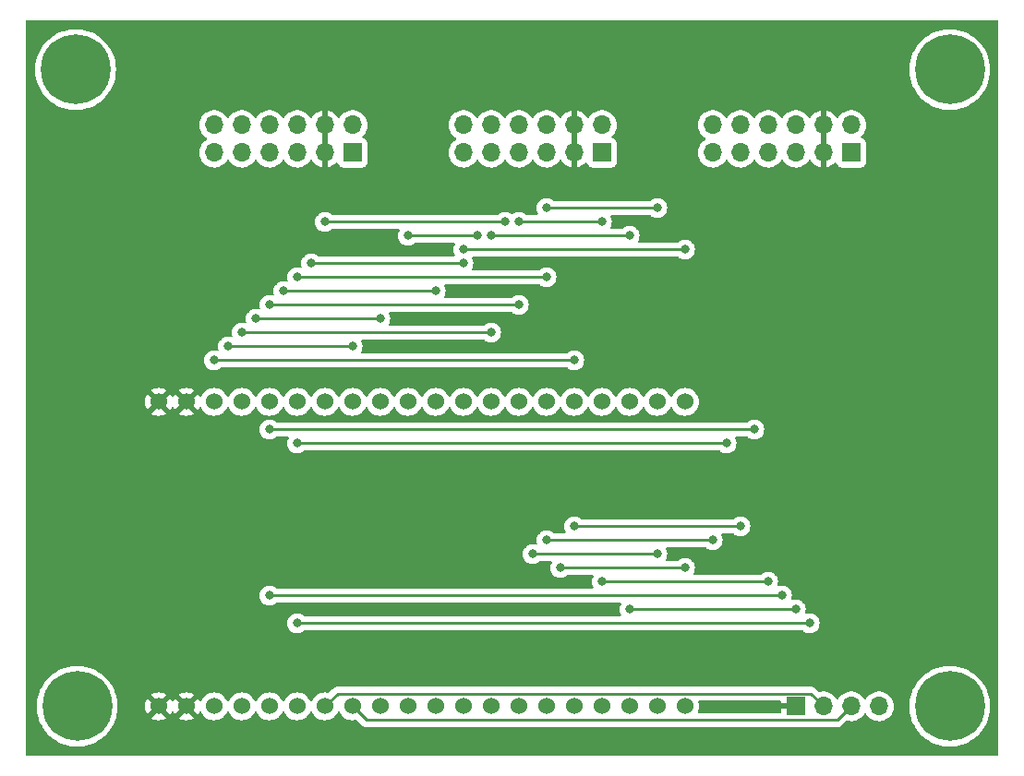
<source format=gbr>
%TF.GenerationSoftware,KiCad,Pcbnew,(6.0.5)*%
%TF.CreationDate,2022-07-15T12:34:28+02:00*%
%TF.ProjectId,pmod_bs3_baseboard,706d6f64-5f62-4733-935f-62617365626f,rev?*%
%TF.SameCoordinates,Original*%
%TF.FileFunction,Copper,L2,Bot*%
%TF.FilePolarity,Positive*%
%FSLAX46Y46*%
G04 Gerber Fmt 4.6, Leading zero omitted, Abs format (unit mm)*
G04 Created by KiCad (PCBNEW (6.0.5)) date 2022-07-15 12:34:28*
%MOMM*%
%LPD*%
G01*
G04 APERTURE LIST*
%TA.AperFunction,ComponentPad*%
%ADD10R,1.700000X1.700000*%
%TD*%
%TA.AperFunction,ComponentPad*%
%ADD11O,1.700000X1.700000*%
%TD*%
%TA.AperFunction,ComponentPad*%
%ADD12C,0.800000*%
%TD*%
%TA.AperFunction,ComponentPad*%
%ADD13C,6.400000*%
%TD*%
%TA.AperFunction,ComponentPad*%
%ADD14C,1.524000*%
%TD*%
%TA.AperFunction,ViaPad*%
%ADD15C,0.800000*%
%TD*%
%TA.AperFunction,Conductor*%
%ADD16C,0.250000*%
%TD*%
G04 APERTURE END LIST*
D10*
%TO.P,PMOD2,1,Pin_1*%
%TO.N,3V3*%
X83820000Y-30480000D03*
D11*
%TO.P,PMOD2,2,Pin_2*%
X83820000Y-27940000D03*
%TO.P,PMOD2,3,Pin_3*%
%TO.N,GND*%
X81280000Y-30480000D03*
%TO.P,PMOD2,4,Pin_4*%
X81280000Y-27940000D03*
%TO.P,PMOD2,5,Pin_5*%
%TO.N,A5*%
X78740000Y-30480000D03*
%TO.P,PMOD2,6,Pin_6*%
%TO.N,B0*%
X78740000Y-27940000D03*
%TO.P,PMOD2,7,Pin_7*%
%TO.N,A6*%
X76200000Y-30480000D03*
%TO.P,PMOD2,8,Pin_8*%
%TO.N,B1*%
X76200000Y-27940000D03*
%TO.P,PMOD2,9,Pin_9*%
%TO.N,A7*%
X73660000Y-30480000D03*
%TO.P,PMOD2,10,Pin_10*%
%TO.N,B10*%
X73660000Y-27940000D03*
%TO.P,PMOD2,11,Pin_11*%
%TO.N,A4*%
X71120000Y-30480000D03*
%TO.P,PMOD2,12,Pin_12*%
%TO.N,B11*%
X71120000Y-27940000D03*
%TD*%
D10*
%TO.P,PMOD3,1,Pin_1*%
%TO.N,3V3*%
X106680000Y-30480000D03*
D11*
%TO.P,PMOD3,2,Pin_2*%
X106680000Y-27940000D03*
%TO.P,PMOD3,3,Pin_3*%
%TO.N,GND*%
X104140000Y-30480000D03*
%TO.P,PMOD3,4,Pin_4*%
X104140000Y-27940000D03*
%TO.P,PMOD3,5,Pin_5*%
%TO.N,A1*%
X101600000Y-30480000D03*
%TO.P,PMOD3,6,Pin_6*%
%TO.N,B9*%
X101600000Y-27940000D03*
%TO.P,PMOD3,7,Pin_7*%
%TO.N,A3*%
X99060000Y-30480000D03*
%TO.P,PMOD3,8,Pin_8*%
%TO.N,B8*%
X99060000Y-27940000D03*
%TO.P,PMOD3,9,Pin_9*%
%TO.N,A2*%
X96520000Y-30480000D03*
%TO.P,PMOD3,10,Pin_10*%
%TO.N,B12*%
X96520000Y-27940000D03*
%TO.P,PMOD3,11,Pin_11*%
%TO.N,A0*%
X93980000Y-30480000D03*
%TO.P,PMOD3,12,Pin_12*%
%TO.N,PMOD_UART_GPIO1_INT*%
X93980000Y-27940000D03*
%TD*%
D10*
%TO.P,PMOD1,1,Pin_1*%
%TO.N,3V3*%
X129540000Y-30480000D03*
D11*
%TO.P,PMOD1,2,Pin_2*%
X129540000Y-27940000D03*
%TO.P,PMOD1,3,Pin_3*%
%TO.N,GND*%
X127000000Y-30480000D03*
%TO.P,PMOD1,4,Pin_4*%
X127000000Y-27940000D03*
%TO.P,PMOD1,5,Pin_5*%
%TO.N,B7*%
X124460000Y-30480000D03*
%TO.P,PMOD1,6,Pin_6*%
%TO.N,A8*%
X124460000Y-27940000D03*
%TO.P,PMOD1,7,Pin_7*%
%TO.N,B6*%
X121920000Y-30480000D03*
%TO.P,PMOD1,8,Pin_8*%
%TO.N,B15*%
X121920000Y-27940000D03*
%TO.P,PMOD1,9,Pin_9*%
%TO.N,B5*%
X119380000Y-30480000D03*
%TO.P,PMOD1,10,Pin_10*%
%TO.N,B14*%
X119380000Y-27940000D03*
%TO.P,PMOD1,11,Pin_11*%
%TO.N,B4*%
X116840000Y-30480000D03*
%TO.P,PMOD1,12,Pin_12*%
%TO.N,B13*%
X116840000Y-27940000D03*
%TD*%
D12*
%TO.P,H1,1*%
%TO.N,N/C*%
X58420000Y-20460000D03*
X56722944Y-21162944D03*
X56722944Y-24557056D03*
X60820000Y-22860000D03*
D13*
X58420000Y-22860000D03*
D12*
X60117056Y-24557056D03*
X58420000Y-25260000D03*
X60117056Y-21162944D03*
X56020000Y-22860000D03*
%TD*%
%TO.P,H2,1*%
%TO.N,N/C*%
X140267056Y-21162944D03*
X136170000Y-22860000D03*
X136872944Y-21162944D03*
X138570000Y-20460000D03*
X140970000Y-22860000D03*
D13*
X138570000Y-22860000D03*
D12*
X138570000Y-25260000D03*
X140267056Y-24557056D03*
X136872944Y-24557056D03*
%TD*%
D13*
%TO.P,H3,1*%
%TO.N,N/C*%
X58560000Y-81280000D03*
D12*
X56160000Y-81280000D03*
X56862944Y-82977056D03*
X60257056Y-79582944D03*
X58560000Y-83680000D03*
X60960000Y-81280000D03*
X60257056Y-82977056D03*
X58560000Y-78880000D03*
X56862944Y-79582944D03*
%TD*%
%TO.P,H4,1*%
%TO.N,N/C*%
X138570000Y-78880000D03*
X136872944Y-79582944D03*
X136170000Y-81280000D03*
D13*
X138570000Y-81280000D03*
D12*
X140267056Y-82977056D03*
X140970000Y-81280000D03*
X138570000Y-83680000D03*
X136872944Y-82977056D03*
X140267056Y-79582944D03*
%TD*%
D10*
%TO.P,J5,1,Pin_1*%
%TO.N,GND*%
X124460000Y-81280000D03*
D11*
%TO.P,J5,2,Pin_2*%
%TO.N,A9*%
X127000000Y-81280000D03*
%TO.P,J5,3,Pin_3*%
%TO.N,A10*%
X129540000Y-81280000D03*
%TO.P,J5,4,Pin_4*%
%TO.N,3V3*%
X132080000Y-81280000D03*
%TD*%
D14*
%TO.P,U1,1,GND*%
%TO.N,GND*%
X66040000Y-81280000D03*
%TO.P,U1,2,GND*%
X68580000Y-81280000D03*
%TO.P,U1,3,VDD*%
%TO.N,3V3*%
X71120000Y-81280000D03*
%TO.P,U1,4,VDD*%
X73660000Y-81280000D03*
%TO.P,U1,5,PB15*%
%TO.N,B15*%
X76200000Y-81280000D03*
%TO.P,U1,6,PA8*%
%TO.N,A8*%
X78740000Y-81280000D03*
%TO.P,U1,7,PA9*%
%TO.N,A9*%
X81280000Y-81280000D03*
%TO.P,U1,8,PA10*%
%TO.N,A10*%
X83820000Y-81280000D03*
%TO.P,U1,9,PA11*%
%TO.N,A11*%
X86360000Y-81280000D03*
%TO.P,U1,10,PA12*%
%TO.N,A12*%
X88900000Y-81280000D03*
%TO.P,U1,11,PA13*%
%TO.N,unconnected-(U1-Pad11)*%
X91440000Y-81280000D03*
%TO.P,U1,12,PA14*%
%TO.N,unconnected-(U1-Pad12)*%
X93980000Y-81280000D03*
%TO.P,U1,13,PA15*%
%TO.N,A15*%
X96520000Y-81280000D03*
%TO.P,U1,14,PB3*%
%TO.N,B3*%
X99060000Y-81280000D03*
%TO.P,U1,15,PB4*%
%TO.N,B4*%
X101600000Y-81280000D03*
%TO.P,U1,16,PB5*%
%TO.N,B5*%
X104140000Y-81280000D03*
%TO.P,U1,17,PB6*%
%TO.N,B6*%
X106680000Y-81280000D03*
%TO.P,U1,18,PB7*%
%TO.N,B7*%
X109220000Y-81280000D03*
%TO.P,U1,19,PB8*%
%TO.N,B8*%
X111760000Y-81280000D03*
%TO.P,U1,20,PB9*%
%TO.N,B9*%
X114300000Y-81280000D03*
%TO.P,U1,21,PA0*%
%TO.N,A0*%
X114300000Y-53340000D03*
%TO.P,U1,22,PA1*%
%TO.N,A1*%
X111760000Y-53340000D03*
%TO.P,U1,23,PA2*%
%TO.N,A2*%
X109220000Y-53340000D03*
%TO.P,U1,24,PA3*%
%TO.N,A3*%
X106680000Y-53340000D03*
%TO.P,U1,25,PA4*%
%TO.N,A4*%
X104140000Y-53340000D03*
%TO.P,U1,26,PA5*%
%TO.N,A5*%
X101600000Y-53340000D03*
%TO.P,U1,27,PA6*%
%TO.N,A6*%
X99060000Y-53340000D03*
%TO.P,U1,28,PA7*%
%TO.N,A7*%
X96520000Y-53340000D03*
%TO.P,U1,29,PB0*%
%TO.N,B0*%
X93980000Y-53340000D03*
%TO.P,U1,30,PB1*%
%TO.N,B1*%
X91440000Y-53340000D03*
%TO.P,U1,31,PB2*%
%TO.N,PMOD_UART_GPIO1_INT*%
X88900000Y-53340000D03*
%TO.P,U1,32,PB10*%
%TO.N,B10*%
X86360000Y-53340000D03*
%TO.P,U1,33,PB11*%
%TO.N,B11*%
X83820000Y-53340000D03*
%TO.P,U1,34,PB12*%
%TO.N,B12*%
X81280000Y-53340000D03*
%TO.P,U1,35,PB13*%
%TO.N,B13*%
X78740000Y-53340000D03*
%TO.P,U1,36,PB15*%
%TO.N,B14*%
X76200000Y-53340000D03*
%TO.P,U1,37,VDD*%
%TO.N,3V3*%
X73660000Y-53340000D03*
%TO.P,U1,38,VDD*%
X71120000Y-53340000D03*
%TO.P,U1,39,GND*%
%TO.N,GND*%
X68580000Y-53340000D03*
%TO.P,U1,40,GND*%
X66040000Y-53340000D03*
%TD*%
D15*
%TO.N,B12*%
X97790000Y-36830000D03*
X81280000Y-36830000D03*
%TO.N,B13*%
X78740000Y-57150000D03*
X118110000Y-57150000D03*
%TO.N,B14*%
X76200000Y-55880000D03*
X120650000Y-55880000D03*
%TO.N,B15*%
X76200000Y-71120000D03*
X123190000Y-71120000D03*
%TO.N,A8*%
X125730000Y-73660000D03*
X78740000Y-73660000D03*
%TO.N,B4*%
X116840000Y-66040000D03*
X101600000Y-66040000D03*
%TO.N,B5*%
X104140000Y-64770000D03*
X119380000Y-64770000D03*
%TO.N,B6*%
X106680000Y-69850000D03*
X121920000Y-69850000D03*
%TO.N,B7*%
X124460000Y-72390000D03*
X109220000Y-72390000D03*
%TO.N,B8*%
X100330000Y-67310000D03*
X111760000Y-67310000D03*
%TO.N,B9*%
X114300000Y-68580000D03*
X102870000Y-68580000D03*
%TO.N,GND*%
X124460000Y-85090000D03*
%TO.N,A0*%
X114300000Y-39370000D03*
X93980000Y-39370000D03*
%TO.N,A1*%
X101600000Y-35560000D03*
X111760000Y-35560000D03*
%TO.N,A2*%
X96520000Y-38100000D03*
X109220000Y-38100000D03*
%TO.N,A3*%
X99060000Y-36830000D03*
X106680000Y-36830000D03*
%TO.N,A4*%
X104140000Y-49530000D03*
X71120000Y-49530000D03*
%TO.N,A5*%
X101600000Y-41910000D03*
X78740000Y-41910000D03*
%TO.N,A6*%
X99060000Y-44450000D03*
X76200000Y-44450000D03*
%TO.N,A7*%
X96520000Y-46990000D03*
X73660000Y-46990000D03*
%TO.N,B0*%
X93980000Y-40640000D03*
X80010000Y-40640000D03*
%TO.N,B1*%
X77470000Y-43180000D03*
X91440000Y-43180000D03*
%TO.N,B10*%
X74930000Y-45720000D03*
X86360000Y-45720000D03*
%TO.N,B11*%
X83820000Y-48260000D03*
X72390000Y-48260000D03*
%TO.N,PMOD_UART_GPIO1_INT*%
X95250000Y-38100000D03*
X88900000Y-38100000D03*
%TD*%
D16*
%TO.N,B12*%
X97790000Y-36830000D02*
X81280000Y-36830000D01*
%TO.N,B13*%
X118110000Y-57150000D02*
X78740000Y-57150000D01*
%TO.N,B14*%
X120650000Y-55880000D02*
X76200000Y-55880000D01*
%TO.N,B15*%
X123190000Y-71120000D02*
X76200000Y-71120000D01*
%TO.N,A8*%
X125730000Y-73660000D02*
X78740000Y-73660000D01*
%TO.N,A9*%
X125825489Y-80105489D02*
X82454511Y-80105489D01*
X82454511Y-80105489D02*
X81280000Y-81280000D01*
X127000000Y-81280000D02*
X125825489Y-80105489D01*
%TO.N,A10*%
X83820000Y-81280000D02*
X85090000Y-82550000D01*
X128270000Y-82550000D02*
X129540000Y-81280000D01*
X85090000Y-82550000D02*
X128270000Y-82550000D01*
%TO.N,B4*%
X116840000Y-66040000D02*
X101600000Y-66040000D01*
%TO.N,B5*%
X119380000Y-64770000D02*
X104140000Y-64770000D01*
%TO.N,B6*%
X121920000Y-69850000D02*
X106680000Y-69850000D01*
%TO.N,B7*%
X124460000Y-72390000D02*
X109220000Y-72390000D01*
%TO.N,B8*%
X100330000Y-67310000D02*
X111760000Y-67310000D01*
%TO.N,B9*%
X102870000Y-68580000D02*
X114300000Y-68580000D01*
%TO.N,A0*%
X93980000Y-39370000D02*
X114300000Y-39370000D01*
%TO.N,A1*%
X101600000Y-35560000D02*
X111760000Y-35560000D01*
%TO.N,A2*%
X96520000Y-38100000D02*
X109220000Y-38100000D01*
%TO.N,A3*%
X99060000Y-36830000D02*
X106680000Y-36830000D01*
%TO.N,A4*%
X71120000Y-49530000D02*
X104140000Y-49530000D01*
%TO.N,A5*%
X78740000Y-41910000D02*
X101600000Y-41910000D01*
%TO.N,A6*%
X76200000Y-44450000D02*
X99060000Y-44450000D01*
%TO.N,A7*%
X73660000Y-46990000D02*
X96520000Y-46990000D01*
%TO.N,B0*%
X80010000Y-40640000D02*
X93980000Y-40640000D01*
%TO.N,B1*%
X77470000Y-43180000D02*
X91440000Y-43180000D01*
%TO.N,B10*%
X74930000Y-45720000D02*
X86360000Y-45720000D01*
%TO.N,B11*%
X72390000Y-48260000D02*
X83820000Y-48260000D01*
%TO.N,PMOD_UART_GPIO1_INT*%
X95250000Y-38100000D02*
X88900000Y-38100000D01*
%TD*%
%TA.AperFunction,Conductor*%
%TO.N,GND*%
G36*
X142943621Y-18308502D02*
G01*
X142990114Y-18362158D01*
X143001500Y-18414500D01*
X143001500Y-85725500D01*
X142981498Y-85793621D01*
X142927842Y-85840114D01*
X142875500Y-85851500D01*
X53974500Y-85851500D01*
X53906379Y-85831498D01*
X53859886Y-85777842D01*
X53848500Y-85725500D01*
X53848500Y-81280000D01*
X54846411Y-81280000D01*
X54866754Y-81668176D01*
X54867267Y-81671416D01*
X54867268Y-81671424D01*
X54888747Y-81807035D01*
X54927562Y-82052099D01*
X55028167Y-82427562D01*
X55029352Y-82430650D01*
X55029353Y-82430652D01*
X55058540Y-82506686D01*
X55167468Y-82790453D01*
X55168966Y-82793393D01*
X55341487Y-83131983D01*
X55343938Y-83136794D01*
X55345734Y-83139560D01*
X55345736Y-83139563D01*
X55373941Y-83182995D01*
X55555643Y-83462793D01*
X55800266Y-83764876D01*
X56075124Y-84039734D01*
X56377207Y-84284357D01*
X56703205Y-84496062D01*
X56706139Y-84497557D01*
X56706146Y-84497561D01*
X57046607Y-84671034D01*
X57049547Y-84672532D01*
X57412438Y-84811833D01*
X57787901Y-84912438D01*
X57991793Y-84944732D01*
X58168576Y-84972732D01*
X58168584Y-84972733D01*
X58171824Y-84973246D01*
X58560000Y-84993589D01*
X58948176Y-84973246D01*
X58951416Y-84972733D01*
X58951424Y-84972732D01*
X59128207Y-84944732D01*
X59332099Y-84912438D01*
X59707562Y-84811833D01*
X60070453Y-84672532D01*
X60073393Y-84671034D01*
X60413854Y-84497561D01*
X60413861Y-84497557D01*
X60416795Y-84496062D01*
X60742793Y-84284357D01*
X61044876Y-84039734D01*
X61319734Y-83764876D01*
X61564357Y-83462793D01*
X61746059Y-83182995D01*
X61774264Y-83139563D01*
X61774266Y-83139560D01*
X61776062Y-83136794D01*
X61778514Y-83131983D01*
X61951034Y-82793393D01*
X61952532Y-82790453D01*
X62061460Y-82506686D01*
X62090647Y-82430652D01*
X62090648Y-82430650D01*
X62091833Y-82427562D01*
X62115623Y-82338777D01*
X65345777Y-82338777D01*
X65355074Y-82350793D01*
X65398069Y-82380898D01*
X65407555Y-82386376D01*
X65598993Y-82475645D01*
X65609285Y-82479391D01*
X65813309Y-82534059D01*
X65824104Y-82535962D01*
X66034525Y-82554372D01*
X66045475Y-82554372D01*
X66255896Y-82535962D01*
X66266691Y-82534059D01*
X66470715Y-82479391D01*
X66481007Y-82475645D01*
X66672445Y-82386376D01*
X66681931Y-82380898D01*
X66725764Y-82350207D01*
X66734139Y-82339729D01*
X66733639Y-82338777D01*
X67885777Y-82338777D01*
X67895074Y-82350793D01*
X67938069Y-82380898D01*
X67947555Y-82386376D01*
X68138993Y-82475645D01*
X68149285Y-82479391D01*
X68353309Y-82534059D01*
X68364104Y-82535962D01*
X68574525Y-82554372D01*
X68585475Y-82554372D01*
X68795896Y-82535962D01*
X68806691Y-82534059D01*
X69010715Y-82479391D01*
X69021007Y-82475645D01*
X69212445Y-82386376D01*
X69221931Y-82380898D01*
X69265764Y-82350207D01*
X69274139Y-82339729D01*
X69267071Y-82326281D01*
X68592812Y-81652022D01*
X68578868Y-81644408D01*
X68577035Y-81644539D01*
X68570420Y-81648790D01*
X67892207Y-82327003D01*
X67885777Y-82338777D01*
X66733639Y-82338777D01*
X66727071Y-82326281D01*
X66052812Y-81652022D01*
X66038868Y-81644408D01*
X66037035Y-81644539D01*
X66030420Y-81648790D01*
X65352207Y-82327003D01*
X65345777Y-82338777D01*
X62115623Y-82338777D01*
X62192438Y-82052099D01*
X62231253Y-81807035D01*
X62252732Y-81671424D01*
X62252733Y-81671416D01*
X62253246Y-81668176D01*
X62273302Y-81285475D01*
X64765628Y-81285475D01*
X64784038Y-81495896D01*
X64785941Y-81506691D01*
X64840609Y-81710715D01*
X64844355Y-81721007D01*
X64933623Y-81912441D01*
X64939103Y-81921932D01*
X64969794Y-81965765D01*
X64980271Y-81974140D01*
X64993718Y-81967072D01*
X65667978Y-81292812D01*
X65674356Y-81281132D01*
X66404408Y-81281132D01*
X66404539Y-81282965D01*
X66408790Y-81289580D01*
X67087003Y-81967793D01*
X67098777Y-81974223D01*
X67110793Y-81964926D01*
X67140897Y-81921932D01*
X67146377Y-81912441D01*
X67195805Y-81806443D01*
X67242722Y-81753158D01*
X67311000Y-81733697D01*
X67378960Y-81754239D01*
X67424195Y-81806443D01*
X67473623Y-81912441D01*
X67479103Y-81921932D01*
X67509794Y-81965765D01*
X67520271Y-81974140D01*
X67533718Y-81967072D01*
X68207978Y-81292812D01*
X68214356Y-81281132D01*
X68944408Y-81281132D01*
X68944539Y-81282965D01*
X68948790Y-81289580D01*
X69627003Y-81967793D01*
X69638777Y-81974223D01*
X69650793Y-81964926D01*
X69680897Y-81921932D01*
X69686377Y-81912441D01*
X69735529Y-81807035D01*
X69782447Y-81753750D01*
X69850724Y-81734289D01*
X69918684Y-81754831D01*
X69963919Y-81807035D01*
X70013186Y-81912689D01*
X70013189Y-81912694D01*
X70015512Y-81917676D01*
X70018668Y-81922183D01*
X70018669Y-81922185D01*
X70111869Y-82055288D01*
X70143023Y-82099781D01*
X70300219Y-82256977D01*
X70304727Y-82260134D01*
X70304730Y-82260136D01*
X70380495Y-82313187D01*
X70482323Y-82384488D01*
X70487305Y-82386811D01*
X70487310Y-82386814D01*
X70677810Y-82475645D01*
X70683804Y-82478440D01*
X70689112Y-82479862D01*
X70689114Y-82479863D01*
X70754949Y-82497503D01*
X70898537Y-82535978D01*
X71120000Y-82555353D01*
X71341463Y-82535978D01*
X71485051Y-82497503D01*
X71550886Y-82479863D01*
X71550888Y-82479862D01*
X71556196Y-82478440D01*
X71562190Y-82475645D01*
X71752690Y-82386814D01*
X71752695Y-82386811D01*
X71757677Y-82384488D01*
X71859505Y-82313187D01*
X71935270Y-82260136D01*
X71935273Y-82260134D01*
X71939781Y-82256977D01*
X72096977Y-82099781D01*
X72128132Y-82055288D01*
X72221331Y-81922185D01*
X72221332Y-81922183D01*
X72224488Y-81917676D01*
X72226811Y-81912694D01*
X72226814Y-81912689D01*
X72275805Y-81807627D01*
X72322723Y-81754342D01*
X72391000Y-81734881D01*
X72458960Y-81755423D01*
X72504195Y-81807627D01*
X72553186Y-81912689D01*
X72553189Y-81912694D01*
X72555512Y-81917676D01*
X72558668Y-81922183D01*
X72558669Y-81922185D01*
X72651869Y-82055288D01*
X72683023Y-82099781D01*
X72840219Y-82256977D01*
X72844727Y-82260134D01*
X72844730Y-82260136D01*
X72920495Y-82313187D01*
X73022323Y-82384488D01*
X73027305Y-82386811D01*
X73027310Y-82386814D01*
X73217810Y-82475645D01*
X73223804Y-82478440D01*
X73229112Y-82479862D01*
X73229114Y-82479863D01*
X73294949Y-82497503D01*
X73438537Y-82535978D01*
X73660000Y-82555353D01*
X73881463Y-82535978D01*
X74025051Y-82497503D01*
X74090886Y-82479863D01*
X74090888Y-82479862D01*
X74096196Y-82478440D01*
X74102190Y-82475645D01*
X74292690Y-82386814D01*
X74292695Y-82386811D01*
X74297677Y-82384488D01*
X74399505Y-82313187D01*
X74475270Y-82260136D01*
X74475273Y-82260134D01*
X74479781Y-82256977D01*
X74636977Y-82099781D01*
X74668132Y-82055288D01*
X74761331Y-81922185D01*
X74761332Y-81922183D01*
X74764488Y-81917676D01*
X74766811Y-81912694D01*
X74766814Y-81912689D01*
X74815805Y-81807627D01*
X74862723Y-81754342D01*
X74931000Y-81734881D01*
X74998960Y-81755423D01*
X75044195Y-81807627D01*
X75093186Y-81912689D01*
X75093189Y-81912694D01*
X75095512Y-81917676D01*
X75098668Y-81922183D01*
X75098669Y-81922185D01*
X75191869Y-82055288D01*
X75223023Y-82099781D01*
X75380219Y-82256977D01*
X75384727Y-82260134D01*
X75384730Y-82260136D01*
X75460495Y-82313187D01*
X75562323Y-82384488D01*
X75567305Y-82386811D01*
X75567310Y-82386814D01*
X75757810Y-82475645D01*
X75763804Y-82478440D01*
X75769112Y-82479862D01*
X75769114Y-82479863D01*
X75834949Y-82497503D01*
X75978537Y-82535978D01*
X76200000Y-82555353D01*
X76421463Y-82535978D01*
X76565051Y-82497503D01*
X76630886Y-82479863D01*
X76630888Y-82479862D01*
X76636196Y-82478440D01*
X76642190Y-82475645D01*
X76832690Y-82386814D01*
X76832695Y-82386811D01*
X76837677Y-82384488D01*
X76939505Y-82313187D01*
X77015270Y-82260136D01*
X77015273Y-82260134D01*
X77019781Y-82256977D01*
X77176977Y-82099781D01*
X77208132Y-82055288D01*
X77301331Y-81922185D01*
X77301332Y-81922183D01*
X77304488Y-81917676D01*
X77306811Y-81912694D01*
X77306814Y-81912689D01*
X77355805Y-81807627D01*
X77402723Y-81754342D01*
X77471000Y-81734881D01*
X77538960Y-81755423D01*
X77584195Y-81807627D01*
X77633186Y-81912689D01*
X77633189Y-81912694D01*
X77635512Y-81917676D01*
X77638668Y-81922183D01*
X77638669Y-81922185D01*
X77731869Y-82055288D01*
X77763023Y-82099781D01*
X77920219Y-82256977D01*
X77924727Y-82260134D01*
X77924730Y-82260136D01*
X78000495Y-82313187D01*
X78102323Y-82384488D01*
X78107305Y-82386811D01*
X78107310Y-82386814D01*
X78297810Y-82475645D01*
X78303804Y-82478440D01*
X78309112Y-82479862D01*
X78309114Y-82479863D01*
X78374949Y-82497503D01*
X78518537Y-82535978D01*
X78740000Y-82555353D01*
X78961463Y-82535978D01*
X79105051Y-82497503D01*
X79170886Y-82479863D01*
X79170888Y-82479862D01*
X79176196Y-82478440D01*
X79182190Y-82475645D01*
X79372690Y-82386814D01*
X79372695Y-82386811D01*
X79377677Y-82384488D01*
X79479505Y-82313187D01*
X79555270Y-82260136D01*
X79555273Y-82260134D01*
X79559781Y-82256977D01*
X79716977Y-82099781D01*
X79748132Y-82055288D01*
X79841331Y-81922185D01*
X79841332Y-81922183D01*
X79844488Y-81917676D01*
X79846811Y-81912694D01*
X79846814Y-81912689D01*
X79895805Y-81807627D01*
X79942723Y-81754342D01*
X80011000Y-81734881D01*
X80078960Y-81755423D01*
X80124195Y-81807627D01*
X80173186Y-81912689D01*
X80173189Y-81912694D01*
X80175512Y-81917676D01*
X80178668Y-81922183D01*
X80178669Y-81922185D01*
X80271869Y-82055288D01*
X80303023Y-82099781D01*
X80460219Y-82256977D01*
X80464727Y-82260134D01*
X80464730Y-82260136D01*
X80540495Y-82313187D01*
X80642323Y-82384488D01*
X80647305Y-82386811D01*
X80647310Y-82386814D01*
X80837810Y-82475645D01*
X80843804Y-82478440D01*
X80849112Y-82479862D01*
X80849114Y-82479863D01*
X80914949Y-82497503D01*
X81058537Y-82535978D01*
X81280000Y-82555353D01*
X81501463Y-82535978D01*
X81645051Y-82497503D01*
X81710886Y-82479863D01*
X81710888Y-82479862D01*
X81716196Y-82478440D01*
X81722190Y-82475645D01*
X81912690Y-82386814D01*
X81912695Y-82386811D01*
X81917677Y-82384488D01*
X82019505Y-82313187D01*
X82095270Y-82260136D01*
X82095273Y-82260134D01*
X82099781Y-82256977D01*
X82256977Y-82099781D01*
X82288132Y-82055288D01*
X82381331Y-81922185D01*
X82381332Y-81922183D01*
X82384488Y-81917676D01*
X82386811Y-81912694D01*
X82386814Y-81912689D01*
X82435805Y-81807627D01*
X82482723Y-81754342D01*
X82551000Y-81734881D01*
X82618960Y-81755423D01*
X82664195Y-81807627D01*
X82713186Y-81912689D01*
X82713189Y-81912694D01*
X82715512Y-81917676D01*
X82718668Y-81922183D01*
X82718669Y-81922185D01*
X82811869Y-82055288D01*
X82843023Y-82099781D01*
X83000219Y-82256977D01*
X83004727Y-82260134D01*
X83004730Y-82260136D01*
X83080495Y-82313187D01*
X83182323Y-82384488D01*
X83187305Y-82386811D01*
X83187310Y-82386814D01*
X83377810Y-82475645D01*
X83383804Y-82478440D01*
X83389112Y-82479862D01*
X83389114Y-82479863D01*
X83454949Y-82497503D01*
X83598537Y-82535978D01*
X83820000Y-82555353D01*
X84041463Y-82535978D01*
X84057642Y-82531643D01*
X84080516Y-82525514D01*
X84151493Y-82527204D01*
X84202222Y-82558126D01*
X84586343Y-82942247D01*
X84593887Y-82950537D01*
X84598000Y-82957018D01*
X84603777Y-82962443D01*
X84647667Y-83003658D01*
X84650509Y-83006413D01*
X84670230Y-83026134D01*
X84673425Y-83028612D01*
X84682447Y-83036318D01*
X84714679Y-83066586D01*
X84721628Y-83070406D01*
X84732432Y-83076346D01*
X84748956Y-83087199D01*
X84764959Y-83099613D01*
X84805543Y-83117176D01*
X84816173Y-83122383D01*
X84854940Y-83143695D01*
X84862617Y-83145666D01*
X84862622Y-83145668D01*
X84874558Y-83148732D01*
X84893266Y-83155137D01*
X84911855Y-83163181D01*
X84919683Y-83164421D01*
X84919690Y-83164423D01*
X84955524Y-83170099D01*
X84967144Y-83172505D01*
X84998959Y-83180673D01*
X85009970Y-83183500D01*
X85030224Y-83183500D01*
X85049934Y-83185051D01*
X85069943Y-83188220D01*
X85077835Y-83187474D01*
X85096580Y-83185702D01*
X85113962Y-83184059D01*
X85125819Y-83183500D01*
X128191233Y-83183500D01*
X128202416Y-83184027D01*
X128209909Y-83185702D01*
X128217835Y-83185453D01*
X128217836Y-83185453D01*
X128277986Y-83183562D01*
X128281945Y-83183500D01*
X128309856Y-83183500D01*
X128313791Y-83183003D01*
X128313856Y-83182995D01*
X128325693Y-83182062D01*
X128357951Y-83181048D01*
X128361970Y-83180922D01*
X128369889Y-83180673D01*
X128389343Y-83175021D01*
X128408700Y-83171013D01*
X128420930Y-83169468D01*
X128420931Y-83169468D01*
X128428797Y-83168474D01*
X128436168Y-83165555D01*
X128436170Y-83165555D01*
X128469912Y-83152196D01*
X128481142Y-83148351D01*
X128515983Y-83138229D01*
X128515984Y-83138229D01*
X128523593Y-83136018D01*
X128530412Y-83131985D01*
X128530417Y-83131983D01*
X128541028Y-83125707D01*
X128558776Y-83117012D01*
X128577617Y-83109552D01*
X128597987Y-83094753D01*
X128613387Y-83083564D01*
X128623307Y-83077048D01*
X128654535Y-83058580D01*
X128654538Y-83058578D01*
X128661362Y-83054542D01*
X128675683Y-83040221D01*
X128690717Y-83027380D01*
X128692432Y-83026134D01*
X128707107Y-83015472D01*
X128735298Y-82981395D01*
X128743288Y-82972616D01*
X129084549Y-82631355D01*
X129146861Y-82597329D01*
X129198762Y-82596979D01*
X129378597Y-82633567D01*
X129383772Y-82633757D01*
X129383774Y-82633757D01*
X129596673Y-82641564D01*
X129596677Y-82641564D01*
X129601837Y-82641753D01*
X129606957Y-82641097D01*
X129606959Y-82641097D01*
X129818288Y-82614025D01*
X129818289Y-82614025D01*
X129823416Y-82613368D01*
X129828366Y-82611883D01*
X130032429Y-82550661D01*
X130032434Y-82550659D01*
X130037384Y-82549174D01*
X130237994Y-82450896D01*
X130419860Y-82321173D01*
X130578096Y-82163489D01*
X130708453Y-81982077D01*
X130709776Y-81983028D01*
X130756645Y-81939857D01*
X130826580Y-81927625D01*
X130892026Y-81955144D01*
X130919875Y-81986994D01*
X130979987Y-82085088D01*
X131126250Y-82253938D01*
X131298126Y-82396632D01*
X131491000Y-82509338D01*
X131495825Y-82511180D01*
X131495826Y-82511181D01*
X131537786Y-82527204D01*
X131699692Y-82589030D01*
X131704760Y-82590061D01*
X131704763Y-82590062D01*
X131812017Y-82611883D01*
X131918597Y-82633567D01*
X131923772Y-82633757D01*
X131923774Y-82633757D01*
X132136673Y-82641564D01*
X132136677Y-82641564D01*
X132141837Y-82641753D01*
X132146957Y-82641097D01*
X132146959Y-82641097D01*
X132358288Y-82614025D01*
X132358289Y-82614025D01*
X132363416Y-82613368D01*
X132368366Y-82611883D01*
X132572429Y-82550661D01*
X132572434Y-82550659D01*
X132577384Y-82549174D01*
X132777994Y-82450896D01*
X132959860Y-82321173D01*
X133118096Y-82163489D01*
X133248453Y-81982077D01*
X133256930Y-81964926D01*
X133345136Y-81786453D01*
X133345137Y-81786451D01*
X133347430Y-81781811D01*
X133412370Y-81568069D01*
X133441529Y-81346590D01*
X133443156Y-81280000D01*
X134856411Y-81280000D01*
X134876754Y-81668176D01*
X134877267Y-81671416D01*
X134877268Y-81671424D01*
X134898747Y-81807035D01*
X134937562Y-82052099D01*
X135038167Y-82427562D01*
X135039352Y-82430650D01*
X135039353Y-82430652D01*
X135068540Y-82506686D01*
X135177468Y-82790453D01*
X135178966Y-82793393D01*
X135351487Y-83131983D01*
X135353938Y-83136794D01*
X135355734Y-83139560D01*
X135355736Y-83139563D01*
X135383941Y-83182995D01*
X135565643Y-83462793D01*
X135810266Y-83764876D01*
X136085124Y-84039734D01*
X136387207Y-84284357D01*
X136713205Y-84496062D01*
X136716139Y-84497557D01*
X136716146Y-84497561D01*
X137056607Y-84671034D01*
X137059547Y-84672532D01*
X137422438Y-84811833D01*
X137797901Y-84912438D01*
X138001793Y-84944732D01*
X138178576Y-84972732D01*
X138178584Y-84972733D01*
X138181824Y-84973246D01*
X138570000Y-84993589D01*
X138958176Y-84973246D01*
X138961416Y-84972733D01*
X138961424Y-84972732D01*
X139138207Y-84944732D01*
X139342099Y-84912438D01*
X139717562Y-84811833D01*
X140080453Y-84672532D01*
X140083393Y-84671034D01*
X140423854Y-84497561D01*
X140423861Y-84497557D01*
X140426795Y-84496062D01*
X140752793Y-84284357D01*
X141054876Y-84039734D01*
X141329734Y-83764876D01*
X141574357Y-83462793D01*
X141756059Y-83182995D01*
X141784264Y-83139563D01*
X141784266Y-83139560D01*
X141786062Y-83136794D01*
X141788514Y-83131983D01*
X141961034Y-82793393D01*
X141962532Y-82790453D01*
X142071460Y-82506686D01*
X142100647Y-82430652D01*
X142100648Y-82430650D01*
X142101833Y-82427562D01*
X142202438Y-82052099D01*
X142241253Y-81807035D01*
X142262732Y-81671424D01*
X142262733Y-81671416D01*
X142263246Y-81668176D01*
X142283589Y-81280000D01*
X142263246Y-80891824D01*
X142256509Y-80849285D01*
X142224558Y-80647559D01*
X142202438Y-80507901D01*
X142101833Y-80132438D01*
X142083195Y-80083883D01*
X142033320Y-79953955D01*
X141962532Y-79769547D01*
X141901877Y-79650505D01*
X141787561Y-79426147D01*
X141787557Y-79426140D01*
X141786062Y-79423206D01*
X141574357Y-79097207D01*
X141329734Y-78795124D01*
X141054876Y-78520266D01*
X140752793Y-78275643D01*
X140426795Y-78063938D01*
X140423861Y-78062443D01*
X140423854Y-78062439D01*
X140083393Y-77888966D01*
X140080453Y-77887468D01*
X139717562Y-77748167D01*
X139342099Y-77647562D01*
X139138207Y-77615268D01*
X138961424Y-77587268D01*
X138961416Y-77587267D01*
X138958176Y-77586754D01*
X138570000Y-77566411D01*
X138181824Y-77586754D01*
X138178584Y-77587267D01*
X138178576Y-77587268D01*
X138001793Y-77615268D01*
X137797901Y-77647562D01*
X137422438Y-77748167D01*
X137059547Y-77887468D01*
X137056607Y-77888966D01*
X136716147Y-78062439D01*
X136716140Y-78062443D01*
X136713206Y-78063938D01*
X136387207Y-78275643D01*
X136085124Y-78520266D01*
X135810266Y-78795124D01*
X135565643Y-79097207D01*
X135353938Y-79423206D01*
X135352443Y-79426140D01*
X135352439Y-79426147D01*
X135238123Y-79650505D01*
X135177468Y-79769547D01*
X135106680Y-79953955D01*
X135056806Y-80083883D01*
X135038167Y-80132438D01*
X134937562Y-80507901D01*
X134915442Y-80647559D01*
X134883492Y-80849285D01*
X134876754Y-80891824D01*
X134856411Y-81280000D01*
X133443156Y-81280000D01*
X133424852Y-81057361D01*
X133370431Y-80840702D01*
X133281354Y-80635840D01*
X133198587Y-80507901D01*
X133162822Y-80452617D01*
X133162820Y-80452614D01*
X133160014Y-80448277D01*
X133009670Y-80283051D01*
X133005619Y-80279852D01*
X133005615Y-80279848D01*
X132838414Y-80147800D01*
X132838410Y-80147798D01*
X132834359Y-80144598D01*
X132818114Y-80135630D01*
X132782136Y-80115769D01*
X132638789Y-80036638D01*
X132633920Y-80034914D01*
X132633916Y-80034912D01*
X132433087Y-79963795D01*
X132433083Y-79963794D01*
X132428212Y-79962069D01*
X132423119Y-79961162D01*
X132423116Y-79961161D01*
X132213373Y-79923800D01*
X132213367Y-79923799D01*
X132208284Y-79922894D01*
X132134452Y-79921992D01*
X131990081Y-79920228D01*
X131990079Y-79920228D01*
X131984911Y-79920165D01*
X131764091Y-79953955D01*
X131551756Y-80023357D01*
X131353607Y-80126507D01*
X131349474Y-80129610D01*
X131349471Y-80129612D01*
X131211775Y-80232997D01*
X131174965Y-80260635D01*
X131020629Y-80422138D01*
X130913201Y-80579621D01*
X130858293Y-80624621D01*
X130787768Y-80632792D01*
X130724021Y-80601538D01*
X130703324Y-80577054D01*
X130622822Y-80452617D01*
X130622820Y-80452614D01*
X130620014Y-80448277D01*
X130469670Y-80283051D01*
X130465619Y-80279852D01*
X130465615Y-80279848D01*
X130298414Y-80147800D01*
X130298410Y-80147798D01*
X130294359Y-80144598D01*
X130278114Y-80135630D01*
X130242136Y-80115769D01*
X130098789Y-80036638D01*
X130093920Y-80034914D01*
X130093916Y-80034912D01*
X129893087Y-79963795D01*
X129893083Y-79963794D01*
X129888212Y-79962069D01*
X129883119Y-79961162D01*
X129883116Y-79961161D01*
X129673373Y-79923800D01*
X129673367Y-79923799D01*
X129668284Y-79922894D01*
X129594452Y-79921992D01*
X129450081Y-79920228D01*
X129450079Y-79920228D01*
X129444911Y-79920165D01*
X129224091Y-79953955D01*
X129011756Y-80023357D01*
X128813607Y-80126507D01*
X128809474Y-80129610D01*
X128809471Y-80129612D01*
X128671775Y-80232997D01*
X128634965Y-80260635D01*
X128480629Y-80422138D01*
X128373201Y-80579621D01*
X128318293Y-80624621D01*
X128247768Y-80632792D01*
X128184021Y-80601538D01*
X128163324Y-80577054D01*
X128082822Y-80452617D01*
X128082820Y-80452614D01*
X128080014Y-80448277D01*
X127929670Y-80283051D01*
X127925619Y-80279852D01*
X127925615Y-80279848D01*
X127758414Y-80147800D01*
X127758410Y-80147798D01*
X127754359Y-80144598D01*
X127738114Y-80135630D01*
X127702136Y-80115769D01*
X127558789Y-80036638D01*
X127553920Y-80034914D01*
X127553916Y-80034912D01*
X127353087Y-79963795D01*
X127353083Y-79963794D01*
X127348212Y-79962069D01*
X127343119Y-79961162D01*
X127343116Y-79961161D01*
X127133373Y-79923800D01*
X127133367Y-79923799D01*
X127128284Y-79922894D01*
X127054452Y-79921992D01*
X126910081Y-79920228D01*
X126910079Y-79920228D01*
X126904911Y-79920165D01*
X126684091Y-79953955D01*
X126671532Y-79958060D01*
X126600568Y-79960210D01*
X126543294Y-79927389D01*
X126329141Y-79713236D01*
X126321601Y-79704950D01*
X126317489Y-79698471D01*
X126267837Y-79651845D01*
X126264996Y-79649091D01*
X126245259Y-79629354D01*
X126242062Y-79626874D01*
X126233040Y-79619169D01*
X126219605Y-79606553D01*
X126200810Y-79588903D01*
X126193864Y-79585084D01*
X126193861Y-79585082D01*
X126183055Y-79579141D01*
X126166536Y-79568290D01*
X126166072Y-79567930D01*
X126150530Y-79555875D01*
X126143261Y-79552730D01*
X126143257Y-79552727D01*
X126109952Y-79538315D01*
X126099302Y-79533098D01*
X126060549Y-79511794D01*
X126040926Y-79506756D01*
X126022223Y-79500352D01*
X126010909Y-79495456D01*
X126010908Y-79495456D01*
X126003634Y-79492308D01*
X125995811Y-79491069D01*
X125995801Y-79491066D01*
X125959965Y-79485390D01*
X125948345Y-79482984D01*
X125913200Y-79473961D01*
X125913199Y-79473961D01*
X125905519Y-79471989D01*
X125885265Y-79471989D01*
X125865554Y-79470438D01*
X125863023Y-79470037D01*
X125845546Y-79467269D01*
X125837654Y-79468015D01*
X125801528Y-79471430D01*
X125789670Y-79471989D01*
X82533274Y-79471989D01*
X82522090Y-79471462D01*
X82514602Y-79469788D01*
X82506679Y-79470037D01*
X82446544Y-79471927D01*
X82442586Y-79471989D01*
X82414655Y-79471989D01*
X82410740Y-79472484D01*
X82410736Y-79472484D01*
X82410678Y-79472492D01*
X82410649Y-79472495D01*
X82398807Y-79473428D01*
X82354621Y-79474816D01*
X82337255Y-79479861D01*
X82335169Y-79480467D01*
X82315817Y-79484475D01*
X82303579Y-79486021D01*
X82303577Y-79486022D01*
X82295714Y-79487015D01*
X82254597Y-79503295D01*
X82243396Y-79507130D01*
X82200917Y-79519471D01*
X82194098Y-79523504D01*
X82194093Y-79523506D01*
X82183482Y-79529782D01*
X82165732Y-79538479D01*
X82146894Y-79545937D01*
X82140478Y-79550598D01*
X82140477Y-79550599D01*
X82111136Y-79571917D01*
X82101212Y-79578436D01*
X82069971Y-79596911D01*
X82069966Y-79596915D01*
X82063148Y-79600947D01*
X82048824Y-79615271D01*
X82033792Y-79628110D01*
X82017404Y-79640017D01*
X81989223Y-79674082D01*
X81981233Y-79682862D01*
X81662221Y-80001874D01*
X81599909Y-80035900D01*
X81540514Y-80034485D01*
X81506783Y-80025447D01*
X81506777Y-80025446D01*
X81501463Y-80024022D01*
X81280000Y-80004647D01*
X81058537Y-80024022D01*
X81002128Y-80039137D01*
X80849114Y-80080137D01*
X80849112Y-80080138D01*
X80843804Y-80081560D01*
X80838823Y-80083882D01*
X80838822Y-80083883D01*
X80647311Y-80173186D01*
X80647306Y-80173189D01*
X80642324Y-80175512D01*
X80637817Y-80178668D01*
X80637815Y-80178669D01*
X80464730Y-80299864D01*
X80464727Y-80299866D01*
X80460219Y-80303023D01*
X80303023Y-80460219D01*
X80299866Y-80464727D01*
X80299864Y-80464730D01*
X80182186Y-80632792D01*
X80175512Y-80642324D01*
X80173189Y-80647306D01*
X80173186Y-80647311D01*
X80124195Y-80752373D01*
X80077277Y-80805658D01*
X80009000Y-80825119D01*
X79941040Y-80804577D01*
X79895805Y-80752373D01*
X79846814Y-80647311D01*
X79846811Y-80647306D01*
X79844488Y-80642324D01*
X79837814Y-80632792D01*
X79720136Y-80464730D01*
X79720134Y-80464727D01*
X79716977Y-80460219D01*
X79559781Y-80303023D01*
X79555273Y-80299866D01*
X79555270Y-80299864D01*
X79479505Y-80246813D01*
X79377677Y-80175512D01*
X79372695Y-80173189D01*
X79372690Y-80173186D01*
X79181178Y-80083883D01*
X79181177Y-80083882D01*
X79176196Y-80081560D01*
X79170888Y-80080138D01*
X79170886Y-80080137D01*
X79017872Y-80039137D01*
X78961463Y-80024022D01*
X78740000Y-80004647D01*
X78518537Y-80024022D01*
X78462128Y-80039137D01*
X78309114Y-80080137D01*
X78309112Y-80080138D01*
X78303804Y-80081560D01*
X78298823Y-80083882D01*
X78298822Y-80083883D01*
X78107311Y-80173186D01*
X78107306Y-80173189D01*
X78102324Y-80175512D01*
X78097817Y-80178668D01*
X78097815Y-80178669D01*
X77924730Y-80299864D01*
X77924727Y-80299866D01*
X77920219Y-80303023D01*
X77763023Y-80460219D01*
X77759866Y-80464727D01*
X77759864Y-80464730D01*
X77642186Y-80632792D01*
X77635512Y-80642324D01*
X77633189Y-80647306D01*
X77633186Y-80647311D01*
X77584195Y-80752373D01*
X77537277Y-80805658D01*
X77469000Y-80825119D01*
X77401040Y-80804577D01*
X77355805Y-80752373D01*
X77306814Y-80647311D01*
X77306811Y-80647306D01*
X77304488Y-80642324D01*
X77297814Y-80632792D01*
X77180136Y-80464730D01*
X77180134Y-80464727D01*
X77176977Y-80460219D01*
X77019781Y-80303023D01*
X77015273Y-80299866D01*
X77015270Y-80299864D01*
X76939505Y-80246813D01*
X76837677Y-80175512D01*
X76832695Y-80173189D01*
X76832690Y-80173186D01*
X76641178Y-80083883D01*
X76641177Y-80083882D01*
X76636196Y-80081560D01*
X76630888Y-80080138D01*
X76630886Y-80080137D01*
X76477872Y-80039137D01*
X76421463Y-80024022D01*
X76200000Y-80004647D01*
X75978537Y-80024022D01*
X75922128Y-80039137D01*
X75769114Y-80080137D01*
X75769112Y-80080138D01*
X75763804Y-80081560D01*
X75758823Y-80083882D01*
X75758822Y-80083883D01*
X75567311Y-80173186D01*
X75567306Y-80173189D01*
X75562324Y-80175512D01*
X75557817Y-80178668D01*
X75557815Y-80178669D01*
X75384730Y-80299864D01*
X75384727Y-80299866D01*
X75380219Y-80303023D01*
X75223023Y-80460219D01*
X75219866Y-80464727D01*
X75219864Y-80464730D01*
X75102186Y-80632792D01*
X75095512Y-80642324D01*
X75093189Y-80647306D01*
X75093186Y-80647311D01*
X75044195Y-80752373D01*
X74997277Y-80805658D01*
X74929000Y-80825119D01*
X74861040Y-80804577D01*
X74815805Y-80752373D01*
X74766814Y-80647311D01*
X74766811Y-80647306D01*
X74764488Y-80642324D01*
X74757814Y-80632792D01*
X74640136Y-80464730D01*
X74640134Y-80464727D01*
X74636977Y-80460219D01*
X74479781Y-80303023D01*
X74475273Y-80299866D01*
X74475270Y-80299864D01*
X74399505Y-80246813D01*
X74297677Y-80175512D01*
X74292695Y-80173189D01*
X74292690Y-80173186D01*
X74101178Y-80083883D01*
X74101177Y-80083882D01*
X74096196Y-80081560D01*
X74090888Y-80080138D01*
X74090886Y-80080137D01*
X73937872Y-80039137D01*
X73881463Y-80024022D01*
X73660000Y-80004647D01*
X73438537Y-80024022D01*
X73382128Y-80039137D01*
X73229114Y-80080137D01*
X73229112Y-80080138D01*
X73223804Y-80081560D01*
X73218823Y-80083882D01*
X73218822Y-80083883D01*
X73027311Y-80173186D01*
X73027306Y-80173189D01*
X73022324Y-80175512D01*
X73017817Y-80178668D01*
X73017815Y-80178669D01*
X72844730Y-80299864D01*
X72844727Y-80299866D01*
X72840219Y-80303023D01*
X72683023Y-80460219D01*
X72679866Y-80464727D01*
X72679864Y-80464730D01*
X72562186Y-80632792D01*
X72555512Y-80642324D01*
X72553189Y-80647306D01*
X72553186Y-80647311D01*
X72504195Y-80752373D01*
X72457277Y-80805658D01*
X72389000Y-80825119D01*
X72321040Y-80804577D01*
X72275805Y-80752373D01*
X72226814Y-80647311D01*
X72226811Y-80647306D01*
X72224488Y-80642324D01*
X72217814Y-80632792D01*
X72100136Y-80464730D01*
X72100134Y-80464727D01*
X72096977Y-80460219D01*
X71939781Y-80303023D01*
X71935273Y-80299866D01*
X71935270Y-80299864D01*
X71859505Y-80246813D01*
X71757677Y-80175512D01*
X71752695Y-80173189D01*
X71752690Y-80173186D01*
X71561178Y-80083883D01*
X71561177Y-80083882D01*
X71556196Y-80081560D01*
X71550888Y-80080138D01*
X71550886Y-80080137D01*
X71397872Y-80039137D01*
X71341463Y-80024022D01*
X71120000Y-80004647D01*
X70898537Y-80024022D01*
X70842128Y-80039137D01*
X70689114Y-80080137D01*
X70689112Y-80080138D01*
X70683804Y-80081560D01*
X70678823Y-80083882D01*
X70678822Y-80083883D01*
X70487311Y-80173186D01*
X70487306Y-80173189D01*
X70482324Y-80175512D01*
X70477817Y-80178668D01*
X70477815Y-80178669D01*
X70304730Y-80299864D01*
X70304727Y-80299866D01*
X70300219Y-80303023D01*
X70143023Y-80460219D01*
X70139866Y-80464727D01*
X70139864Y-80464730D01*
X70022186Y-80632792D01*
X70015512Y-80642324D01*
X70013189Y-80647306D01*
X70013186Y-80647311D01*
X69963919Y-80752965D01*
X69917001Y-80806250D01*
X69848724Y-80825711D01*
X69780764Y-80805169D01*
X69735529Y-80752965D01*
X69686377Y-80647559D01*
X69680897Y-80638068D01*
X69650206Y-80594235D01*
X69639729Y-80585860D01*
X69626282Y-80592928D01*
X68952022Y-81267188D01*
X68944408Y-81281132D01*
X68214356Y-81281132D01*
X68215592Y-81278868D01*
X68215461Y-81277035D01*
X68211210Y-81270420D01*
X67532997Y-80592207D01*
X67521223Y-80585777D01*
X67509207Y-80595074D01*
X67479103Y-80638068D01*
X67473623Y-80647559D01*
X67424195Y-80753557D01*
X67377278Y-80806842D01*
X67309000Y-80826303D01*
X67241040Y-80805761D01*
X67195805Y-80753557D01*
X67146377Y-80647559D01*
X67140897Y-80638068D01*
X67110206Y-80594235D01*
X67099729Y-80585860D01*
X67086282Y-80592928D01*
X66412022Y-81267188D01*
X66404408Y-81281132D01*
X65674356Y-81281132D01*
X65675592Y-81278868D01*
X65675461Y-81277035D01*
X65671210Y-81270420D01*
X64992997Y-80592207D01*
X64981223Y-80585777D01*
X64969207Y-80595074D01*
X64939103Y-80638068D01*
X64933623Y-80647559D01*
X64844355Y-80838993D01*
X64840609Y-80849285D01*
X64785941Y-81053309D01*
X64784038Y-81064104D01*
X64765628Y-81274525D01*
X64765628Y-81285475D01*
X62273302Y-81285475D01*
X62273589Y-81280000D01*
X62253246Y-80891824D01*
X62246509Y-80849285D01*
X62214558Y-80647559D01*
X62192438Y-80507901D01*
X62115368Y-80220271D01*
X65345860Y-80220271D01*
X65352928Y-80233718D01*
X66027188Y-80907978D01*
X66041132Y-80915592D01*
X66042965Y-80915461D01*
X66049580Y-80911210D01*
X66727793Y-80232997D01*
X66734223Y-80221223D01*
X66733486Y-80220271D01*
X67885860Y-80220271D01*
X67892928Y-80233718D01*
X68567188Y-80907978D01*
X68581132Y-80915592D01*
X68582965Y-80915461D01*
X68589580Y-80911210D01*
X69267793Y-80232997D01*
X69274223Y-80221223D01*
X69264926Y-80209207D01*
X69221931Y-80179102D01*
X69212445Y-80173624D01*
X69021007Y-80084355D01*
X69010715Y-80080609D01*
X68806691Y-80025941D01*
X68795896Y-80024038D01*
X68585475Y-80005628D01*
X68574525Y-80005628D01*
X68364104Y-80024038D01*
X68353309Y-80025941D01*
X68149285Y-80080609D01*
X68138993Y-80084355D01*
X67947559Y-80173623D01*
X67938068Y-80179103D01*
X67894235Y-80209794D01*
X67885860Y-80220271D01*
X66733486Y-80220271D01*
X66724926Y-80209207D01*
X66681931Y-80179102D01*
X66672445Y-80173624D01*
X66481007Y-80084355D01*
X66470715Y-80080609D01*
X66266691Y-80025941D01*
X66255896Y-80024038D01*
X66045475Y-80005628D01*
X66034525Y-80005628D01*
X65824104Y-80024038D01*
X65813309Y-80025941D01*
X65609285Y-80080609D01*
X65598993Y-80084355D01*
X65407559Y-80173623D01*
X65398068Y-80179103D01*
X65354235Y-80209794D01*
X65345860Y-80220271D01*
X62115368Y-80220271D01*
X62091833Y-80132438D01*
X62073195Y-80083883D01*
X62023320Y-79953955D01*
X61952532Y-79769547D01*
X61891877Y-79650505D01*
X61777561Y-79426147D01*
X61777557Y-79426140D01*
X61776062Y-79423206D01*
X61564357Y-79097207D01*
X61319734Y-78795124D01*
X61044876Y-78520266D01*
X60742793Y-78275643D01*
X60416795Y-78063938D01*
X60413861Y-78062443D01*
X60413854Y-78062439D01*
X60073393Y-77888966D01*
X60070453Y-77887468D01*
X59707562Y-77748167D01*
X59332099Y-77647562D01*
X59128207Y-77615268D01*
X58951424Y-77587268D01*
X58951416Y-77587267D01*
X58948176Y-77586754D01*
X58560000Y-77566411D01*
X58171824Y-77586754D01*
X58168584Y-77587267D01*
X58168576Y-77587268D01*
X57991793Y-77615268D01*
X57787901Y-77647562D01*
X57412438Y-77748167D01*
X57049547Y-77887468D01*
X57046607Y-77888966D01*
X56706147Y-78062439D01*
X56706140Y-78062443D01*
X56703206Y-78063938D01*
X56377207Y-78275643D01*
X56075124Y-78520266D01*
X55800266Y-78795124D01*
X55555643Y-79097207D01*
X55343938Y-79423206D01*
X55342443Y-79426140D01*
X55342439Y-79426147D01*
X55228123Y-79650505D01*
X55167468Y-79769547D01*
X55096680Y-79953955D01*
X55046806Y-80083883D01*
X55028167Y-80132438D01*
X54927562Y-80507901D01*
X54905442Y-80647559D01*
X54873492Y-80849285D01*
X54866754Y-80891824D01*
X54846411Y-81280000D01*
X53848500Y-81280000D01*
X53848500Y-71120000D01*
X75286496Y-71120000D01*
X75306458Y-71309928D01*
X75365473Y-71491556D01*
X75460960Y-71656944D01*
X75465378Y-71661851D01*
X75465379Y-71661852D01*
X75551905Y-71757949D01*
X75588747Y-71798866D01*
X75743248Y-71911118D01*
X75749276Y-71913802D01*
X75749278Y-71913803D01*
X75813733Y-71942500D01*
X75917712Y-71988794D01*
X76011112Y-72008647D01*
X76098056Y-72027128D01*
X76098061Y-72027128D01*
X76104513Y-72028500D01*
X76295487Y-72028500D01*
X76301939Y-72027128D01*
X76301944Y-72027128D01*
X76388888Y-72008647D01*
X76482288Y-71988794D01*
X76586267Y-71942500D01*
X76650722Y-71913803D01*
X76650724Y-71913802D01*
X76656752Y-71911118D01*
X76743423Y-71848148D01*
X76789671Y-71814546D01*
X76811253Y-71798866D01*
X76815668Y-71793963D01*
X76820580Y-71789540D01*
X76821705Y-71790789D01*
X76875014Y-71757949D01*
X76908200Y-71753500D01*
X108320200Y-71753500D01*
X108388321Y-71773502D01*
X108434814Y-71827158D01*
X108444918Y-71897432D01*
X108429319Y-71942500D01*
X108402591Y-71988794D01*
X108385473Y-72018444D01*
X108326458Y-72200072D01*
X108306496Y-72390000D01*
X108326458Y-72579928D01*
X108385473Y-72761556D01*
X108388776Y-72767278D01*
X108388777Y-72767279D01*
X108429319Y-72837500D01*
X108446057Y-72906496D01*
X108422836Y-72973587D01*
X108367029Y-73017474D01*
X108320200Y-73026500D01*
X79448200Y-73026500D01*
X79380079Y-73006498D01*
X79360853Y-72990157D01*
X79360580Y-72990460D01*
X79355668Y-72986037D01*
X79351253Y-72981134D01*
X79196752Y-72868882D01*
X79190724Y-72866198D01*
X79190722Y-72866197D01*
X79028319Y-72793891D01*
X79028318Y-72793891D01*
X79022288Y-72791206D01*
X78909721Y-72767279D01*
X78841944Y-72752872D01*
X78841939Y-72752872D01*
X78835487Y-72751500D01*
X78644513Y-72751500D01*
X78638061Y-72752872D01*
X78638056Y-72752872D01*
X78570279Y-72767279D01*
X78457712Y-72791206D01*
X78451682Y-72793891D01*
X78451681Y-72793891D01*
X78289278Y-72866197D01*
X78289276Y-72866198D01*
X78283248Y-72868882D01*
X78128747Y-72981134D01*
X78124326Y-72986044D01*
X78124325Y-72986045D01*
X78090601Y-73023500D01*
X78000960Y-73123056D01*
X77905473Y-73288444D01*
X77846458Y-73470072D01*
X77826496Y-73660000D01*
X77846458Y-73849928D01*
X77905473Y-74031556D01*
X78000960Y-74196944D01*
X78128747Y-74338866D01*
X78283248Y-74451118D01*
X78289276Y-74453802D01*
X78289278Y-74453803D01*
X78451681Y-74526109D01*
X78457712Y-74528794D01*
X78551113Y-74548647D01*
X78638056Y-74567128D01*
X78638061Y-74567128D01*
X78644513Y-74568500D01*
X78835487Y-74568500D01*
X78841939Y-74567128D01*
X78841944Y-74567128D01*
X78928887Y-74548647D01*
X79022288Y-74528794D01*
X79028319Y-74526109D01*
X79190722Y-74453803D01*
X79190724Y-74453802D01*
X79196752Y-74451118D01*
X79351253Y-74338866D01*
X79355668Y-74333963D01*
X79360580Y-74329540D01*
X79361705Y-74330789D01*
X79415014Y-74297949D01*
X79448200Y-74293500D01*
X125021800Y-74293500D01*
X125089921Y-74313502D01*
X125109147Y-74329843D01*
X125109420Y-74329540D01*
X125114332Y-74333963D01*
X125118747Y-74338866D01*
X125273248Y-74451118D01*
X125279276Y-74453802D01*
X125279278Y-74453803D01*
X125441681Y-74526109D01*
X125447712Y-74528794D01*
X125541113Y-74548647D01*
X125628056Y-74567128D01*
X125628061Y-74567128D01*
X125634513Y-74568500D01*
X125825487Y-74568500D01*
X125831939Y-74567128D01*
X125831944Y-74567128D01*
X125918887Y-74548647D01*
X126012288Y-74528794D01*
X126018319Y-74526109D01*
X126180722Y-74453803D01*
X126180724Y-74453802D01*
X126186752Y-74451118D01*
X126341253Y-74338866D01*
X126469040Y-74196944D01*
X126564527Y-74031556D01*
X126623542Y-73849928D01*
X126643504Y-73660000D01*
X126623542Y-73470072D01*
X126564527Y-73288444D01*
X126469040Y-73123056D01*
X126379400Y-73023500D01*
X126345675Y-72986045D01*
X126345674Y-72986044D01*
X126341253Y-72981134D01*
X126186752Y-72868882D01*
X126180724Y-72866198D01*
X126180722Y-72866197D01*
X126018319Y-72793891D01*
X126018318Y-72793891D01*
X126012288Y-72791206D01*
X125899721Y-72767279D01*
X125831944Y-72752872D01*
X125831939Y-72752872D01*
X125825487Y-72751500D01*
X125634513Y-72751500D01*
X125628061Y-72752872D01*
X125628056Y-72752872D01*
X125486284Y-72783007D01*
X125415493Y-72777605D01*
X125358861Y-72734788D01*
X125334367Y-72668150D01*
X125340254Y-72620824D01*
X125351502Y-72586206D01*
X125353542Y-72579928D01*
X125373504Y-72390000D01*
X125353542Y-72200072D01*
X125294527Y-72018444D01*
X125199040Y-71853056D01*
X125175722Y-71827158D01*
X125075675Y-71716045D01*
X125075674Y-71716044D01*
X125071253Y-71711134D01*
X124916752Y-71598882D01*
X124910724Y-71596198D01*
X124910722Y-71596197D01*
X124748319Y-71523891D01*
X124748318Y-71523891D01*
X124742288Y-71521206D01*
X124629721Y-71497279D01*
X124561944Y-71482872D01*
X124561939Y-71482872D01*
X124555487Y-71481500D01*
X124364513Y-71481500D01*
X124358061Y-71482872D01*
X124358056Y-71482872D01*
X124216284Y-71513007D01*
X124145493Y-71507605D01*
X124088861Y-71464788D01*
X124064367Y-71398150D01*
X124070254Y-71350824D01*
X124081502Y-71316206D01*
X124083542Y-71309928D01*
X124103504Y-71120000D01*
X124083542Y-70930072D01*
X124024527Y-70748444D01*
X123929040Y-70583056D01*
X123839400Y-70483500D01*
X123805675Y-70446045D01*
X123805674Y-70446044D01*
X123801253Y-70441134D01*
X123646752Y-70328882D01*
X123640724Y-70326198D01*
X123640722Y-70326197D01*
X123478319Y-70253891D01*
X123478318Y-70253891D01*
X123472288Y-70251206D01*
X123359721Y-70227279D01*
X123291944Y-70212872D01*
X123291939Y-70212872D01*
X123285487Y-70211500D01*
X123094513Y-70211500D01*
X123088061Y-70212872D01*
X123088056Y-70212872D01*
X122946284Y-70243007D01*
X122875493Y-70237605D01*
X122818861Y-70194788D01*
X122794367Y-70128150D01*
X122800254Y-70080824D01*
X122811502Y-70046206D01*
X122813542Y-70039928D01*
X122833504Y-69850000D01*
X122813542Y-69660072D01*
X122754527Y-69478444D01*
X122659040Y-69313056D01*
X122635722Y-69287158D01*
X122535675Y-69176045D01*
X122535674Y-69176044D01*
X122531253Y-69171134D01*
X122376752Y-69058882D01*
X122370724Y-69056198D01*
X122370722Y-69056197D01*
X122208319Y-68983891D01*
X122208318Y-68983891D01*
X122202288Y-68981206D01*
X122089721Y-68957279D01*
X122021944Y-68942872D01*
X122021939Y-68942872D01*
X122015487Y-68941500D01*
X121824513Y-68941500D01*
X121818061Y-68942872D01*
X121818056Y-68942872D01*
X121750279Y-68957279D01*
X121637712Y-68981206D01*
X121631682Y-68983891D01*
X121631681Y-68983891D01*
X121469278Y-69056197D01*
X121469276Y-69056198D01*
X121463248Y-69058882D01*
X121457907Y-69062762D01*
X121457906Y-69062763D01*
X121347687Y-69142842D01*
X121308747Y-69171134D01*
X121304332Y-69176037D01*
X121299420Y-69180460D01*
X121298295Y-69179211D01*
X121244986Y-69212051D01*
X121211800Y-69216500D01*
X115199800Y-69216500D01*
X115131679Y-69196498D01*
X115085186Y-69142842D01*
X115075082Y-69072568D01*
X115090681Y-69027500D01*
X115131223Y-68957279D01*
X115131224Y-68957278D01*
X115134527Y-68951556D01*
X115193542Y-68769928D01*
X115213504Y-68580000D01*
X115193542Y-68390072D01*
X115134527Y-68208444D01*
X115039040Y-68043056D01*
X115015722Y-68017158D01*
X114915675Y-67906045D01*
X114915674Y-67906044D01*
X114911253Y-67901134D01*
X114756752Y-67788882D01*
X114750724Y-67786198D01*
X114750722Y-67786197D01*
X114588319Y-67713891D01*
X114588318Y-67713891D01*
X114582288Y-67711206D01*
X114469721Y-67687279D01*
X114401944Y-67672872D01*
X114401939Y-67672872D01*
X114395487Y-67671500D01*
X114204513Y-67671500D01*
X114198061Y-67672872D01*
X114198056Y-67672872D01*
X114130279Y-67687279D01*
X114017712Y-67711206D01*
X114011682Y-67713891D01*
X114011681Y-67713891D01*
X113849278Y-67786197D01*
X113849276Y-67786198D01*
X113843248Y-67788882D01*
X113837907Y-67792762D01*
X113837906Y-67792763D01*
X113727687Y-67872842D01*
X113688747Y-67901134D01*
X113684332Y-67906037D01*
X113679420Y-67910460D01*
X113678295Y-67909211D01*
X113624986Y-67942051D01*
X113591800Y-67946500D01*
X112659800Y-67946500D01*
X112591679Y-67926498D01*
X112545186Y-67872842D01*
X112535082Y-67802568D01*
X112550681Y-67757500D01*
X112591223Y-67687279D01*
X112591224Y-67687278D01*
X112594527Y-67681556D01*
X112653542Y-67499928D01*
X112673504Y-67310000D01*
X112653542Y-67120072D01*
X112594527Y-66938444D01*
X112577409Y-66908794D01*
X112550681Y-66862500D01*
X112533943Y-66793504D01*
X112557164Y-66726413D01*
X112612971Y-66682526D01*
X112659800Y-66673500D01*
X116131800Y-66673500D01*
X116199921Y-66693502D01*
X116219147Y-66709843D01*
X116219420Y-66709540D01*
X116224332Y-66713963D01*
X116228747Y-66718866D01*
X116239135Y-66726413D01*
X116296578Y-66768148D01*
X116383248Y-66831118D01*
X116389276Y-66833802D01*
X116389278Y-66833803D01*
X116453733Y-66862500D01*
X116557712Y-66908794D01*
X116651112Y-66928647D01*
X116738056Y-66947128D01*
X116738061Y-66947128D01*
X116744513Y-66948500D01*
X116935487Y-66948500D01*
X116941939Y-66947128D01*
X116941944Y-66947128D01*
X117028888Y-66928647D01*
X117122288Y-66908794D01*
X117226267Y-66862500D01*
X117290722Y-66833803D01*
X117290724Y-66833802D01*
X117296752Y-66831118D01*
X117451253Y-66718866D01*
X117483974Y-66682526D01*
X117574621Y-66581852D01*
X117574622Y-66581851D01*
X117579040Y-66576944D01*
X117674527Y-66411556D01*
X117733542Y-66229928D01*
X117753504Y-66040000D01*
X117733542Y-65850072D01*
X117674527Y-65668444D01*
X117657409Y-65638794D01*
X117630681Y-65592500D01*
X117613943Y-65523504D01*
X117637164Y-65456413D01*
X117692971Y-65412526D01*
X117739800Y-65403500D01*
X118671800Y-65403500D01*
X118739921Y-65423502D01*
X118759147Y-65439843D01*
X118759420Y-65439540D01*
X118764332Y-65443963D01*
X118768747Y-65448866D01*
X118779135Y-65456413D01*
X118836578Y-65498148D01*
X118923248Y-65561118D01*
X118929276Y-65563802D01*
X118929278Y-65563803D01*
X118993733Y-65592500D01*
X119097712Y-65638794D01*
X119191112Y-65658647D01*
X119278056Y-65677128D01*
X119278061Y-65677128D01*
X119284513Y-65678500D01*
X119475487Y-65678500D01*
X119481939Y-65677128D01*
X119481944Y-65677128D01*
X119568888Y-65658647D01*
X119662288Y-65638794D01*
X119766267Y-65592500D01*
X119830722Y-65563803D01*
X119830724Y-65563802D01*
X119836752Y-65561118D01*
X119991253Y-65448866D01*
X120023974Y-65412526D01*
X120114621Y-65311852D01*
X120114622Y-65311851D01*
X120119040Y-65306944D01*
X120214527Y-65141556D01*
X120273542Y-64959928D01*
X120293504Y-64770000D01*
X120273542Y-64580072D01*
X120214527Y-64398444D01*
X120119040Y-64233056D01*
X119991253Y-64091134D01*
X119836752Y-63978882D01*
X119830724Y-63976198D01*
X119830722Y-63976197D01*
X119668319Y-63903891D01*
X119668318Y-63903891D01*
X119662288Y-63901206D01*
X119568888Y-63881353D01*
X119481944Y-63862872D01*
X119481939Y-63862872D01*
X119475487Y-63861500D01*
X119284513Y-63861500D01*
X119278061Y-63862872D01*
X119278056Y-63862872D01*
X119191112Y-63881353D01*
X119097712Y-63901206D01*
X119091682Y-63903891D01*
X119091681Y-63903891D01*
X118929278Y-63976197D01*
X118929276Y-63976198D01*
X118923248Y-63978882D01*
X118768747Y-64091134D01*
X118764332Y-64096037D01*
X118759420Y-64100460D01*
X118758295Y-64099211D01*
X118704986Y-64132051D01*
X118671800Y-64136500D01*
X104848200Y-64136500D01*
X104780079Y-64116498D01*
X104760853Y-64100157D01*
X104760580Y-64100460D01*
X104755668Y-64096037D01*
X104751253Y-64091134D01*
X104596752Y-63978882D01*
X104590724Y-63976198D01*
X104590722Y-63976197D01*
X104428319Y-63903891D01*
X104428318Y-63903891D01*
X104422288Y-63901206D01*
X104328888Y-63881353D01*
X104241944Y-63862872D01*
X104241939Y-63862872D01*
X104235487Y-63861500D01*
X104044513Y-63861500D01*
X104038061Y-63862872D01*
X104038056Y-63862872D01*
X103951112Y-63881353D01*
X103857712Y-63901206D01*
X103851682Y-63903891D01*
X103851681Y-63903891D01*
X103689278Y-63976197D01*
X103689276Y-63976198D01*
X103683248Y-63978882D01*
X103528747Y-64091134D01*
X103400960Y-64233056D01*
X103305473Y-64398444D01*
X103246458Y-64580072D01*
X103226496Y-64770000D01*
X103246458Y-64959928D01*
X103305473Y-65141556D01*
X103308776Y-65147278D01*
X103308777Y-65147279D01*
X103349319Y-65217500D01*
X103366057Y-65286496D01*
X103342836Y-65353587D01*
X103287029Y-65397474D01*
X103240200Y-65406500D01*
X102308200Y-65406500D01*
X102240079Y-65386498D01*
X102220853Y-65370157D01*
X102220580Y-65370460D01*
X102215668Y-65366037D01*
X102211253Y-65361134D01*
X102189671Y-65345454D01*
X102062094Y-65252763D01*
X102062093Y-65252762D01*
X102056752Y-65248882D01*
X102050724Y-65246198D01*
X102050722Y-65246197D01*
X101888319Y-65173891D01*
X101888318Y-65173891D01*
X101882288Y-65171206D01*
X101769721Y-65147279D01*
X101701944Y-65132872D01*
X101701939Y-65132872D01*
X101695487Y-65131500D01*
X101504513Y-65131500D01*
X101498061Y-65132872D01*
X101498056Y-65132872D01*
X101430279Y-65147279D01*
X101317712Y-65171206D01*
X101311682Y-65173891D01*
X101311681Y-65173891D01*
X101149278Y-65246197D01*
X101149276Y-65246198D01*
X101143248Y-65248882D01*
X100988747Y-65361134D01*
X100984326Y-65366044D01*
X100984325Y-65366045D01*
X100906257Y-65452749D01*
X100860960Y-65503056D01*
X100765473Y-65668444D01*
X100706458Y-65850072D01*
X100686496Y-66040000D01*
X100706458Y-66229928D01*
X100708498Y-66236206D01*
X100719746Y-66270824D01*
X100721774Y-66341791D01*
X100685111Y-66402589D01*
X100621399Y-66433915D01*
X100573716Y-66433007D01*
X100431944Y-66402872D01*
X100431939Y-66402872D01*
X100425487Y-66401500D01*
X100234513Y-66401500D01*
X100228061Y-66402872D01*
X100228056Y-66402872D01*
X100160279Y-66417279D01*
X100047712Y-66441206D01*
X100041682Y-66443891D01*
X100041681Y-66443891D01*
X99879278Y-66516197D01*
X99879276Y-66516198D01*
X99873248Y-66518882D01*
X99718747Y-66631134D01*
X99714326Y-66636044D01*
X99714325Y-66636045D01*
X99636257Y-66722749D01*
X99590960Y-66773056D01*
X99495473Y-66938444D01*
X99436458Y-67120072D01*
X99416496Y-67310000D01*
X99436458Y-67499928D01*
X99495473Y-67681556D01*
X99590960Y-67846944D01*
X99595378Y-67851851D01*
X99595379Y-67851852D01*
X99681905Y-67947949D01*
X99718747Y-67988866D01*
X99873248Y-68101118D01*
X99879276Y-68103802D01*
X99879278Y-68103803D01*
X99943733Y-68132500D01*
X100047712Y-68178794D01*
X100141112Y-68198647D01*
X100228056Y-68217128D01*
X100228061Y-68217128D01*
X100234513Y-68218500D01*
X100425487Y-68218500D01*
X100431939Y-68217128D01*
X100431944Y-68217128D01*
X100518888Y-68198647D01*
X100612288Y-68178794D01*
X100716267Y-68132500D01*
X100780722Y-68103803D01*
X100780724Y-68103802D01*
X100786752Y-68101118D01*
X100873423Y-68038148D01*
X100919671Y-68004546D01*
X100941253Y-67988866D01*
X100945668Y-67983963D01*
X100950580Y-67979540D01*
X100951705Y-67980789D01*
X101005014Y-67947949D01*
X101038200Y-67943500D01*
X101970200Y-67943500D01*
X102038321Y-67963502D01*
X102084814Y-68017158D01*
X102094918Y-68087432D01*
X102079319Y-68132500D01*
X102052591Y-68178794D01*
X102035473Y-68208444D01*
X101976458Y-68390072D01*
X101956496Y-68580000D01*
X101976458Y-68769928D01*
X102035473Y-68951556D01*
X102130960Y-69116944D01*
X102135378Y-69121851D01*
X102135379Y-69121852D01*
X102221905Y-69217949D01*
X102258747Y-69258866D01*
X102413248Y-69371118D01*
X102419276Y-69373802D01*
X102419278Y-69373803D01*
X102483733Y-69402500D01*
X102587712Y-69448794D01*
X102681112Y-69468647D01*
X102768056Y-69487128D01*
X102768061Y-69487128D01*
X102774513Y-69488500D01*
X102965487Y-69488500D01*
X102971939Y-69487128D01*
X102971944Y-69487128D01*
X103058888Y-69468647D01*
X103152288Y-69448794D01*
X103256267Y-69402500D01*
X103320722Y-69373803D01*
X103320724Y-69373802D01*
X103326752Y-69371118D01*
X103413423Y-69308148D01*
X103459671Y-69274546D01*
X103481253Y-69258866D01*
X103485668Y-69253963D01*
X103490580Y-69249540D01*
X103491705Y-69250789D01*
X103545014Y-69217949D01*
X103578200Y-69213500D01*
X105780200Y-69213500D01*
X105848321Y-69233502D01*
X105894814Y-69287158D01*
X105904918Y-69357432D01*
X105889319Y-69402500D01*
X105862591Y-69448794D01*
X105845473Y-69478444D01*
X105786458Y-69660072D01*
X105766496Y-69850000D01*
X105786458Y-70039928D01*
X105845473Y-70221556D01*
X105848776Y-70227278D01*
X105848777Y-70227279D01*
X105889319Y-70297500D01*
X105906057Y-70366496D01*
X105882836Y-70433587D01*
X105827029Y-70477474D01*
X105780200Y-70486500D01*
X76908200Y-70486500D01*
X76840079Y-70466498D01*
X76820853Y-70450157D01*
X76820580Y-70450460D01*
X76815668Y-70446037D01*
X76811253Y-70441134D01*
X76656752Y-70328882D01*
X76650724Y-70326198D01*
X76650722Y-70326197D01*
X76488319Y-70253891D01*
X76488318Y-70253891D01*
X76482288Y-70251206D01*
X76369721Y-70227279D01*
X76301944Y-70212872D01*
X76301939Y-70212872D01*
X76295487Y-70211500D01*
X76104513Y-70211500D01*
X76098061Y-70212872D01*
X76098056Y-70212872D01*
X76030279Y-70227279D01*
X75917712Y-70251206D01*
X75911682Y-70253891D01*
X75911681Y-70253891D01*
X75749278Y-70326197D01*
X75749276Y-70326198D01*
X75743248Y-70328882D01*
X75588747Y-70441134D01*
X75584326Y-70446044D01*
X75584325Y-70446045D01*
X75550601Y-70483500D01*
X75460960Y-70583056D01*
X75365473Y-70748444D01*
X75306458Y-70930072D01*
X75286496Y-71120000D01*
X53848500Y-71120000D01*
X53848500Y-55880000D01*
X75286496Y-55880000D01*
X75306458Y-56069928D01*
X75365473Y-56251556D01*
X75460960Y-56416944D01*
X75465378Y-56421851D01*
X75465379Y-56421852D01*
X75551905Y-56517949D01*
X75588747Y-56558866D01*
X75743248Y-56671118D01*
X75749276Y-56673802D01*
X75749278Y-56673803D01*
X75813733Y-56702500D01*
X75917712Y-56748794D01*
X76011112Y-56768647D01*
X76098056Y-56787128D01*
X76098061Y-56787128D01*
X76104513Y-56788500D01*
X76295487Y-56788500D01*
X76301939Y-56787128D01*
X76301944Y-56787128D01*
X76388887Y-56768647D01*
X76482288Y-56748794D01*
X76586267Y-56702500D01*
X76650722Y-56673803D01*
X76650724Y-56673802D01*
X76656752Y-56671118D01*
X76811253Y-56558866D01*
X76815668Y-56553963D01*
X76820580Y-56549540D01*
X76821705Y-56550789D01*
X76875014Y-56517949D01*
X76908200Y-56513500D01*
X77840200Y-56513500D01*
X77908321Y-56533502D01*
X77954814Y-56587158D01*
X77964918Y-56657432D01*
X77949319Y-56702500D01*
X77922591Y-56748794D01*
X77905473Y-56778444D01*
X77846458Y-56960072D01*
X77826496Y-57150000D01*
X77846458Y-57339928D01*
X77905473Y-57521556D01*
X78000960Y-57686944D01*
X78128747Y-57828866D01*
X78283248Y-57941118D01*
X78289276Y-57943802D01*
X78289278Y-57943803D01*
X78451681Y-58016109D01*
X78457712Y-58018794D01*
X78551112Y-58038647D01*
X78638056Y-58057128D01*
X78638061Y-58057128D01*
X78644513Y-58058500D01*
X78835487Y-58058500D01*
X78841939Y-58057128D01*
X78841944Y-58057128D01*
X78928888Y-58038647D01*
X79022288Y-58018794D01*
X79028319Y-58016109D01*
X79190722Y-57943803D01*
X79190724Y-57943802D01*
X79196752Y-57941118D01*
X79351253Y-57828866D01*
X79355668Y-57823963D01*
X79360580Y-57819540D01*
X79361705Y-57820789D01*
X79415014Y-57787949D01*
X79448200Y-57783500D01*
X117401800Y-57783500D01*
X117469921Y-57803502D01*
X117489147Y-57819843D01*
X117489420Y-57819540D01*
X117494332Y-57823963D01*
X117498747Y-57828866D01*
X117653248Y-57941118D01*
X117659276Y-57943802D01*
X117659278Y-57943803D01*
X117821681Y-58016109D01*
X117827712Y-58018794D01*
X117921112Y-58038647D01*
X118008056Y-58057128D01*
X118008061Y-58057128D01*
X118014513Y-58058500D01*
X118205487Y-58058500D01*
X118211939Y-58057128D01*
X118211944Y-58057128D01*
X118298888Y-58038647D01*
X118392288Y-58018794D01*
X118398319Y-58016109D01*
X118560722Y-57943803D01*
X118560724Y-57943802D01*
X118566752Y-57941118D01*
X118721253Y-57828866D01*
X118849040Y-57686944D01*
X118944527Y-57521556D01*
X119003542Y-57339928D01*
X119023504Y-57150000D01*
X119003542Y-56960072D01*
X118944527Y-56778444D01*
X118927409Y-56748794D01*
X118900681Y-56702500D01*
X118883943Y-56633504D01*
X118907164Y-56566413D01*
X118962971Y-56522526D01*
X119009800Y-56513500D01*
X119941800Y-56513500D01*
X120009921Y-56533502D01*
X120029147Y-56549843D01*
X120029420Y-56549540D01*
X120034332Y-56553963D01*
X120038747Y-56558866D01*
X120193248Y-56671118D01*
X120199276Y-56673802D01*
X120199278Y-56673803D01*
X120263733Y-56702500D01*
X120367712Y-56748794D01*
X120461112Y-56768647D01*
X120548056Y-56787128D01*
X120548061Y-56787128D01*
X120554513Y-56788500D01*
X120745487Y-56788500D01*
X120751939Y-56787128D01*
X120751944Y-56787128D01*
X120838887Y-56768647D01*
X120932288Y-56748794D01*
X121036267Y-56702500D01*
X121100722Y-56673803D01*
X121100724Y-56673802D01*
X121106752Y-56671118D01*
X121261253Y-56558866D01*
X121298095Y-56517949D01*
X121384621Y-56421852D01*
X121384622Y-56421851D01*
X121389040Y-56416944D01*
X121484527Y-56251556D01*
X121543542Y-56069928D01*
X121563504Y-55880000D01*
X121543542Y-55690072D01*
X121484527Y-55508444D01*
X121389040Y-55343056D01*
X121261253Y-55201134D01*
X121106752Y-55088882D01*
X121100724Y-55086198D01*
X121100722Y-55086197D01*
X120938319Y-55013891D01*
X120938318Y-55013891D01*
X120932288Y-55011206D01*
X120838887Y-54991353D01*
X120751944Y-54972872D01*
X120751939Y-54972872D01*
X120745487Y-54971500D01*
X120554513Y-54971500D01*
X120548061Y-54972872D01*
X120548056Y-54972872D01*
X120461113Y-54991353D01*
X120367712Y-55011206D01*
X120361682Y-55013891D01*
X120361681Y-55013891D01*
X120199278Y-55086197D01*
X120199276Y-55086198D01*
X120193248Y-55088882D01*
X120038747Y-55201134D01*
X120034332Y-55206037D01*
X120029420Y-55210460D01*
X120028295Y-55209211D01*
X119974986Y-55242051D01*
X119941800Y-55246500D01*
X76908200Y-55246500D01*
X76840079Y-55226498D01*
X76820853Y-55210157D01*
X76820580Y-55210460D01*
X76815668Y-55206037D01*
X76811253Y-55201134D01*
X76656752Y-55088882D01*
X76650724Y-55086198D01*
X76650722Y-55086197D01*
X76488319Y-55013891D01*
X76488318Y-55013891D01*
X76482288Y-55011206D01*
X76388887Y-54991353D01*
X76301944Y-54972872D01*
X76301939Y-54972872D01*
X76295487Y-54971500D01*
X76104513Y-54971500D01*
X76098061Y-54972872D01*
X76098056Y-54972872D01*
X76011113Y-54991353D01*
X75917712Y-55011206D01*
X75911682Y-55013891D01*
X75911681Y-55013891D01*
X75749278Y-55086197D01*
X75749276Y-55086198D01*
X75743248Y-55088882D01*
X75588747Y-55201134D01*
X75460960Y-55343056D01*
X75365473Y-55508444D01*
X75306458Y-55690072D01*
X75286496Y-55880000D01*
X53848500Y-55880000D01*
X53848500Y-54398777D01*
X65345777Y-54398777D01*
X65355074Y-54410793D01*
X65398069Y-54440898D01*
X65407555Y-54446376D01*
X65598993Y-54535645D01*
X65609285Y-54539391D01*
X65813309Y-54594059D01*
X65824104Y-54595962D01*
X66034525Y-54614372D01*
X66045475Y-54614372D01*
X66255896Y-54595962D01*
X66266691Y-54594059D01*
X66470715Y-54539391D01*
X66481007Y-54535645D01*
X66672445Y-54446376D01*
X66681931Y-54440898D01*
X66725764Y-54410207D01*
X66734139Y-54399729D01*
X66733639Y-54398777D01*
X67885777Y-54398777D01*
X67895074Y-54410793D01*
X67938069Y-54440898D01*
X67947555Y-54446376D01*
X68138993Y-54535645D01*
X68149285Y-54539391D01*
X68353309Y-54594059D01*
X68364104Y-54595962D01*
X68574525Y-54614372D01*
X68585475Y-54614372D01*
X68795896Y-54595962D01*
X68806691Y-54594059D01*
X69010715Y-54539391D01*
X69021007Y-54535645D01*
X69212445Y-54446376D01*
X69221931Y-54440898D01*
X69265764Y-54410207D01*
X69274139Y-54399729D01*
X69267071Y-54386281D01*
X68592812Y-53712022D01*
X68578868Y-53704408D01*
X68577035Y-53704539D01*
X68570420Y-53708790D01*
X67892207Y-54387003D01*
X67885777Y-54398777D01*
X66733639Y-54398777D01*
X66727071Y-54386281D01*
X66052812Y-53712022D01*
X66038868Y-53704408D01*
X66037035Y-53704539D01*
X66030420Y-53708790D01*
X65352207Y-54387003D01*
X65345777Y-54398777D01*
X53848500Y-54398777D01*
X53848500Y-53345475D01*
X64765628Y-53345475D01*
X64784038Y-53555896D01*
X64785941Y-53566691D01*
X64840609Y-53770715D01*
X64844355Y-53781007D01*
X64933623Y-53972441D01*
X64939103Y-53981932D01*
X64969794Y-54025765D01*
X64980271Y-54034140D01*
X64993718Y-54027072D01*
X65667978Y-53352812D01*
X65674356Y-53341132D01*
X66404408Y-53341132D01*
X66404539Y-53342965D01*
X66408790Y-53349580D01*
X67087003Y-54027793D01*
X67098777Y-54034223D01*
X67110793Y-54024926D01*
X67140897Y-53981932D01*
X67146377Y-53972441D01*
X67195805Y-53866443D01*
X67242722Y-53813158D01*
X67311000Y-53793697D01*
X67378960Y-53814239D01*
X67424195Y-53866443D01*
X67473623Y-53972441D01*
X67479103Y-53981932D01*
X67509794Y-54025765D01*
X67520271Y-54034140D01*
X67533718Y-54027072D01*
X68207978Y-53352812D01*
X68214356Y-53341132D01*
X68944408Y-53341132D01*
X68944539Y-53342965D01*
X68948790Y-53349580D01*
X69627003Y-54027793D01*
X69638777Y-54034223D01*
X69650793Y-54024926D01*
X69680897Y-53981932D01*
X69686377Y-53972441D01*
X69735529Y-53867035D01*
X69782447Y-53813750D01*
X69850724Y-53794289D01*
X69918684Y-53814831D01*
X69963919Y-53867035D01*
X70013186Y-53972689D01*
X70013189Y-53972694D01*
X70015512Y-53977676D01*
X70018668Y-53982183D01*
X70018669Y-53982185D01*
X70055107Y-54034223D01*
X70143023Y-54159781D01*
X70300219Y-54316977D01*
X70304727Y-54320134D01*
X70304730Y-54320136D01*
X70380495Y-54373187D01*
X70482323Y-54444488D01*
X70487305Y-54446811D01*
X70487310Y-54446814D01*
X70677810Y-54535645D01*
X70683804Y-54538440D01*
X70689112Y-54539862D01*
X70689114Y-54539863D01*
X70754949Y-54557503D01*
X70898537Y-54595978D01*
X71120000Y-54615353D01*
X71341463Y-54595978D01*
X71485051Y-54557503D01*
X71550886Y-54539863D01*
X71550888Y-54539862D01*
X71556196Y-54538440D01*
X71562190Y-54535645D01*
X71752690Y-54446814D01*
X71752695Y-54446811D01*
X71757677Y-54444488D01*
X71859505Y-54373187D01*
X71935270Y-54320136D01*
X71935273Y-54320134D01*
X71939781Y-54316977D01*
X72096977Y-54159781D01*
X72184894Y-54034223D01*
X72221331Y-53982185D01*
X72221332Y-53982183D01*
X72224488Y-53977676D01*
X72226811Y-53972694D01*
X72226814Y-53972689D01*
X72275805Y-53867627D01*
X72322723Y-53814342D01*
X72391000Y-53794881D01*
X72458960Y-53815423D01*
X72504195Y-53867627D01*
X72553186Y-53972689D01*
X72553189Y-53972694D01*
X72555512Y-53977676D01*
X72558668Y-53982183D01*
X72558669Y-53982185D01*
X72595107Y-54034223D01*
X72683023Y-54159781D01*
X72840219Y-54316977D01*
X72844727Y-54320134D01*
X72844730Y-54320136D01*
X72920495Y-54373187D01*
X73022323Y-54444488D01*
X73027305Y-54446811D01*
X73027310Y-54446814D01*
X73217810Y-54535645D01*
X73223804Y-54538440D01*
X73229112Y-54539862D01*
X73229114Y-54539863D01*
X73294949Y-54557503D01*
X73438537Y-54595978D01*
X73660000Y-54615353D01*
X73881463Y-54595978D01*
X74025051Y-54557503D01*
X74090886Y-54539863D01*
X74090888Y-54539862D01*
X74096196Y-54538440D01*
X74102190Y-54535645D01*
X74292690Y-54446814D01*
X74292695Y-54446811D01*
X74297677Y-54444488D01*
X74399505Y-54373187D01*
X74475270Y-54320136D01*
X74475273Y-54320134D01*
X74479781Y-54316977D01*
X74636977Y-54159781D01*
X74724894Y-54034223D01*
X74761331Y-53982185D01*
X74761332Y-53982183D01*
X74764488Y-53977676D01*
X74766811Y-53972694D01*
X74766814Y-53972689D01*
X74815805Y-53867627D01*
X74862723Y-53814342D01*
X74931000Y-53794881D01*
X74998960Y-53815423D01*
X75044195Y-53867627D01*
X75093186Y-53972689D01*
X75093189Y-53972694D01*
X75095512Y-53977676D01*
X75098668Y-53982183D01*
X75098669Y-53982185D01*
X75135107Y-54034223D01*
X75223023Y-54159781D01*
X75380219Y-54316977D01*
X75384727Y-54320134D01*
X75384730Y-54320136D01*
X75460495Y-54373187D01*
X75562323Y-54444488D01*
X75567305Y-54446811D01*
X75567310Y-54446814D01*
X75757810Y-54535645D01*
X75763804Y-54538440D01*
X75769112Y-54539862D01*
X75769114Y-54539863D01*
X75834949Y-54557503D01*
X75978537Y-54595978D01*
X76200000Y-54615353D01*
X76421463Y-54595978D01*
X76565051Y-54557503D01*
X76630886Y-54539863D01*
X76630888Y-54539862D01*
X76636196Y-54538440D01*
X76642190Y-54535645D01*
X76832690Y-54446814D01*
X76832695Y-54446811D01*
X76837677Y-54444488D01*
X76939505Y-54373187D01*
X77015270Y-54320136D01*
X77015273Y-54320134D01*
X77019781Y-54316977D01*
X77176977Y-54159781D01*
X77264894Y-54034223D01*
X77301331Y-53982185D01*
X77301332Y-53982183D01*
X77304488Y-53977676D01*
X77306811Y-53972694D01*
X77306814Y-53972689D01*
X77355805Y-53867627D01*
X77402723Y-53814342D01*
X77471000Y-53794881D01*
X77538960Y-53815423D01*
X77584195Y-53867627D01*
X77633186Y-53972689D01*
X77633189Y-53972694D01*
X77635512Y-53977676D01*
X77638668Y-53982183D01*
X77638669Y-53982185D01*
X77675107Y-54034223D01*
X77763023Y-54159781D01*
X77920219Y-54316977D01*
X77924727Y-54320134D01*
X77924730Y-54320136D01*
X78000495Y-54373187D01*
X78102323Y-54444488D01*
X78107305Y-54446811D01*
X78107310Y-54446814D01*
X78297810Y-54535645D01*
X78303804Y-54538440D01*
X78309112Y-54539862D01*
X78309114Y-54539863D01*
X78374949Y-54557503D01*
X78518537Y-54595978D01*
X78740000Y-54615353D01*
X78961463Y-54595978D01*
X79105051Y-54557503D01*
X79170886Y-54539863D01*
X79170888Y-54539862D01*
X79176196Y-54538440D01*
X79182190Y-54535645D01*
X79372690Y-54446814D01*
X79372695Y-54446811D01*
X79377677Y-54444488D01*
X79479505Y-54373187D01*
X79555270Y-54320136D01*
X79555273Y-54320134D01*
X79559781Y-54316977D01*
X79716977Y-54159781D01*
X79804894Y-54034223D01*
X79841331Y-53982185D01*
X79841332Y-53982183D01*
X79844488Y-53977676D01*
X79846811Y-53972694D01*
X79846814Y-53972689D01*
X79895805Y-53867627D01*
X79942723Y-53814342D01*
X80011000Y-53794881D01*
X80078960Y-53815423D01*
X80124195Y-53867627D01*
X80173186Y-53972689D01*
X80173189Y-53972694D01*
X80175512Y-53977676D01*
X80178668Y-53982183D01*
X80178669Y-53982185D01*
X80215107Y-54034223D01*
X80303023Y-54159781D01*
X80460219Y-54316977D01*
X80464727Y-54320134D01*
X80464730Y-54320136D01*
X80540495Y-54373187D01*
X80642323Y-54444488D01*
X80647305Y-54446811D01*
X80647310Y-54446814D01*
X80837810Y-54535645D01*
X80843804Y-54538440D01*
X80849112Y-54539862D01*
X80849114Y-54539863D01*
X80914949Y-54557503D01*
X81058537Y-54595978D01*
X81280000Y-54615353D01*
X81501463Y-54595978D01*
X81645051Y-54557503D01*
X81710886Y-54539863D01*
X81710888Y-54539862D01*
X81716196Y-54538440D01*
X81722190Y-54535645D01*
X81912690Y-54446814D01*
X81912695Y-54446811D01*
X81917677Y-54444488D01*
X82019505Y-54373187D01*
X82095270Y-54320136D01*
X82095273Y-54320134D01*
X82099781Y-54316977D01*
X82256977Y-54159781D01*
X82344894Y-54034223D01*
X82381331Y-53982185D01*
X82381332Y-53982183D01*
X82384488Y-53977676D01*
X82386811Y-53972694D01*
X82386814Y-53972689D01*
X82435805Y-53867627D01*
X82482723Y-53814342D01*
X82551000Y-53794881D01*
X82618960Y-53815423D01*
X82664195Y-53867627D01*
X82713186Y-53972689D01*
X82713189Y-53972694D01*
X82715512Y-53977676D01*
X82718668Y-53982183D01*
X82718669Y-53982185D01*
X82755107Y-54034223D01*
X82843023Y-54159781D01*
X83000219Y-54316977D01*
X83004727Y-54320134D01*
X83004730Y-54320136D01*
X83080495Y-54373187D01*
X83182323Y-54444488D01*
X83187305Y-54446811D01*
X83187310Y-54446814D01*
X83377810Y-54535645D01*
X83383804Y-54538440D01*
X83389112Y-54539862D01*
X83389114Y-54539863D01*
X83454949Y-54557503D01*
X83598537Y-54595978D01*
X83820000Y-54615353D01*
X84041463Y-54595978D01*
X84185051Y-54557503D01*
X84250886Y-54539863D01*
X84250888Y-54539862D01*
X84256196Y-54538440D01*
X84262190Y-54535645D01*
X84452690Y-54446814D01*
X84452695Y-54446811D01*
X84457677Y-54444488D01*
X84559505Y-54373187D01*
X84635270Y-54320136D01*
X84635273Y-54320134D01*
X84639781Y-54316977D01*
X84796977Y-54159781D01*
X84884894Y-54034223D01*
X84921331Y-53982185D01*
X84921332Y-53982183D01*
X84924488Y-53977676D01*
X84926811Y-53972694D01*
X84926814Y-53972689D01*
X84975805Y-53867627D01*
X85022723Y-53814342D01*
X85091000Y-53794881D01*
X85158960Y-53815423D01*
X85204195Y-53867627D01*
X85253186Y-53972689D01*
X85253189Y-53972694D01*
X85255512Y-53977676D01*
X85258668Y-53982183D01*
X85258669Y-53982185D01*
X85295107Y-54034223D01*
X85383023Y-54159781D01*
X85540219Y-54316977D01*
X85544727Y-54320134D01*
X85544730Y-54320136D01*
X85620495Y-54373187D01*
X85722323Y-54444488D01*
X85727305Y-54446811D01*
X85727310Y-54446814D01*
X85917810Y-54535645D01*
X85923804Y-54538440D01*
X85929112Y-54539862D01*
X85929114Y-54539863D01*
X85994949Y-54557503D01*
X86138537Y-54595978D01*
X86360000Y-54615353D01*
X86581463Y-54595978D01*
X86725051Y-54557503D01*
X86790886Y-54539863D01*
X86790888Y-54539862D01*
X86796196Y-54538440D01*
X86802190Y-54535645D01*
X86992690Y-54446814D01*
X86992695Y-54446811D01*
X86997677Y-54444488D01*
X87099505Y-54373187D01*
X87175270Y-54320136D01*
X87175273Y-54320134D01*
X87179781Y-54316977D01*
X87336977Y-54159781D01*
X87424894Y-54034223D01*
X87461331Y-53982185D01*
X87461332Y-53982183D01*
X87464488Y-53977676D01*
X87466811Y-53972694D01*
X87466814Y-53972689D01*
X87515805Y-53867627D01*
X87562723Y-53814342D01*
X87631000Y-53794881D01*
X87698960Y-53815423D01*
X87744195Y-53867627D01*
X87793186Y-53972689D01*
X87793189Y-53972694D01*
X87795512Y-53977676D01*
X87798668Y-53982183D01*
X87798669Y-53982185D01*
X87835107Y-54034223D01*
X87923023Y-54159781D01*
X88080219Y-54316977D01*
X88084727Y-54320134D01*
X88084730Y-54320136D01*
X88160495Y-54373187D01*
X88262323Y-54444488D01*
X88267305Y-54446811D01*
X88267310Y-54446814D01*
X88457810Y-54535645D01*
X88463804Y-54538440D01*
X88469112Y-54539862D01*
X88469114Y-54539863D01*
X88534949Y-54557503D01*
X88678537Y-54595978D01*
X88900000Y-54615353D01*
X89121463Y-54595978D01*
X89265051Y-54557503D01*
X89330886Y-54539863D01*
X89330888Y-54539862D01*
X89336196Y-54538440D01*
X89342190Y-54535645D01*
X89532690Y-54446814D01*
X89532695Y-54446811D01*
X89537677Y-54444488D01*
X89639505Y-54373187D01*
X89715270Y-54320136D01*
X89715273Y-54320134D01*
X89719781Y-54316977D01*
X89876977Y-54159781D01*
X89964894Y-54034223D01*
X90001331Y-53982185D01*
X90001332Y-53982183D01*
X90004488Y-53977676D01*
X90006811Y-53972694D01*
X90006814Y-53972689D01*
X90055805Y-53867627D01*
X90102723Y-53814342D01*
X90171000Y-53794881D01*
X90238960Y-53815423D01*
X90284195Y-53867627D01*
X90333186Y-53972689D01*
X90333189Y-53972694D01*
X90335512Y-53977676D01*
X90338668Y-53982183D01*
X90338669Y-53982185D01*
X90375107Y-54034223D01*
X90463023Y-54159781D01*
X90620219Y-54316977D01*
X90624727Y-54320134D01*
X90624730Y-54320136D01*
X90700495Y-54373187D01*
X90802323Y-54444488D01*
X90807305Y-54446811D01*
X90807310Y-54446814D01*
X90997810Y-54535645D01*
X91003804Y-54538440D01*
X91009112Y-54539862D01*
X91009114Y-54539863D01*
X91074949Y-54557503D01*
X91218537Y-54595978D01*
X91440000Y-54615353D01*
X91661463Y-54595978D01*
X91805051Y-54557503D01*
X91870886Y-54539863D01*
X91870888Y-54539862D01*
X91876196Y-54538440D01*
X91882190Y-54535645D01*
X92072690Y-54446814D01*
X92072695Y-54446811D01*
X92077677Y-54444488D01*
X92179505Y-54373187D01*
X92255270Y-54320136D01*
X92255273Y-54320134D01*
X92259781Y-54316977D01*
X92416977Y-54159781D01*
X92504894Y-54034223D01*
X92541331Y-53982185D01*
X92541332Y-53982183D01*
X92544488Y-53977676D01*
X92546811Y-53972694D01*
X92546814Y-53972689D01*
X92595805Y-53867627D01*
X92642723Y-53814342D01*
X92711000Y-53794881D01*
X92778960Y-53815423D01*
X92824195Y-53867627D01*
X92873186Y-53972689D01*
X92873189Y-53972694D01*
X92875512Y-53977676D01*
X92878668Y-53982183D01*
X92878669Y-53982185D01*
X92915107Y-54034223D01*
X93003023Y-54159781D01*
X93160219Y-54316977D01*
X93164727Y-54320134D01*
X93164730Y-54320136D01*
X93240495Y-54373187D01*
X93342323Y-54444488D01*
X93347305Y-54446811D01*
X93347310Y-54446814D01*
X93537810Y-54535645D01*
X93543804Y-54538440D01*
X93549112Y-54539862D01*
X93549114Y-54539863D01*
X93614949Y-54557503D01*
X93758537Y-54595978D01*
X93980000Y-54615353D01*
X94201463Y-54595978D01*
X94345051Y-54557503D01*
X94410886Y-54539863D01*
X94410888Y-54539862D01*
X94416196Y-54538440D01*
X94422190Y-54535645D01*
X94612690Y-54446814D01*
X94612695Y-54446811D01*
X94617677Y-54444488D01*
X94719505Y-54373187D01*
X94795270Y-54320136D01*
X94795273Y-54320134D01*
X94799781Y-54316977D01*
X94956977Y-54159781D01*
X95044894Y-54034223D01*
X95081331Y-53982185D01*
X95081332Y-53982183D01*
X95084488Y-53977676D01*
X95086811Y-53972694D01*
X95086814Y-53972689D01*
X95135805Y-53867627D01*
X95182723Y-53814342D01*
X95251000Y-53794881D01*
X95318960Y-53815423D01*
X95364195Y-53867627D01*
X95413186Y-53972689D01*
X95413189Y-53972694D01*
X95415512Y-53977676D01*
X95418668Y-53982183D01*
X95418669Y-53982185D01*
X95455107Y-54034223D01*
X95543023Y-54159781D01*
X95700219Y-54316977D01*
X95704727Y-54320134D01*
X95704730Y-54320136D01*
X95780495Y-54373187D01*
X95882323Y-54444488D01*
X95887305Y-54446811D01*
X95887310Y-54446814D01*
X96077810Y-54535645D01*
X96083804Y-54538440D01*
X96089112Y-54539862D01*
X96089114Y-54539863D01*
X96154949Y-54557503D01*
X96298537Y-54595978D01*
X96520000Y-54615353D01*
X96741463Y-54595978D01*
X96885051Y-54557503D01*
X96950886Y-54539863D01*
X96950888Y-54539862D01*
X96956196Y-54538440D01*
X96962190Y-54535645D01*
X97152690Y-54446814D01*
X97152695Y-54446811D01*
X97157677Y-54444488D01*
X97259505Y-54373187D01*
X97335270Y-54320136D01*
X97335273Y-54320134D01*
X97339781Y-54316977D01*
X97496977Y-54159781D01*
X97584894Y-54034223D01*
X97621331Y-53982185D01*
X97621332Y-53982183D01*
X97624488Y-53977676D01*
X97626811Y-53972694D01*
X97626814Y-53972689D01*
X97675805Y-53867627D01*
X97722723Y-53814342D01*
X97791000Y-53794881D01*
X97858960Y-53815423D01*
X97904195Y-53867627D01*
X97953186Y-53972689D01*
X97953189Y-53972694D01*
X97955512Y-53977676D01*
X97958668Y-53982183D01*
X97958669Y-53982185D01*
X97995107Y-54034223D01*
X98083023Y-54159781D01*
X98240219Y-54316977D01*
X98244727Y-54320134D01*
X98244730Y-54320136D01*
X98320495Y-54373187D01*
X98422323Y-54444488D01*
X98427305Y-54446811D01*
X98427310Y-54446814D01*
X98617810Y-54535645D01*
X98623804Y-54538440D01*
X98629112Y-54539862D01*
X98629114Y-54539863D01*
X98694949Y-54557503D01*
X98838537Y-54595978D01*
X99060000Y-54615353D01*
X99281463Y-54595978D01*
X99425051Y-54557503D01*
X99490886Y-54539863D01*
X99490888Y-54539862D01*
X99496196Y-54538440D01*
X99502190Y-54535645D01*
X99692690Y-54446814D01*
X99692695Y-54446811D01*
X99697677Y-54444488D01*
X99799505Y-54373187D01*
X99875270Y-54320136D01*
X99875273Y-54320134D01*
X99879781Y-54316977D01*
X100036977Y-54159781D01*
X100124894Y-54034223D01*
X100161331Y-53982185D01*
X100161332Y-53982183D01*
X100164488Y-53977676D01*
X100166811Y-53972694D01*
X100166814Y-53972689D01*
X100215805Y-53867627D01*
X100262723Y-53814342D01*
X100331000Y-53794881D01*
X100398960Y-53815423D01*
X100444195Y-53867627D01*
X100493186Y-53972689D01*
X100493189Y-53972694D01*
X100495512Y-53977676D01*
X100498668Y-53982183D01*
X100498669Y-53982185D01*
X100535107Y-54034223D01*
X100623023Y-54159781D01*
X100780219Y-54316977D01*
X100784727Y-54320134D01*
X100784730Y-54320136D01*
X100860495Y-54373187D01*
X100962323Y-54444488D01*
X100967305Y-54446811D01*
X100967310Y-54446814D01*
X101157810Y-54535645D01*
X101163804Y-54538440D01*
X101169112Y-54539862D01*
X101169114Y-54539863D01*
X101234949Y-54557503D01*
X101378537Y-54595978D01*
X101600000Y-54615353D01*
X101821463Y-54595978D01*
X101965051Y-54557503D01*
X102030886Y-54539863D01*
X102030888Y-54539862D01*
X102036196Y-54538440D01*
X102042190Y-54535645D01*
X102232690Y-54446814D01*
X102232695Y-54446811D01*
X102237677Y-54444488D01*
X102339505Y-54373187D01*
X102415270Y-54320136D01*
X102415273Y-54320134D01*
X102419781Y-54316977D01*
X102576977Y-54159781D01*
X102664894Y-54034223D01*
X102701331Y-53982185D01*
X102701332Y-53982183D01*
X102704488Y-53977676D01*
X102706811Y-53972694D01*
X102706814Y-53972689D01*
X102755805Y-53867627D01*
X102802723Y-53814342D01*
X102871000Y-53794881D01*
X102938960Y-53815423D01*
X102984195Y-53867627D01*
X103033186Y-53972689D01*
X103033189Y-53972694D01*
X103035512Y-53977676D01*
X103038668Y-53982183D01*
X103038669Y-53982185D01*
X103075107Y-54034223D01*
X103163023Y-54159781D01*
X103320219Y-54316977D01*
X103324727Y-54320134D01*
X103324730Y-54320136D01*
X103400495Y-54373187D01*
X103502323Y-54444488D01*
X103507305Y-54446811D01*
X103507310Y-54446814D01*
X103697810Y-54535645D01*
X103703804Y-54538440D01*
X103709112Y-54539862D01*
X103709114Y-54539863D01*
X103774949Y-54557503D01*
X103918537Y-54595978D01*
X104140000Y-54615353D01*
X104361463Y-54595978D01*
X104505051Y-54557503D01*
X104570886Y-54539863D01*
X104570888Y-54539862D01*
X104576196Y-54538440D01*
X104582190Y-54535645D01*
X104772690Y-54446814D01*
X104772695Y-54446811D01*
X104777677Y-54444488D01*
X104879505Y-54373187D01*
X104955270Y-54320136D01*
X104955273Y-54320134D01*
X104959781Y-54316977D01*
X105116977Y-54159781D01*
X105204894Y-54034223D01*
X105241331Y-53982185D01*
X105241332Y-53982183D01*
X105244488Y-53977676D01*
X105246811Y-53972694D01*
X105246814Y-53972689D01*
X105295805Y-53867627D01*
X105342723Y-53814342D01*
X105411000Y-53794881D01*
X105478960Y-53815423D01*
X105524195Y-53867627D01*
X105573186Y-53972689D01*
X105573189Y-53972694D01*
X105575512Y-53977676D01*
X105578668Y-53982183D01*
X105578669Y-53982185D01*
X105615107Y-54034223D01*
X105703023Y-54159781D01*
X105860219Y-54316977D01*
X105864727Y-54320134D01*
X105864730Y-54320136D01*
X105940495Y-54373187D01*
X106042323Y-54444488D01*
X106047305Y-54446811D01*
X106047310Y-54446814D01*
X106237810Y-54535645D01*
X106243804Y-54538440D01*
X106249112Y-54539862D01*
X106249114Y-54539863D01*
X106314949Y-54557503D01*
X106458537Y-54595978D01*
X106680000Y-54615353D01*
X106901463Y-54595978D01*
X107045051Y-54557503D01*
X107110886Y-54539863D01*
X107110888Y-54539862D01*
X107116196Y-54538440D01*
X107122190Y-54535645D01*
X107312690Y-54446814D01*
X107312695Y-54446811D01*
X107317677Y-54444488D01*
X107419505Y-54373187D01*
X107495270Y-54320136D01*
X107495273Y-54320134D01*
X107499781Y-54316977D01*
X107656977Y-54159781D01*
X107744894Y-54034223D01*
X107781331Y-53982185D01*
X107781332Y-53982183D01*
X107784488Y-53977676D01*
X107786811Y-53972694D01*
X107786814Y-53972689D01*
X107835805Y-53867627D01*
X107882723Y-53814342D01*
X107951000Y-53794881D01*
X108018960Y-53815423D01*
X108064195Y-53867627D01*
X108113186Y-53972689D01*
X108113189Y-53972694D01*
X108115512Y-53977676D01*
X108118668Y-53982183D01*
X108118669Y-53982185D01*
X108155107Y-54034223D01*
X108243023Y-54159781D01*
X108400219Y-54316977D01*
X108404727Y-54320134D01*
X108404730Y-54320136D01*
X108480495Y-54373187D01*
X108582323Y-54444488D01*
X108587305Y-54446811D01*
X108587310Y-54446814D01*
X108777810Y-54535645D01*
X108783804Y-54538440D01*
X108789112Y-54539862D01*
X108789114Y-54539863D01*
X108854949Y-54557503D01*
X108998537Y-54595978D01*
X109220000Y-54615353D01*
X109441463Y-54595978D01*
X109585051Y-54557503D01*
X109650886Y-54539863D01*
X109650888Y-54539862D01*
X109656196Y-54538440D01*
X109662190Y-54535645D01*
X109852690Y-54446814D01*
X109852695Y-54446811D01*
X109857677Y-54444488D01*
X109959505Y-54373187D01*
X110035270Y-54320136D01*
X110035273Y-54320134D01*
X110039781Y-54316977D01*
X110196977Y-54159781D01*
X110284894Y-54034223D01*
X110321331Y-53982185D01*
X110321332Y-53982183D01*
X110324488Y-53977676D01*
X110326811Y-53972694D01*
X110326814Y-53972689D01*
X110375805Y-53867627D01*
X110422723Y-53814342D01*
X110491000Y-53794881D01*
X110558960Y-53815423D01*
X110604195Y-53867627D01*
X110653186Y-53972689D01*
X110653189Y-53972694D01*
X110655512Y-53977676D01*
X110658668Y-53982183D01*
X110658669Y-53982185D01*
X110695107Y-54034223D01*
X110783023Y-54159781D01*
X110940219Y-54316977D01*
X110944727Y-54320134D01*
X110944730Y-54320136D01*
X111020495Y-54373187D01*
X111122323Y-54444488D01*
X111127305Y-54446811D01*
X111127310Y-54446814D01*
X111317810Y-54535645D01*
X111323804Y-54538440D01*
X111329112Y-54539862D01*
X111329114Y-54539863D01*
X111394949Y-54557503D01*
X111538537Y-54595978D01*
X111760000Y-54615353D01*
X111981463Y-54595978D01*
X112125051Y-54557503D01*
X112190886Y-54539863D01*
X112190888Y-54539862D01*
X112196196Y-54538440D01*
X112202190Y-54535645D01*
X112392690Y-54446814D01*
X112392695Y-54446811D01*
X112397677Y-54444488D01*
X112499505Y-54373187D01*
X112575270Y-54320136D01*
X112575273Y-54320134D01*
X112579781Y-54316977D01*
X112736977Y-54159781D01*
X112824894Y-54034223D01*
X112861331Y-53982185D01*
X112861332Y-53982183D01*
X112864488Y-53977676D01*
X112866811Y-53972694D01*
X112866814Y-53972689D01*
X112915805Y-53867627D01*
X112962723Y-53814342D01*
X113031000Y-53794881D01*
X113098960Y-53815423D01*
X113144195Y-53867627D01*
X113193186Y-53972689D01*
X113193189Y-53972694D01*
X113195512Y-53977676D01*
X113198668Y-53982183D01*
X113198669Y-53982185D01*
X113235107Y-54034223D01*
X113323023Y-54159781D01*
X113480219Y-54316977D01*
X113484727Y-54320134D01*
X113484730Y-54320136D01*
X113560495Y-54373187D01*
X113662323Y-54444488D01*
X113667305Y-54446811D01*
X113667310Y-54446814D01*
X113857810Y-54535645D01*
X113863804Y-54538440D01*
X113869112Y-54539862D01*
X113869114Y-54539863D01*
X113934949Y-54557503D01*
X114078537Y-54595978D01*
X114300000Y-54615353D01*
X114521463Y-54595978D01*
X114665051Y-54557503D01*
X114730886Y-54539863D01*
X114730888Y-54539862D01*
X114736196Y-54538440D01*
X114742190Y-54535645D01*
X114932690Y-54446814D01*
X114932695Y-54446811D01*
X114937677Y-54444488D01*
X115039505Y-54373187D01*
X115115270Y-54320136D01*
X115115273Y-54320134D01*
X115119781Y-54316977D01*
X115276977Y-54159781D01*
X115364894Y-54034223D01*
X115401331Y-53982185D01*
X115401332Y-53982183D01*
X115404488Y-53977676D01*
X115406811Y-53972694D01*
X115406814Y-53972689D01*
X115496117Y-53781178D01*
X115496118Y-53781177D01*
X115498440Y-53776196D01*
X115555978Y-53561463D01*
X115575353Y-53340000D01*
X115555978Y-53118537D01*
X115498440Y-52903804D01*
X115455805Y-52812373D01*
X115406814Y-52707311D01*
X115406811Y-52707306D01*
X115404488Y-52702324D01*
X115401331Y-52697815D01*
X115280136Y-52524730D01*
X115280134Y-52524727D01*
X115276977Y-52520219D01*
X115119781Y-52363023D01*
X115115273Y-52359866D01*
X115115270Y-52359864D01*
X115039505Y-52306813D01*
X114937677Y-52235512D01*
X114932695Y-52233189D01*
X114932690Y-52233186D01*
X114741178Y-52143883D01*
X114741177Y-52143882D01*
X114736196Y-52141560D01*
X114730888Y-52140138D01*
X114730886Y-52140137D01*
X114665051Y-52122497D01*
X114521463Y-52084022D01*
X114300000Y-52064647D01*
X114078537Y-52084022D01*
X113934949Y-52122497D01*
X113869114Y-52140137D01*
X113869112Y-52140138D01*
X113863804Y-52141560D01*
X113858823Y-52143882D01*
X113858822Y-52143883D01*
X113667311Y-52233186D01*
X113667306Y-52233189D01*
X113662324Y-52235512D01*
X113657817Y-52238668D01*
X113657815Y-52238669D01*
X113484730Y-52359864D01*
X113484727Y-52359866D01*
X113480219Y-52363023D01*
X113323023Y-52520219D01*
X113319866Y-52524727D01*
X113319864Y-52524730D01*
X113198669Y-52697815D01*
X113195512Y-52702324D01*
X113193189Y-52707306D01*
X113193186Y-52707311D01*
X113144195Y-52812373D01*
X113097277Y-52865658D01*
X113029000Y-52885119D01*
X112961040Y-52864577D01*
X112915805Y-52812373D01*
X112866814Y-52707311D01*
X112866811Y-52707306D01*
X112864488Y-52702324D01*
X112861331Y-52697815D01*
X112740136Y-52524730D01*
X112740134Y-52524727D01*
X112736977Y-52520219D01*
X112579781Y-52363023D01*
X112575273Y-52359866D01*
X112575270Y-52359864D01*
X112499505Y-52306813D01*
X112397677Y-52235512D01*
X112392695Y-52233189D01*
X112392690Y-52233186D01*
X112201178Y-52143883D01*
X112201177Y-52143882D01*
X112196196Y-52141560D01*
X112190888Y-52140138D01*
X112190886Y-52140137D01*
X112125051Y-52122497D01*
X111981463Y-52084022D01*
X111760000Y-52064647D01*
X111538537Y-52084022D01*
X111394949Y-52122497D01*
X111329114Y-52140137D01*
X111329112Y-52140138D01*
X111323804Y-52141560D01*
X111318823Y-52143882D01*
X111318822Y-52143883D01*
X111127311Y-52233186D01*
X111127306Y-52233189D01*
X111122324Y-52235512D01*
X111117817Y-52238668D01*
X111117815Y-52238669D01*
X110944730Y-52359864D01*
X110944727Y-52359866D01*
X110940219Y-52363023D01*
X110783023Y-52520219D01*
X110779866Y-52524727D01*
X110779864Y-52524730D01*
X110658669Y-52697815D01*
X110655512Y-52702324D01*
X110653189Y-52707306D01*
X110653186Y-52707311D01*
X110604195Y-52812373D01*
X110557277Y-52865658D01*
X110489000Y-52885119D01*
X110421040Y-52864577D01*
X110375805Y-52812373D01*
X110326814Y-52707311D01*
X110326811Y-52707306D01*
X110324488Y-52702324D01*
X110321331Y-52697815D01*
X110200136Y-52524730D01*
X110200134Y-52524727D01*
X110196977Y-52520219D01*
X110039781Y-52363023D01*
X110035273Y-52359866D01*
X110035270Y-52359864D01*
X109959505Y-52306813D01*
X109857677Y-52235512D01*
X109852695Y-52233189D01*
X109852690Y-52233186D01*
X109661178Y-52143883D01*
X109661177Y-52143882D01*
X109656196Y-52141560D01*
X109650888Y-52140138D01*
X109650886Y-52140137D01*
X109585051Y-52122497D01*
X109441463Y-52084022D01*
X109220000Y-52064647D01*
X108998537Y-52084022D01*
X108854949Y-52122497D01*
X108789114Y-52140137D01*
X108789112Y-52140138D01*
X108783804Y-52141560D01*
X108778823Y-52143882D01*
X108778822Y-52143883D01*
X108587311Y-52233186D01*
X108587306Y-52233189D01*
X108582324Y-52235512D01*
X108577817Y-52238668D01*
X108577815Y-52238669D01*
X108404730Y-52359864D01*
X108404727Y-52359866D01*
X108400219Y-52363023D01*
X108243023Y-52520219D01*
X108239866Y-52524727D01*
X108239864Y-52524730D01*
X108118669Y-52697815D01*
X108115512Y-52702324D01*
X108113189Y-52707306D01*
X108113186Y-52707311D01*
X108064195Y-52812373D01*
X108017277Y-52865658D01*
X107949000Y-52885119D01*
X107881040Y-52864577D01*
X107835805Y-52812373D01*
X107786814Y-52707311D01*
X107786811Y-52707306D01*
X107784488Y-52702324D01*
X107781331Y-52697815D01*
X107660136Y-52524730D01*
X107660134Y-52524727D01*
X107656977Y-52520219D01*
X107499781Y-52363023D01*
X107495273Y-52359866D01*
X107495270Y-52359864D01*
X107419505Y-52306813D01*
X107317677Y-52235512D01*
X107312695Y-52233189D01*
X107312690Y-52233186D01*
X107121178Y-52143883D01*
X107121177Y-52143882D01*
X107116196Y-52141560D01*
X107110888Y-52140138D01*
X107110886Y-52140137D01*
X107045051Y-52122497D01*
X106901463Y-52084022D01*
X106680000Y-52064647D01*
X106458537Y-52084022D01*
X106314949Y-52122497D01*
X106249114Y-52140137D01*
X106249112Y-52140138D01*
X106243804Y-52141560D01*
X106238823Y-52143882D01*
X106238822Y-52143883D01*
X106047311Y-52233186D01*
X106047306Y-52233189D01*
X106042324Y-52235512D01*
X106037817Y-52238668D01*
X106037815Y-52238669D01*
X105864730Y-52359864D01*
X105864727Y-52359866D01*
X105860219Y-52363023D01*
X105703023Y-52520219D01*
X105699866Y-52524727D01*
X105699864Y-52524730D01*
X105578669Y-52697815D01*
X105575512Y-52702324D01*
X105573189Y-52707306D01*
X105573186Y-52707311D01*
X105524195Y-52812373D01*
X105477277Y-52865658D01*
X105409000Y-52885119D01*
X105341040Y-52864577D01*
X105295805Y-52812373D01*
X105246814Y-52707311D01*
X105246811Y-52707306D01*
X105244488Y-52702324D01*
X105241331Y-52697815D01*
X105120136Y-52524730D01*
X105120134Y-52524727D01*
X105116977Y-52520219D01*
X104959781Y-52363023D01*
X104955273Y-52359866D01*
X104955270Y-52359864D01*
X104879505Y-52306813D01*
X104777677Y-52235512D01*
X104772695Y-52233189D01*
X104772690Y-52233186D01*
X104581178Y-52143883D01*
X104581177Y-52143882D01*
X104576196Y-52141560D01*
X104570888Y-52140138D01*
X104570886Y-52140137D01*
X104505051Y-52122497D01*
X104361463Y-52084022D01*
X104140000Y-52064647D01*
X103918537Y-52084022D01*
X103774949Y-52122497D01*
X103709114Y-52140137D01*
X103709112Y-52140138D01*
X103703804Y-52141560D01*
X103698823Y-52143882D01*
X103698822Y-52143883D01*
X103507311Y-52233186D01*
X103507306Y-52233189D01*
X103502324Y-52235512D01*
X103497817Y-52238668D01*
X103497815Y-52238669D01*
X103324730Y-52359864D01*
X103324727Y-52359866D01*
X103320219Y-52363023D01*
X103163023Y-52520219D01*
X103159866Y-52524727D01*
X103159864Y-52524730D01*
X103038669Y-52697815D01*
X103035512Y-52702324D01*
X103033189Y-52707306D01*
X103033186Y-52707311D01*
X102984195Y-52812373D01*
X102937277Y-52865658D01*
X102869000Y-52885119D01*
X102801040Y-52864577D01*
X102755805Y-52812373D01*
X102706814Y-52707311D01*
X102706811Y-52707306D01*
X102704488Y-52702324D01*
X102701331Y-52697815D01*
X102580136Y-52524730D01*
X102580134Y-52524727D01*
X102576977Y-52520219D01*
X102419781Y-52363023D01*
X102415273Y-52359866D01*
X102415270Y-52359864D01*
X102339505Y-52306813D01*
X102237677Y-52235512D01*
X102232695Y-52233189D01*
X102232690Y-52233186D01*
X102041178Y-52143883D01*
X102041177Y-52143882D01*
X102036196Y-52141560D01*
X102030888Y-52140138D01*
X102030886Y-52140137D01*
X101965051Y-52122497D01*
X101821463Y-52084022D01*
X101600000Y-52064647D01*
X101378537Y-52084022D01*
X101234949Y-52122497D01*
X101169114Y-52140137D01*
X101169112Y-52140138D01*
X101163804Y-52141560D01*
X101158823Y-52143882D01*
X101158822Y-52143883D01*
X100967311Y-52233186D01*
X100967306Y-52233189D01*
X100962324Y-52235512D01*
X100957817Y-52238668D01*
X100957815Y-52238669D01*
X100784730Y-52359864D01*
X100784727Y-52359866D01*
X100780219Y-52363023D01*
X100623023Y-52520219D01*
X100619866Y-52524727D01*
X100619864Y-52524730D01*
X100498669Y-52697815D01*
X100495512Y-52702324D01*
X100493189Y-52707306D01*
X100493186Y-52707311D01*
X100444195Y-52812373D01*
X100397277Y-52865658D01*
X100329000Y-52885119D01*
X100261040Y-52864577D01*
X100215805Y-52812373D01*
X100166814Y-52707311D01*
X100166811Y-52707306D01*
X100164488Y-52702324D01*
X100161331Y-52697815D01*
X100040136Y-52524730D01*
X100040134Y-52524727D01*
X100036977Y-52520219D01*
X99879781Y-52363023D01*
X99875273Y-52359866D01*
X99875270Y-52359864D01*
X99799505Y-52306813D01*
X99697677Y-52235512D01*
X99692695Y-52233189D01*
X99692690Y-52233186D01*
X99501178Y-52143883D01*
X99501177Y-52143882D01*
X99496196Y-52141560D01*
X99490888Y-52140138D01*
X99490886Y-52140137D01*
X99425051Y-52122497D01*
X99281463Y-52084022D01*
X99060000Y-52064647D01*
X98838537Y-52084022D01*
X98694949Y-52122497D01*
X98629114Y-52140137D01*
X98629112Y-52140138D01*
X98623804Y-52141560D01*
X98618823Y-52143882D01*
X98618822Y-52143883D01*
X98427311Y-52233186D01*
X98427306Y-52233189D01*
X98422324Y-52235512D01*
X98417817Y-52238668D01*
X98417815Y-52238669D01*
X98244730Y-52359864D01*
X98244727Y-52359866D01*
X98240219Y-52363023D01*
X98083023Y-52520219D01*
X98079866Y-52524727D01*
X98079864Y-52524730D01*
X97958669Y-52697815D01*
X97955512Y-52702324D01*
X97953189Y-52707306D01*
X97953186Y-52707311D01*
X97904195Y-52812373D01*
X97857277Y-52865658D01*
X97789000Y-52885119D01*
X97721040Y-52864577D01*
X97675805Y-52812373D01*
X97626814Y-52707311D01*
X97626811Y-52707306D01*
X97624488Y-52702324D01*
X97621331Y-52697815D01*
X97500136Y-52524730D01*
X97500134Y-52524727D01*
X97496977Y-52520219D01*
X97339781Y-52363023D01*
X97335273Y-52359866D01*
X97335270Y-52359864D01*
X97259505Y-52306813D01*
X97157677Y-52235512D01*
X97152695Y-52233189D01*
X97152690Y-52233186D01*
X96961178Y-52143883D01*
X96961177Y-52143882D01*
X96956196Y-52141560D01*
X96950888Y-52140138D01*
X96950886Y-52140137D01*
X96885051Y-52122497D01*
X96741463Y-52084022D01*
X96520000Y-52064647D01*
X96298537Y-52084022D01*
X96154949Y-52122497D01*
X96089114Y-52140137D01*
X96089112Y-52140138D01*
X96083804Y-52141560D01*
X96078823Y-52143882D01*
X96078822Y-52143883D01*
X95887311Y-52233186D01*
X95887306Y-52233189D01*
X95882324Y-52235512D01*
X95877817Y-52238668D01*
X95877815Y-52238669D01*
X95704730Y-52359864D01*
X95704727Y-52359866D01*
X95700219Y-52363023D01*
X95543023Y-52520219D01*
X95539866Y-52524727D01*
X95539864Y-52524730D01*
X95418669Y-52697815D01*
X95415512Y-52702324D01*
X95413189Y-52707306D01*
X95413186Y-52707311D01*
X95364195Y-52812373D01*
X95317277Y-52865658D01*
X95249000Y-52885119D01*
X95181040Y-52864577D01*
X95135805Y-52812373D01*
X95086814Y-52707311D01*
X95086811Y-52707306D01*
X95084488Y-52702324D01*
X95081331Y-52697815D01*
X94960136Y-52524730D01*
X94960134Y-52524727D01*
X94956977Y-52520219D01*
X94799781Y-52363023D01*
X94795273Y-52359866D01*
X94795270Y-52359864D01*
X94719505Y-52306813D01*
X94617677Y-52235512D01*
X94612695Y-52233189D01*
X94612690Y-52233186D01*
X94421178Y-52143883D01*
X94421177Y-52143882D01*
X94416196Y-52141560D01*
X94410888Y-52140138D01*
X94410886Y-52140137D01*
X94345051Y-52122497D01*
X94201463Y-52084022D01*
X93980000Y-52064647D01*
X93758537Y-52084022D01*
X93614949Y-52122497D01*
X93549114Y-52140137D01*
X93549112Y-52140138D01*
X93543804Y-52141560D01*
X93538823Y-52143882D01*
X93538822Y-52143883D01*
X93347311Y-52233186D01*
X93347306Y-52233189D01*
X93342324Y-52235512D01*
X93337817Y-52238668D01*
X93337815Y-52238669D01*
X93164730Y-52359864D01*
X93164727Y-52359866D01*
X93160219Y-52363023D01*
X93003023Y-52520219D01*
X92999866Y-52524727D01*
X92999864Y-52524730D01*
X92878669Y-52697815D01*
X92875512Y-52702324D01*
X92873189Y-52707306D01*
X92873186Y-52707311D01*
X92824195Y-52812373D01*
X92777277Y-52865658D01*
X92709000Y-52885119D01*
X92641040Y-52864577D01*
X92595805Y-52812373D01*
X92546814Y-52707311D01*
X92546811Y-52707306D01*
X92544488Y-52702324D01*
X92541331Y-52697815D01*
X92420136Y-52524730D01*
X92420134Y-52524727D01*
X92416977Y-52520219D01*
X92259781Y-52363023D01*
X92255273Y-52359866D01*
X92255270Y-52359864D01*
X92179505Y-52306813D01*
X92077677Y-52235512D01*
X92072695Y-52233189D01*
X92072690Y-52233186D01*
X91881178Y-52143883D01*
X91881177Y-52143882D01*
X91876196Y-52141560D01*
X91870888Y-52140138D01*
X91870886Y-52140137D01*
X91805051Y-52122497D01*
X91661463Y-52084022D01*
X91440000Y-52064647D01*
X91218537Y-52084022D01*
X91074949Y-52122497D01*
X91009114Y-52140137D01*
X91009112Y-52140138D01*
X91003804Y-52141560D01*
X90998823Y-52143882D01*
X90998822Y-52143883D01*
X90807311Y-52233186D01*
X90807306Y-52233189D01*
X90802324Y-52235512D01*
X90797817Y-52238668D01*
X90797815Y-52238669D01*
X90624730Y-52359864D01*
X90624727Y-52359866D01*
X90620219Y-52363023D01*
X90463023Y-52520219D01*
X90459866Y-52524727D01*
X90459864Y-52524730D01*
X90338669Y-52697815D01*
X90335512Y-52702324D01*
X90333189Y-52707306D01*
X90333186Y-52707311D01*
X90284195Y-52812373D01*
X90237277Y-52865658D01*
X90169000Y-52885119D01*
X90101040Y-52864577D01*
X90055805Y-52812373D01*
X90006814Y-52707311D01*
X90006811Y-52707306D01*
X90004488Y-52702324D01*
X90001331Y-52697815D01*
X89880136Y-52524730D01*
X89880134Y-52524727D01*
X89876977Y-52520219D01*
X89719781Y-52363023D01*
X89715273Y-52359866D01*
X89715270Y-52359864D01*
X89639505Y-52306813D01*
X89537677Y-52235512D01*
X89532695Y-52233189D01*
X89532690Y-52233186D01*
X89341178Y-52143883D01*
X89341177Y-52143882D01*
X89336196Y-52141560D01*
X89330888Y-52140138D01*
X89330886Y-52140137D01*
X89265051Y-52122497D01*
X89121463Y-52084022D01*
X88900000Y-52064647D01*
X88678537Y-52084022D01*
X88534949Y-52122497D01*
X88469114Y-52140137D01*
X88469112Y-52140138D01*
X88463804Y-52141560D01*
X88458823Y-52143882D01*
X88458822Y-52143883D01*
X88267311Y-52233186D01*
X88267306Y-52233189D01*
X88262324Y-52235512D01*
X88257817Y-52238668D01*
X88257815Y-52238669D01*
X88084730Y-52359864D01*
X88084727Y-52359866D01*
X88080219Y-52363023D01*
X87923023Y-52520219D01*
X87919866Y-52524727D01*
X87919864Y-52524730D01*
X87798669Y-52697815D01*
X87795512Y-52702324D01*
X87793189Y-52707306D01*
X87793186Y-52707311D01*
X87744195Y-52812373D01*
X87697277Y-52865658D01*
X87629000Y-52885119D01*
X87561040Y-52864577D01*
X87515805Y-52812373D01*
X87466814Y-52707311D01*
X87466811Y-52707306D01*
X87464488Y-52702324D01*
X87461331Y-52697815D01*
X87340136Y-52524730D01*
X87340134Y-52524727D01*
X87336977Y-52520219D01*
X87179781Y-52363023D01*
X87175273Y-52359866D01*
X87175270Y-52359864D01*
X87099505Y-52306813D01*
X86997677Y-52235512D01*
X86992695Y-52233189D01*
X86992690Y-52233186D01*
X86801178Y-52143883D01*
X86801177Y-52143882D01*
X86796196Y-52141560D01*
X86790888Y-52140138D01*
X86790886Y-52140137D01*
X86725051Y-52122497D01*
X86581463Y-52084022D01*
X86360000Y-52064647D01*
X86138537Y-52084022D01*
X85994949Y-52122497D01*
X85929114Y-52140137D01*
X85929112Y-52140138D01*
X85923804Y-52141560D01*
X85918823Y-52143882D01*
X85918822Y-52143883D01*
X85727311Y-52233186D01*
X85727306Y-52233189D01*
X85722324Y-52235512D01*
X85717817Y-52238668D01*
X85717815Y-52238669D01*
X85544730Y-52359864D01*
X85544727Y-52359866D01*
X85540219Y-52363023D01*
X85383023Y-52520219D01*
X85379866Y-52524727D01*
X85379864Y-52524730D01*
X85258669Y-52697815D01*
X85255512Y-52702324D01*
X85253189Y-52707306D01*
X85253186Y-52707311D01*
X85204195Y-52812373D01*
X85157277Y-52865658D01*
X85089000Y-52885119D01*
X85021040Y-52864577D01*
X84975805Y-52812373D01*
X84926814Y-52707311D01*
X84926811Y-52707306D01*
X84924488Y-52702324D01*
X84921331Y-52697815D01*
X84800136Y-52524730D01*
X84800134Y-52524727D01*
X84796977Y-52520219D01*
X84639781Y-52363023D01*
X84635273Y-52359866D01*
X84635270Y-52359864D01*
X84559505Y-52306813D01*
X84457677Y-52235512D01*
X84452695Y-52233189D01*
X84452690Y-52233186D01*
X84261178Y-52143883D01*
X84261177Y-52143882D01*
X84256196Y-52141560D01*
X84250888Y-52140138D01*
X84250886Y-52140137D01*
X84185051Y-52122497D01*
X84041463Y-52084022D01*
X83820000Y-52064647D01*
X83598537Y-52084022D01*
X83454949Y-52122497D01*
X83389114Y-52140137D01*
X83389112Y-52140138D01*
X83383804Y-52141560D01*
X83378823Y-52143882D01*
X83378822Y-52143883D01*
X83187311Y-52233186D01*
X83187306Y-52233189D01*
X83182324Y-52235512D01*
X83177817Y-52238668D01*
X83177815Y-52238669D01*
X83004730Y-52359864D01*
X83004727Y-52359866D01*
X83000219Y-52363023D01*
X82843023Y-52520219D01*
X82839866Y-52524727D01*
X82839864Y-52524730D01*
X82718669Y-52697815D01*
X82715512Y-52702324D01*
X82713189Y-52707306D01*
X82713186Y-52707311D01*
X82664195Y-52812373D01*
X82617277Y-52865658D01*
X82549000Y-52885119D01*
X82481040Y-52864577D01*
X82435805Y-52812373D01*
X82386814Y-52707311D01*
X82386811Y-52707306D01*
X82384488Y-52702324D01*
X82381331Y-52697815D01*
X82260136Y-52524730D01*
X82260134Y-52524727D01*
X82256977Y-52520219D01*
X82099781Y-52363023D01*
X82095273Y-52359866D01*
X82095270Y-52359864D01*
X82019505Y-52306813D01*
X81917677Y-52235512D01*
X81912695Y-52233189D01*
X81912690Y-52233186D01*
X81721178Y-52143883D01*
X81721177Y-52143882D01*
X81716196Y-52141560D01*
X81710888Y-52140138D01*
X81710886Y-52140137D01*
X81645051Y-52122497D01*
X81501463Y-52084022D01*
X81280000Y-52064647D01*
X81058537Y-52084022D01*
X80914949Y-52122497D01*
X80849114Y-52140137D01*
X80849112Y-52140138D01*
X80843804Y-52141560D01*
X80838823Y-52143882D01*
X80838822Y-52143883D01*
X80647311Y-52233186D01*
X80647306Y-52233189D01*
X80642324Y-52235512D01*
X80637817Y-52238668D01*
X80637815Y-52238669D01*
X80464730Y-52359864D01*
X80464727Y-52359866D01*
X80460219Y-52363023D01*
X80303023Y-52520219D01*
X80299866Y-52524727D01*
X80299864Y-52524730D01*
X80178669Y-52697815D01*
X80175512Y-52702324D01*
X80173189Y-52707306D01*
X80173186Y-52707311D01*
X80124195Y-52812373D01*
X80077277Y-52865658D01*
X80009000Y-52885119D01*
X79941040Y-52864577D01*
X79895805Y-52812373D01*
X79846814Y-52707311D01*
X79846811Y-52707306D01*
X79844488Y-52702324D01*
X79841331Y-52697815D01*
X79720136Y-52524730D01*
X79720134Y-52524727D01*
X79716977Y-52520219D01*
X79559781Y-52363023D01*
X79555273Y-52359866D01*
X79555270Y-52359864D01*
X79479505Y-52306813D01*
X79377677Y-52235512D01*
X79372695Y-52233189D01*
X79372690Y-52233186D01*
X79181178Y-52143883D01*
X79181177Y-52143882D01*
X79176196Y-52141560D01*
X79170888Y-52140138D01*
X79170886Y-52140137D01*
X79105051Y-52122497D01*
X78961463Y-52084022D01*
X78740000Y-52064647D01*
X78518537Y-52084022D01*
X78374949Y-52122497D01*
X78309114Y-52140137D01*
X78309112Y-52140138D01*
X78303804Y-52141560D01*
X78298823Y-52143882D01*
X78298822Y-52143883D01*
X78107311Y-52233186D01*
X78107306Y-52233189D01*
X78102324Y-52235512D01*
X78097817Y-52238668D01*
X78097815Y-52238669D01*
X77924730Y-52359864D01*
X77924727Y-52359866D01*
X77920219Y-52363023D01*
X77763023Y-52520219D01*
X77759866Y-52524727D01*
X77759864Y-52524730D01*
X77638669Y-52697815D01*
X77635512Y-52702324D01*
X77633189Y-52707306D01*
X77633186Y-52707311D01*
X77584195Y-52812373D01*
X77537277Y-52865658D01*
X77469000Y-52885119D01*
X77401040Y-52864577D01*
X77355805Y-52812373D01*
X77306814Y-52707311D01*
X77306811Y-52707306D01*
X77304488Y-52702324D01*
X77301331Y-52697815D01*
X77180136Y-52524730D01*
X77180134Y-52524727D01*
X77176977Y-52520219D01*
X77019781Y-52363023D01*
X77015273Y-52359866D01*
X77015270Y-52359864D01*
X76939505Y-52306813D01*
X76837677Y-52235512D01*
X76832695Y-52233189D01*
X76832690Y-52233186D01*
X76641178Y-52143883D01*
X76641177Y-52143882D01*
X76636196Y-52141560D01*
X76630888Y-52140138D01*
X76630886Y-52140137D01*
X76565051Y-52122497D01*
X76421463Y-52084022D01*
X76200000Y-52064647D01*
X75978537Y-52084022D01*
X75834949Y-52122497D01*
X75769114Y-52140137D01*
X75769112Y-52140138D01*
X75763804Y-52141560D01*
X75758823Y-52143882D01*
X75758822Y-52143883D01*
X75567311Y-52233186D01*
X75567306Y-52233189D01*
X75562324Y-52235512D01*
X75557817Y-52238668D01*
X75557815Y-52238669D01*
X75384730Y-52359864D01*
X75384727Y-52359866D01*
X75380219Y-52363023D01*
X75223023Y-52520219D01*
X75219866Y-52524727D01*
X75219864Y-52524730D01*
X75098669Y-52697815D01*
X75095512Y-52702324D01*
X75093189Y-52707306D01*
X75093186Y-52707311D01*
X75044195Y-52812373D01*
X74997277Y-52865658D01*
X74929000Y-52885119D01*
X74861040Y-52864577D01*
X74815805Y-52812373D01*
X74766814Y-52707311D01*
X74766811Y-52707306D01*
X74764488Y-52702324D01*
X74761331Y-52697815D01*
X74640136Y-52524730D01*
X74640134Y-52524727D01*
X74636977Y-52520219D01*
X74479781Y-52363023D01*
X74475273Y-52359866D01*
X74475270Y-52359864D01*
X74399505Y-52306813D01*
X74297677Y-52235512D01*
X74292695Y-52233189D01*
X74292690Y-52233186D01*
X74101178Y-52143883D01*
X74101177Y-52143882D01*
X74096196Y-52141560D01*
X74090888Y-52140138D01*
X74090886Y-52140137D01*
X74025051Y-52122497D01*
X73881463Y-52084022D01*
X73660000Y-52064647D01*
X73438537Y-52084022D01*
X73294949Y-52122497D01*
X73229114Y-52140137D01*
X73229112Y-52140138D01*
X73223804Y-52141560D01*
X73218823Y-52143882D01*
X73218822Y-52143883D01*
X73027311Y-52233186D01*
X73027306Y-52233189D01*
X73022324Y-52235512D01*
X73017817Y-52238668D01*
X73017815Y-52238669D01*
X72844730Y-52359864D01*
X72844727Y-52359866D01*
X72840219Y-52363023D01*
X72683023Y-52520219D01*
X72679866Y-52524727D01*
X72679864Y-52524730D01*
X72558669Y-52697815D01*
X72555512Y-52702324D01*
X72553189Y-52707306D01*
X72553186Y-52707311D01*
X72504195Y-52812373D01*
X72457277Y-52865658D01*
X72389000Y-52885119D01*
X72321040Y-52864577D01*
X72275805Y-52812373D01*
X72226814Y-52707311D01*
X72226811Y-52707306D01*
X72224488Y-52702324D01*
X72221331Y-52697815D01*
X72100136Y-52524730D01*
X72100134Y-52524727D01*
X72096977Y-52520219D01*
X71939781Y-52363023D01*
X71935273Y-52359866D01*
X71935270Y-52359864D01*
X71859505Y-52306813D01*
X71757677Y-52235512D01*
X71752695Y-52233189D01*
X71752690Y-52233186D01*
X71561178Y-52143883D01*
X71561177Y-52143882D01*
X71556196Y-52141560D01*
X71550888Y-52140138D01*
X71550886Y-52140137D01*
X71485051Y-52122497D01*
X71341463Y-52084022D01*
X71120000Y-52064647D01*
X70898537Y-52084022D01*
X70754949Y-52122497D01*
X70689114Y-52140137D01*
X70689112Y-52140138D01*
X70683804Y-52141560D01*
X70678823Y-52143882D01*
X70678822Y-52143883D01*
X70487311Y-52233186D01*
X70487306Y-52233189D01*
X70482324Y-52235512D01*
X70477817Y-52238668D01*
X70477815Y-52238669D01*
X70304730Y-52359864D01*
X70304727Y-52359866D01*
X70300219Y-52363023D01*
X70143023Y-52520219D01*
X70139866Y-52524727D01*
X70139864Y-52524730D01*
X70018669Y-52697815D01*
X70015512Y-52702324D01*
X70013189Y-52707306D01*
X70013186Y-52707311D01*
X69963919Y-52812965D01*
X69917001Y-52866250D01*
X69848724Y-52885711D01*
X69780764Y-52865169D01*
X69735529Y-52812965D01*
X69686377Y-52707559D01*
X69680897Y-52698068D01*
X69650206Y-52654235D01*
X69639729Y-52645860D01*
X69626282Y-52652928D01*
X68952022Y-53327188D01*
X68944408Y-53341132D01*
X68214356Y-53341132D01*
X68215592Y-53338868D01*
X68215461Y-53337035D01*
X68211210Y-53330420D01*
X67532997Y-52652207D01*
X67521223Y-52645777D01*
X67509207Y-52655074D01*
X67479103Y-52698068D01*
X67473623Y-52707559D01*
X67424195Y-52813557D01*
X67377278Y-52866842D01*
X67309000Y-52886303D01*
X67241040Y-52865761D01*
X67195805Y-52813557D01*
X67146377Y-52707559D01*
X67140897Y-52698068D01*
X67110206Y-52654235D01*
X67099729Y-52645860D01*
X67086282Y-52652928D01*
X66412022Y-53327188D01*
X66404408Y-53341132D01*
X65674356Y-53341132D01*
X65675592Y-53338868D01*
X65675461Y-53337035D01*
X65671210Y-53330420D01*
X64992997Y-52652207D01*
X64981223Y-52645777D01*
X64969207Y-52655074D01*
X64939103Y-52698068D01*
X64933623Y-52707559D01*
X64844355Y-52898993D01*
X64840609Y-52909285D01*
X64785941Y-53113309D01*
X64784038Y-53124104D01*
X64765628Y-53334525D01*
X64765628Y-53345475D01*
X53848500Y-53345475D01*
X53848500Y-52280271D01*
X65345860Y-52280271D01*
X65352928Y-52293718D01*
X66027188Y-52967978D01*
X66041132Y-52975592D01*
X66042965Y-52975461D01*
X66049580Y-52971210D01*
X66727793Y-52292997D01*
X66734223Y-52281223D01*
X66733486Y-52280271D01*
X67885860Y-52280271D01*
X67892928Y-52293718D01*
X68567188Y-52967978D01*
X68581132Y-52975592D01*
X68582965Y-52975461D01*
X68589580Y-52971210D01*
X69267793Y-52292997D01*
X69274223Y-52281223D01*
X69264926Y-52269207D01*
X69221931Y-52239102D01*
X69212445Y-52233624D01*
X69021007Y-52144355D01*
X69010715Y-52140609D01*
X68806691Y-52085941D01*
X68795896Y-52084038D01*
X68585475Y-52065628D01*
X68574525Y-52065628D01*
X68364104Y-52084038D01*
X68353309Y-52085941D01*
X68149285Y-52140609D01*
X68138993Y-52144355D01*
X67947559Y-52233623D01*
X67938068Y-52239103D01*
X67894235Y-52269794D01*
X67885860Y-52280271D01*
X66733486Y-52280271D01*
X66724926Y-52269207D01*
X66681931Y-52239102D01*
X66672445Y-52233624D01*
X66481007Y-52144355D01*
X66470715Y-52140609D01*
X66266691Y-52085941D01*
X66255896Y-52084038D01*
X66045475Y-52065628D01*
X66034525Y-52065628D01*
X65824104Y-52084038D01*
X65813309Y-52085941D01*
X65609285Y-52140609D01*
X65598993Y-52144355D01*
X65407559Y-52233623D01*
X65398068Y-52239103D01*
X65354235Y-52269794D01*
X65345860Y-52280271D01*
X53848500Y-52280271D01*
X53848500Y-49530000D01*
X70206496Y-49530000D01*
X70226458Y-49719928D01*
X70285473Y-49901556D01*
X70380960Y-50066944D01*
X70508747Y-50208866D01*
X70663248Y-50321118D01*
X70669276Y-50323802D01*
X70669278Y-50323803D01*
X70831681Y-50396109D01*
X70837712Y-50398794D01*
X70931113Y-50418647D01*
X71018056Y-50437128D01*
X71018061Y-50437128D01*
X71024513Y-50438500D01*
X71215487Y-50438500D01*
X71221939Y-50437128D01*
X71221944Y-50437128D01*
X71308888Y-50418647D01*
X71402288Y-50398794D01*
X71408319Y-50396109D01*
X71570722Y-50323803D01*
X71570724Y-50323802D01*
X71576752Y-50321118D01*
X71731253Y-50208866D01*
X71735668Y-50203963D01*
X71740580Y-50199540D01*
X71741705Y-50200789D01*
X71795014Y-50167949D01*
X71828200Y-50163500D01*
X103431800Y-50163500D01*
X103499921Y-50183502D01*
X103519147Y-50199843D01*
X103519420Y-50199540D01*
X103524332Y-50203963D01*
X103528747Y-50208866D01*
X103683248Y-50321118D01*
X103689276Y-50323802D01*
X103689278Y-50323803D01*
X103851681Y-50396109D01*
X103857712Y-50398794D01*
X103951113Y-50418647D01*
X104038056Y-50437128D01*
X104038061Y-50437128D01*
X104044513Y-50438500D01*
X104235487Y-50438500D01*
X104241939Y-50437128D01*
X104241944Y-50437128D01*
X104328888Y-50418647D01*
X104422288Y-50398794D01*
X104428319Y-50396109D01*
X104590722Y-50323803D01*
X104590724Y-50323802D01*
X104596752Y-50321118D01*
X104751253Y-50208866D01*
X104879040Y-50066944D01*
X104974527Y-49901556D01*
X105033542Y-49719928D01*
X105053504Y-49530000D01*
X105033542Y-49340072D01*
X104974527Y-49158444D01*
X104879040Y-48993056D01*
X104789400Y-48893500D01*
X104755675Y-48856045D01*
X104755674Y-48856044D01*
X104751253Y-48851134D01*
X104596752Y-48738882D01*
X104590724Y-48736198D01*
X104590722Y-48736197D01*
X104428319Y-48663891D01*
X104428318Y-48663891D01*
X104422288Y-48661206D01*
X104309721Y-48637279D01*
X104241944Y-48622872D01*
X104241939Y-48622872D01*
X104235487Y-48621500D01*
X104044513Y-48621500D01*
X104038061Y-48622872D01*
X104038056Y-48622872D01*
X103970279Y-48637279D01*
X103857712Y-48661206D01*
X103851682Y-48663891D01*
X103851681Y-48663891D01*
X103689278Y-48736197D01*
X103689276Y-48736198D01*
X103683248Y-48738882D01*
X103528747Y-48851134D01*
X103524332Y-48856037D01*
X103519420Y-48860460D01*
X103518295Y-48859211D01*
X103464986Y-48892051D01*
X103431800Y-48896500D01*
X84719800Y-48896500D01*
X84651679Y-48876498D01*
X84605186Y-48822842D01*
X84595082Y-48752568D01*
X84610681Y-48707500D01*
X84651223Y-48637279D01*
X84651224Y-48637278D01*
X84654527Y-48631556D01*
X84713542Y-48449928D01*
X84733504Y-48260000D01*
X84713542Y-48070072D01*
X84654527Y-47888444D01*
X84637409Y-47858794D01*
X84610681Y-47812500D01*
X84593943Y-47743504D01*
X84617164Y-47676413D01*
X84672971Y-47632526D01*
X84719800Y-47623500D01*
X95811800Y-47623500D01*
X95879921Y-47643502D01*
X95899147Y-47659843D01*
X95899420Y-47659540D01*
X95904332Y-47663963D01*
X95908747Y-47668866D01*
X95919135Y-47676413D01*
X95976578Y-47718148D01*
X96063248Y-47781118D01*
X96069276Y-47783802D01*
X96069278Y-47783803D01*
X96133733Y-47812500D01*
X96237712Y-47858794D01*
X96331112Y-47878647D01*
X96418056Y-47897128D01*
X96418061Y-47897128D01*
X96424513Y-47898500D01*
X96615487Y-47898500D01*
X96621939Y-47897128D01*
X96621944Y-47897128D01*
X96708888Y-47878647D01*
X96802288Y-47858794D01*
X96906267Y-47812500D01*
X96970722Y-47783803D01*
X96970724Y-47783802D01*
X96976752Y-47781118D01*
X97131253Y-47668866D01*
X97163974Y-47632526D01*
X97254621Y-47531852D01*
X97254622Y-47531851D01*
X97259040Y-47526944D01*
X97354527Y-47361556D01*
X97413542Y-47179928D01*
X97433504Y-46990000D01*
X97413542Y-46800072D01*
X97354527Y-46618444D01*
X97259040Y-46453056D01*
X97169400Y-46353500D01*
X97135675Y-46316045D01*
X97135674Y-46316044D01*
X97131253Y-46311134D01*
X96976752Y-46198882D01*
X96970724Y-46196198D01*
X96970722Y-46196197D01*
X96808319Y-46123891D01*
X96808318Y-46123891D01*
X96802288Y-46121206D01*
X96689721Y-46097279D01*
X96621944Y-46082872D01*
X96621939Y-46082872D01*
X96615487Y-46081500D01*
X96424513Y-46081500D01*
X96418061Y-46082872D01*
X96418056Y-46082872D01*
X96350279Y-46097279D01*
X96237712Y-46121206D01*
X96231682Y-46123891D01*
X96231681Y-46123891D01*
X96069278Y-46196197D01*
X96069276Y-46196198D01*
X96063248Y-46198882D01*
X95908747Y-46311134D01*
X95904332Y-46316037D01*
X95899420Y-46320460D01*
X95898295Y-46319211D01*
X95844986Y-46352051D01*
X95811800Y-46356500D01*
X87259800Y-46356500D01*
X87191679Y-46336498D01*
X87145186Y-46282842D01*
X87135082Y-46212568D01*
X87150681Y-46167500D01*
X87191223Y-46097279D01*
X87191224Y-46097278D01*
X87194527Y-46091556D01*
X87253542Y-45909928D01*
X87273504Y-45720000D01*
X87253542Y-45530072D01*
X87194527Y-45348444D01*
X87177409Y-45318794D01*
X87150681Y-45272500D01*
X87133943Y-45203504D01*
X87157164Y-45136413D01*
X87212971Y-45092526D01*
X87259800Y-45083500D01*
X98351800Y-45083500D01*
X98419921Y-45103502D01*
X98439147Y-45119843D01*
X98439420Y-45119540D01*
X98444332Y-45123963D01*
X98448747Y-45128866D01*
X98459135Y-45136413D01*
X98516578Y-45178148D01*
X98603248Y-45241118D01*
X98609276Y-45243802D01*
X98609278Y-45243803D01*
X98673733Y-45272500D01*
X98777712Y-45318794D01*
X98871112Y-45338647D01*
X98958056Y-45357128D01*
X98958061Y-45357128D01*
X98964513Y-45358500D01*
X99155487Y-45358500D01*
X99161939Y-45357128D01*
X99161944Y-45357128D01*
X99248888Y-45338647D01*
X99342288Y-45318794D01*
X99446267Y-45272500D01*
X99510722Y-45243803D01*
X99510724Y-45243802D01*
X99516752Y-45241118D01*
X99671253Y-45128866D01*
X99703974Y-45092526D01*
X99794621Y-44991852D01*
X99794622Y-44991851D01*
X99799040Y-44986944D01*
X99894527Y-44821556D01*
X99953542Y-44639928D01*
X99973504Y-44450000D01*
X99953542Y-44260072D01*
X99894527Y-44078444D01*
X99799040Y-43913056D01*
X99709400Y-43813500D01*
X99675675Y-43776045D01*
X99675674Y-43776044D01*
X99671253Y-43771134D01*
X99516752Y-43658882D01*
X99510724Y-43656198D01*
X99510722Y-43656197D01*
X99348319Y-43583891D01*
X99348318Y-43583891D01*
X99342288Y-43581206D01*
X99229721Y-43557279D01*
X99161944Y-43542872D01*
X99161939Y-43542872D01*
X99155487Y-43541500D01*
X98964513Y-43541500D01*
X98958061Y-43542872D01*
X98958056Y-43542872D01*
X98890279Y-43557279D01*
X98777712Y-43581206D01*
X98771682Y-43583891D01*
X98771681Y-43583891D01*
X98609278Y-43656197D01*
X98609276Y-43656198D01*
X98603248Y-43658882D01*
X98448747Y-43771134D01*
X98444332Y-43776037D01*
X98439420Y-43780460D01*
X98438295Y-43779211D01*
X98384986Y-43812051D01*
X98351800Y-43816500D01*
X92339800Y-43816500D01*
X92271679Y-43796498D01*
X92225186Y-43742842D01*
X92215082Y-43672568D01*
X92230681Y-43627500D01*
X92271223Y-43557279D01*
X92271224Y-43557278D01*
X92274527Y-43551556D01*
X92333542Y-43369928D01*
X92353504Y-43180000D01*
X92333542Y-42990072D01*
X92274527Y-42808444D01*
X92257409Y-42778794D01*
X92230681Y-42732500D01*
X92213943Y-42663504D01*
X92237164Y-42596413D01*
X92292971Y-42552526D01*
X92339800Y-42543500D01*
X100891800Y-42543500D01*
X100959921Y-42563502D01*
X100979147Y-42579843D01*
X100979420Y-42579540D01*
X100984332Y-42583963D01*
X100988747Y-42588866D01*
X100999135Y-42596413D01*
X101056578Y-42638148D01*
X101143248Y-42701118D01*
X101149276Y-42703802D01*
X101149278Y-42703803D01*
X101213733Y-42732500D01*
X101317712Y-42778794D01*
X101411113Y-42798647D01*
X101498056Y-42817128D01*
X101498061Y-42817128D01*
X101504513Y-42818500D01*
X101695487Y-42818500D01*
X101701939Y-42817128D01*
X101701944Y-42817128D01*
X101788887Y-42798647D01*
X101882288Y-42778794D01*
X101986267Y-42732500D01*
X102050722Y-42703803D01*
X102050724Y-42703802D01*
X102056752Y-42701118D01*
X102211253Y-42588866D01*
X102243974Y-42552526D01*
X102334621Y-42451852D01*
X102334622Y-42451851D01*
X102339040Y-42446944D01*
X102434527Y-42281556D01*
X102493542Y-42099928D01*
X102513504Y-41910000D01*
X102493542Y-41720072D01*
X102434527Y-41538444D01*
X102339040Y-41373056D01*
X102249400Y-41273500D01*
X102215675Y-41236045D01*
X102215674Y-41236044D01*
X102211253Y-41231134D01*
X102056752Y-41118882D01*
X102050724Y-41116198D01*
X102050722Y-41116197D01*
X101888319Y-41043891D01*
X101888318Y-41043891D01*
X101882288Y-41041206D01*
X101769721Y-41017279D01*
X101701944Y-41002872D01*
X101701939Y-41002872D01*
X101695487Y-41001500D01*
X101504513Y-41001500D01*
X101498061Y-41002872D01*
X101498056Y-41002872D01*
X101430279Y-41017279D01*
X101317712Y-41041206D01*
X101311682Y-41043891D01*
X101311681Y-41043891D01*
X101149278Y-41116197D01*
X101149276Y-41116198D01*
X101143248Y-41118882D01*
X100988747Y-41231134D01*
X100984332Y-41236037D01*
X100979420Y-41240460D01*
X100978295Y-41239211D01*
X100924986Y-41272051D01*
X100891800Y-41276500D01*
X94879800Y-41276500D01*
X94811679Y-41256498D01*
X94765186Y-41202842D01*
X94755082Y-41132568D01*
X94770681Y-41087500D01*
X94811223Y-41017279D01*
X94811224Y-41017278D01*
X94814527Y-41011556D01*
X94873542Y-40829928D01*
X94893504Y-40640000D01*
X94873542Y-40450072D01*
X94814527Y-40268444D01*
X94797409Y-40238794D01*
X94770681Y-40192500D01*
X94753943Y-40123504D01*
X94777164Y-40056413D01*
X94832971Y-40012526D01*
X94879800Y-40003500D01*
X113591800Y-40003500D01*
X113659921Y-40023502D01*
X113679147Y-40039843D01*
X113679420Y-40039540D01*
X113684332Y-40043963D01*
X113688747Y-40048866D01*
X113699135Y-40056413D01*
X113756578Y-40098148D01*
X113843248Y-40161118D01*
X113849276Y-40163802D01*
X113849278Y-40163803D01*
X113913733Y-40192500D01*
X114017712Y-40238794D01*
X114111112Y-40258647D01*
X114198056Y-40277128D01*
X114198061Y-40277128D01*
X114204513Y-40278500D01*
X114395487Y-40278500D01*
X114401939Y-40277128D01*
X114401944Y-40277128D01*
X114488888Y-40258647D01*
X114582288Y-40238794D01*
X114686267Y-40192500D01*
X114750722Y-40163803D01*
X114750724Y-40163802D01*
X114756752Y-40161118D01*
X114911253Y-40048866D01*
X114943974Y-40012526D01*
X115034621Y-39911852D01*
X115034622Y-39911851D01*
X115039040Y-39906944D01*
X115134527Y-39741556D01*
X115193542Y-39559928D01*
X115213504Y-39370000D01*
X115193542Y-39180072D01*
X115134527Y-38998444D01*
X115039040Y-38833056D01*
X115015722Y-38807158D01*
X114915675Y-38696045D01*
X114915674Y-38696044D01*
X114911253Y-38691134D01*
X114756752Y-38578882D01*
X114750724Y-38576198D01*
X114750722Y-38576197D01*
X114588319Y-38503891D01*
X114588318Y-38503891D01*
X114582288Y-38501206D01*
X114469721Y-38477279D01*
X114401944Y-38462872D01*
X114401939Y-38462872D01*
X114395487Y-38461500D01*
X114204513Y-38461500D01*
X114198061Y-38462872D01*
X114198056Y-38462872D01*
X114130279Y-38477279D01*
X114017712Y-38501206D01*
X114011682Y-38503891D01*
X114011681Y-38503891D01*
X113849278Y-38576197D01*
X113849276Y-38576198D01*
X113843248Y-38578882D01*
X113837907Y-38582762D01*
X113837906Y-38582763D01*
X113727687Y-38662842D01*
X113688747Y-38691134D01*
X113684332Y-38696037D01*
X113679420Y-38700460D01*
X113678295Y-38699211D01*
X113624986Y-38732051D01*
X113591800Y-38736500D01*
X110119800Y-38736500D01*
X110051679Y-38716498D01*
X110005186Y-38662842D01*
X109995082Y-38592568D01*
X110010681Y-38547500D01*
X110051223Y-38477279D01*
X110051224Y-38477278D01*
X110054527Y-38471556D01*
X110113542Y-38289928D01*
X110133504Y-38100000D01*
X110113542Y-37910072D01*
X110054527Y-37728444D01*
X109959040Y-37563056D01*
X109935722Y-37537158D01*
X109835675Y-37426045D01*
X109835674Y-37426044D01*
X109831253Y-37421134D01*
X109676752Y-37308882D01*
X109670724Y-37306198D01*
X109670722Y-37306197D01*
X109508319Y-37233891D01*
X109508318Y-37233891D01*
X109502288Y-37231206D01*
X109389721Y-37207279D01*
X109321944Y-37192872D01*
X109321939Y-37192872D01*
X109315487Y-37191500D01*
X109124513Y-37191500D01*
X109118061Y-37192872D01*
X109118056Y-37192872D01*
X109050279Y-37207279D01*
X108937712Y-37231206D01*
X108931682Y-37233891D01*
X108931681Y-37233891D01*
X108769278Y-37306197D01*
X108769276Y-37306198D01*
X108763248Y-37308882D01*
X108757907Y-37312762D01*
X108757906Y-37312763D01*
X108647687Y-37392842D01*
X108608747Y-37421134D01*
X108604332Y-37426037D01*
X108599420Y-37430460D01*
X108598295Y-37429211D01*
X108544986Y-37462051D01*
X108511800Y-37466500D01*
X107579800Y-37466500D01*
X107511679Y-37446498D01*
X107465186Y-37392842D01*
X107455082Y-37322568D01*
X107470681Y-37277500D01*
X107511223Y-37207279D01*
X107511224Y-37207278D01*
X107514527Y-37201556D01*
X107573542Y-37019928D01*
X107593504Y-36830000D01*
X107573542Y-36640072D01*
X107514527Y-36458444D01*
X107497409Y-36428794D01*
X107470681Y-36382500D01*
X107453943Y-36313504D01*
X107477164Y-36246413D01*
X107532971Y-36202526D01*
X107579800Y-36193500D01*
X111051800Y-36193500D01*
X111119921Y-36213502D01*
X111139147Y-36229843D01*
X111139420Y-36229540D01*
X111144332Y-36233963D01*
X111148747Y-36238866D01*
X111159135Y-36246413D01*
X111216578Y-36288148D01*
X111303248Y-36351118D01*
X111309276Y-36353802D01*
X111309278Y-36353803D01*
X111373733Y-36382500D01*
X111477712Y-36428794D01*
X111571113Y-36448647D01*
X111658056Y-36467128D01*
X111658061Y-36467128D01*
X111664513Y-36468500D01*
X111855487Y-36468500D01*
X111861939Y-36467128D01*
X111861944Y-36467128D01*
X111948887Y-36448647D01*
X112042288Y-36428794D01*
X112146267Y-36382500D01*
X112210722Y-36353803D01*
X112210724Y-36353802D01*
X112216752Y-36351118D01*
X112371253Y-36238866D01*
X112403974Y-36202526D01*
X112494621Y-36101852D01*
X112494622Y-36101851D01*
X112499040Y-36096944D01*
X112594527Y-35931556D01*
X112653542Y-35749928D01*
X112673504Y-35560000D01*
X112653542Y-35370072D01*
X112594527Y-35188444D01*
X112499040Y-35023056D01*
X112371253Y-34881134D01*
X112216752Y-34768882D01*
X112210724Y-34766198D01*
X112210722Y-34766197D01*
X112048319Y-34693891D01*
X112048318Y-34693891D01*
X112042288Y-34691206D01*
X111948888Y-34671353D01*
X111861944Y-34652872D01*
X111861939Y-34652872D01*
X111855487Y-34651500D01*
X111664513Y-34651500D01*
X111658061Y-34652872D01*
X111658056Y-34652872D01*
X111571113Y-34671353D01*
X111477712Y-34691206D01*
X111471682Y-34693891D01*
X111471681Y-34693891D01*
X111309278Y-34766197D01*
X111309276Y-34766198D01*
X111303248Y-34768882D01*
X111148747Y-34881134D01*
X111144332Y-34886037D01*
X111139420Y-34890460D01*
X111138295Y-34889211D01*
X111084986Y-34922051D01*
X111051800Y-34926500D01*
X102308200Y-34926500D01*
X102240079Y-34906498D01*
X102220853Y-34890157D01*
X102220580Y-34890460D01*
X102215668Y-34886037D01*
X102211253Y-34881134D01*
X102056752Y-34768882D01*
X102050724Y-34766198D01*
X102050722Y-34766197D01*
X101888319Y-34693891D01*
X101888318Y-34693891D01*
X101882288Y-34691206D01*
X101788888Y-34671353D01*
X101701944Y-34652872D01*
X101701939Y-34652872D01*
X101695487Y-34651500D01*
X101504513Y-34651500D01*
X101498061Y-34652872D01*
X101498056Y-34652872D01*
X101411112Y-34671353D01*
X101317712Y-34691206D01*
X101311682Y-34693891D01*
X101311681Y-34693891D01*
X101149278Y-34766197D01*
X101149276Y-34766198D01*
X101143248Y-34768882D01*
X100988747Y-34881134D01*
X100860960Y-35023056D01*
X100765473Y-35188444D01*
X100706458Y-35370072D01*
X100686496Y-35560000D01*
X100706458Y-35749928D01*
X100765473Y-35931556D01*
X100768776Y-35937278D01*
X100768777Y-35937279D01*
X100809319Y-36007500D01*
X100826057Y-36076496D01*
X100802836Y-36143587D01*
X100747029Y-36187474D01*
X100700200Y-36196500D01*
X99768200Y-36196500D01*
X99700079Y-36176498D01*
X99680853Y-36160157D01*
X99680580Y-36160460D01*
X99675668Y-36156037D01*
X99671253Y-36151134D01*
X99620940Y-36114579D01*
X99522094Y-36042763D01*
X99522093Y-36042762D01*
X99516752Y-36038882D01*
X99510724Y-36036198D01*
X99510722Y-36036197D01*
X99348319Y-35963891D01*
X99348318Y-35963891D01*
X99342288Y-35961206D01*
X99229721Y-35937279D01*
X99161944Y-35922872D01*
X99161939Y-35922872D01*
X99155487Y-35921500D01*
X98964513Y-35921500D01*
X98958061Y-35922872D01*
X98958056Y-35922872D01*
X98890279Y-35937279D01*
X98777712Y-35961206D01*
X98771682Y-35963891D01*
X98771681Y-35963891D01*
X98609278Y-36036197D01*
X98609276Y-36036198D01*
X98603248Y-36038882D01*
X98499060Y-36114579D01*
X98432194Y-36138437D01*
X98363042Y-36122357D01*
X98350944Y-36114582D01*
X98246752Y-36038882D01*
X98240724Y-36036198D01*
X98240722Y-36036197D01*
X98078319Y-35963891D01*
X98078318Y-35963891D01*
X98072288Y-35961206D01*
X97959721Y-35937279D01*
X97891944Y-35922872D01*
X97891939Y-35922872D01*
X97885487Y-35921500D01*
X97694513Y-35921500D01*
X97688061Y-35922872D01*
X97688056Y-35922872D01*
X97620279Y-35937279D01*
X97507712Y-35961206D01*
X97501682Y-35963891D01*
X97501681Y-35963891D01*
X97339278Y-36036197D01*
X97339276Y-36036198D01*
X97333248Y-36038882D01*
X97327907Y-36042762D01*
X97327906Y-36042763D01*
X97229060Y-36114579D01*
X97178747Y-36151134D01*
X97174332Y-36156037D01*
X97169420Y-36160460D01*
X97168295Y-36159211D01*
X97114986Y-36192051D01*
X97081800Y-36196500D01*
X81988200Y-36196500D01*
X81920079Y-36176498D01*
X81900853Y-36160157D01*
X81900580Y-36160460D01*
X81895668Y-36156037D01*
X81891253Y-36151134D01*
X81840940Y-36114579D01*
X81742094Y-36042763D01*
X81742093Y-36042762D01*
X81736752Y-36038882D01*
X81730724Y-36036198D01*
X81730722Y-36036197D01*
X81568319Y-35963891D01*
X81568318Y-35963891D01*
X81562288Y-35961206D01*
X81449721Y-35937279D01*
X81381944Y-35922872D01*
X81381939Y-35922872D01*
X81375487Y-35921500D01*
X81184513Y-35921500D01*
X81178061Y-35922872D01*
X81178056Y-35922872D01*
X81110279Y-35937279D01*
X80997712Y-35961206D01*
X80991682Y-35963891D01*
X80991681Y-35963891D01*
X80829278Y-36036197D01*
X80829276Y-36036198D01*
X80823248Y-36038882D01*
X80668747Y-36151134D01*
X80664326Y-36156044D01*
X80664325Y-36156045D01*
X80586257Y-36242749D01*
X80540960Y-36293056D01*
X80445473Y-36458444D01*
X80386458Y-36640072D01*
X80366496Y-36830000D01*
X80386458Y-37019928D01*
X80445473Y-37201556D01*
X80540960Y-37366944D01*
X80545378Y-37371851D01*
X80545379Y-37371852D01*
X80631905Y-37467949D01*
X80668747Y-37508866D01*
X80823248Y-37621118D01*
X80829276Y-37623802D01*
X80829278Y-37623803D01*
X80893733Y-37652500D01*
X80997712Y-37698794D01*
X81091113Y-37718647D01*
X81178056Y-37737128D01*
X81178061Y-37737128D01*
X81184513Y-37738500D01*
X81375487Y-37738500D01*
X81381939Y-37737128D01*
X81381944Y-37737128D01*
X81468887Y-37718647D01*
X81562288Y-37698794D01*
X81666267Y-37652500D01*
X81730722Y-37623803D01*
X81730724Y-37623802D01*
X81736752Y-37621118D01*
X81823423Y-37558148D01*
X81869671Y-37524546D01*
X81891253Y-37508866D01*
X81895668Y-37503963D01*
X81900580Y-37499540D01*
X81901705Y-37500789D01*
X81955014Y-37467949D01*
X81988200Y-37463500D01*
X88000200Y-37463500D01*
X88068321Y-37483502D01*
X88114814Y-37537158D01*
X88124918Y-37607432D01*
X88109319Y-37652500D01*
X88082591Y-37698794D01*
X88065473Y-37728444D01*
X88006458Y-37910072D01*
X87986496Y-38100000D01*
X88006458Y-38289928D01*
X88065473Y-38471556D01*
X88160960Y-38636944D01*
X88165378Y-38641851D01*
X88165379Y-38641852D01*
X88251905Y-38737949D01*
X88288747Y-38778866D01*
X88443248Y-38891118D01*
X88449276Y-38893802D01*
X88449278Y-38893803D01*
X88513733Y-38922500D01*
X88617712Y-38968794D01*
X88711112Y-38988647D01*
X88798056Y-39007128D01*
X88798061Y-39007128D01*
X88804513Y-39008500D01*
X88995487Y-39008500D01*
X89001939Y-39007128D01*
X89001944Y-39007128D01*
X89088887Y-38988647D01*
X89182288Y-38968794D01*
X89286267Y-38922500D01*
X89350722Y-38893803D01*
X89350724Y-38893802D01*
X89356752Y-38891118D01*
X89443423Y-38828148D01*
X89489671Y-38794546D01*
X89511253Y-38778866D01*
X89515668Y-38773963D01*
X89520580Y-38769540D01*
X89521705Y-38770789D01*
X89575014Y-38737949D01*
X89608200Y-38733500D01*
X93080200Y-38733500D01*
X93148321Y-38753502D01*
X93194814Y-38807158D01*
X93204918Y-38877432D01*
X93189319Y-38922500D01*
X93162591Y-38968794D01*
X93145473Y-38998444D01*
X93086458Y-39180072D01*
X93066496Y-39370000D01*
X93086458Y-39559928D01*
X93145473Y-39741556D01*
X93148776Y-39747278D01*
X93148777Y-39747279D01*
X93189319Y-39817500D01*
X93206057Y-39886496D01*
X93182836Y-39953587D01*
X93127029Y-39997474D01*
X93080200Y-40006500D01*
X80718200Y-40006500D01*
X80650079Y-39986498D01*
X80630853Y-39970157D01*
X80630580Y-39970460D01*
X80625668Y-39966037D01*
X80621253Y-39961134D01*
X80599671Y-39945454D01*
X80472094Y-39852763D01*
X80472093Y-39852762D01*
X80466752Y-39848882D01*
X80460724Y-39846198D01*
X80460722Y-39846197D01*
X80298319Y-39773891D01*
X80298318Y-39773891D01*
X80292288Y-39771206D01*
X80179721Y-39747279D01*
X80111944Y-39732872D01*
X80111939Y-39732872D01*
X80105487Y-39731500D01*
X79914513Y-39731500D01*
X79908061Y-39732872D01*
X79908056Y-39732872D01*
X79840279Y-39747279D01*
X79727712Y-39771206D01*
X79721682Y-39773891D01*
X79721681Y-39773891D01*
X79559278Y-39846197D01*
X79559276Y-39846198D01*
X79553248Y-39848882D01*
X79398747Y-39961134D01*
X79394326Y-39966044D01*
X79394325Y-39966045D01*
X79316257Y-40052749D01*
X79270960Y-40103056D01*
X79175473Y-40268444D01*
X79116458Y-40450072D01*
X79096496Y-40640000D01*
X79116458Y-40829928D01*
X79118498Y-40836206D01*
X79129746Y-40870824D01*
X79131774Y-40941791D01*
X79095111Y-41002589D01*
X79031399Y-41033915D01*
X78983716Y-41033007D01*
X78841944Y-41002872D01*
X78841939Y-41002872D01*
X78835487Y-41001500D01*
X78644513Y-41001500D01*
X78638061Y-41002872D01*
X78638056Y-41002872D01*
X78570279Y-41017279D01*
X78457712Y-41041206D01*
X78451682Y-41043891D01*
X78451681Y-41043891D01*
X78289278Y-41116197D01*
X78289276Y-41116198D01*
X78283248Y-41118882D01*
X78128747Y-41231134D01*
X78124326Y-41236044D01*
X78124325Y-41236045D01*
X78090601Y-41273500D01*
X78000960Y-41373056D01*
X77905473Y-41538444D01*
X77846458Y-41720072D01*
X77826496Y-41910000D01*
X77846458Y-42099928D01*
X77848498Y-42106206D01*
X77859746Y-42140824D01*
X77861774Y-42211791D01*
X77825111Y-42272589D01*
X77761399Y-42303915D01*
X77713716Y-42303007D01*
X77571944Y-42272872D01*
X77571939Y-42272872D01*
X77565487Y-42271500D01*
X77374513Y-42271500D01*
X77368061Y-42272872D01*
X77368056Y-42272872D01*
X77300279Y-42287279D01*
X77187712Y-42311206D01*
X77181682Y-42313891D01*
X77181681Y-42313891D01*
X77019278Y-42386197D01*
X77019276Y-42386198D01*
X77013248Y-42388882D01*
X76858747Y-42501134D01*
X76854326Y-42506044D01*
X76854325Y-42506045D01*
X76776257Y-42592749D01*
X76730960Y-42643056D01*
X76635473Y-42808444D01*
X76576458Y-42990072D01*
X76556496Y-43180000D01*
X76576458Y-43369928D01*
X76578498Y-43376206D01*
X76589746Y-43410824D01*
X76591774Y-43481791D01*
X76555111Y-43542589D01*
X76491399Y-43573915D01*
X76443716Y-43573007D01*
X76301944Y-43542872D01*
X76301939Y-43542872D01*
X76295487Y-43541500D01*
X76104513Y-43541500D01*
X76098061Y-43542872D01*
X76098056Y-43542872D01*
X76030279Y-43557279D01*
X75917712Y-43581206D01*
X75911682Y-43583891D01*
X75911681Y-43583891D01*
X75749278Y-43656197D01*
X75749276Y-43656198D01*
X75743248Y-43658882D01*
X75588747Y-43771134D01*
X75584326Y-43776044D01*
X75584325Y-43776045D01*
X75550601Y-43813500D01*
X75460960Y-43913056D01*
X75365473Y-44078444D01*
X75306458Y-44260072D01*
X75286496Y-44450000D01*
X75306458Y-44639928D01*
X75308498Y-44646206D01*
X75319746Y-44680824D01*
X75321774Y-44751791D01*
X75285111Y-44812589D01*
X75221399Y-44843915D01*
X75173716Y-44843007D01*
X75031944Y-44812872D01*
X75031939Y-44812872D01*
X75025487Y-44811500D01*
X74834513Y-44811500D01*
X74828061Y-44812872D01*
X74828056Y-44812872D01*
X74760279Y-44827279D01*
X74647712Y-44851206D01*
X74641682Y-44853891D01*
X74641681Y-44853891D01*
X74479278Y-44926197D01*
X74479276Y-44926198D01*
X74473248Y-44928882D01*
X74318747Y-45041134D01*
X74314326Y-45046044D01*
X74314325Y-45046045D01*
X74236257Y-45132749D01*
X74190960Y-45183056D01*
X74095473Y-45348444D01*
X74036458Y-45530072D01*
X74016496Y-45720000D01*
X74036458Y-45909928D01*
X74038498Y-45916206D01*
X74049746Y-45950824D01*
X74051774Y-46021791D01*
X74015111Y-46082589D01*
X73951399Y-46113915D01*
X73903716Y-46113007D01*
X73761944Y-46082872D01*
X73761939Y-46082872D01*
X73755487Y-46081500D01*
X73564513Y-46081500D01*
X73558061Y-46082872D01*
X73558056Y-46082872D01*
X73490279Y-46097279D01*
X73377712Y-46121206D01*
X73371682Y-46123891D01*
X73371681Y-46123891D01*
X73209278Y-46196197D01*
X73209276Y-46196198D01*
X73203248Y-46198882D01*
X73048747Y-46311134D01*
X73044326Y-46316044D01*
X73044325Y-46316045D01*
X73010601Y-46353500D01*
X72920960Y-46453056D01*
X72825473Y-46618444D01*
X72766458Y-46800072D01*
X72746496Y-46990000D01*
X72766458Y-47179928D01*
X72768498Y-47186206D01*
X72779746Y-47220824D01*
X72781774Y-47291791D01*
X72745111Y-47352589D01*
X72681399Y-47383915D01*
X72633716Y-47383007D01*
X72491944Y-47352872D01*
X72491939Y-47352872D01*
X72485487Y-47351500D01*
X72294513Y-47351500D01*
X72288061Y-47352872D01*
X72288056Y-47352872D01*
X72220279Y-47367279D01*
X72107712Y-47391206D01*
X72101682Y-47393891D01*
X72101681Y-47393891D01*
X71939278Y-47466197D01*
X71939276Y-47466198D01*
X71933248Y-47468882D01*
X71778747Y-47581134D01*
X71774326Y-47586044D01*
X71774325Y-47586045D01*
X71696257Y-47672749D01*
X71650960Y-47723056D01*
X71555473Y-47888444D01*
X71496458Y-48070072D01*
X71476496Y-48260000D01*
X71496458Y-48449928D01*
X71498498Y-48456206D01*
X71509746Y-48490824D01*
X71511774Y-48561791D01*
X71475111Y-48622589D01*
X71411399Y-48653915D01*
X71363716Y-48653007D01*
X71221944Y-48622872D01*
X71221939Y-48622872D01*
X71215487Y-48621500D01*
X71024513Y-48621500D01*
X71018061Y-48622872D01*
X71018056Y-48622872D01*
X70950279Y-48637279D01*
X70837712Y-48661206D01*
X70831682Y-48663891D01*
X70831681Y-48663891D01*
X70669278Y-48736197D01*
X70669276Y-48736198D01*
X70663248Y-48738882D01*
X70508747Y-48851134D01*
X70504326Y-48856044D01*
X70504325Y-48856045D01*
X70470601Y-48893500D01*
X70380960Y-48993056D01*
X70285473Y-49158444D01*
X70226458Y-49340072D01*
X70206496Y-49530000D01*
X53848500Y-49530000D01*
X53848500Y-30446695D01*
X69757251Y-30446695D01*
X69770110Y-30669715D01*
X69771247Y-30674761D01*
X69771248Y-30674767D01*
X69792275Y-30768069D01*
X69819222Y-30887639D01*
X69903266Y-31094616D01*
X69954942Y-31178944D01*
X70017291Y-31280688D01*
X70019987Y-31285088D01*
X70166250Y-31453938D01*
X70338126Y-31596632D01*
X70531000Y-31709338D01*
X70739692Y-31789030D01*
X70744760Y-31790061D01*
X70744763Y-31790062D01*
X70839862Y-31809410D01*
X70958597Y-31833567D01*
X70963772Y-31833757D01*
X70963774Y-31833757D01*
X71176673Y-31841564D01*
X71176677Y-31841564D01*
X71181837Y-31841753D01*
X71186957Y-31841097D01*
X71186959Y-31841097D01*
X71398288Y-31814025D01*
X71398289Y-31814025D01*
X71403416Y-31813368D01*
X71408366Y-31811883D01*
X71612429Y-31750661D01*
X71612434Y-31750659D01*
X71617384Y-31749174D01*
X71817994Y-31650896D01*
X71999860Y-31521173D01*
X72158096Y-31363489D01*
X72217594Y-31280689D01*
X72288453Y-31182077D01*
X72289776Y-31183028D01*
X72336645Y-31139857D01*
X72406580Y-31127625D01*
X72472026Y-31155144D01*
X72499875Y-31186994D01*
X72559987Y-31285088D01*
X72706250Y-31453938D01*
X72878126Y-31596632D01*
X73071000Y-31709338D01*
X73279692Y-31789030D01*
X73284760Y-31790061D01*
X73284763Y-31790062D01*
X73379862Y-31809410D01*
X73498597Y-31833567D01*
X73503772Y-31833757D01*
X73503774Y-31833757D01*
X73716673Y-31841564D01*
X73716677Y-31841564D01*
X73721837Y-31841753D01*
X73726957Y-31841097D01*
X73726959Y-31841097D01*
X73938288Y-31814025D01*
X73938289Y-31814025D01*
X73943416Y-31813368D01*
X73948366Y-31811883D01*
X74152429Y-31750661D01*
X74152434Y-31750659D01*
X74157384Y-31749174D01*
X74357994Y-31650896D01*
X74539860Y-31521173D01*
X74698096Y-31363489D01*
X74757594Y-31280689D01*
X74828453Y-31182077D01*
X74829776Y-31183028D01*
X74876645Y-31139857D01*
X74946580Y-31127625D01*
X75012026Y-31155144D01*
X75039875Y-31186994D01*
X75099987Y-31285088D01*
X75246250Y-31453938D01*
X75418126Y-31596632D01*
X75611000Y-31709338D01*
X75819692Y-31789030D01*
X75824760Y-31790061D01*
X75824763Y-31790062D01*
X75919862Y-31809410D01*
X76038597Y-31833567D01*
X76043772Y-31833757D01*
X76043774Y-31833757D01*
X76256673Y-31841564D01*
X76256677Y-31841564D01*
X76261837Y-31841753D01*
X76266957Y-31841097D01*
X76266959Y-31841097D01*
X76478288Y-31814025D01*
X76478289Y-31814025D01*
X76483416Y-31813368D01*
X76488366Y-31811883D01*
X76692429Y-31750661D01*
X76692434Y-31750659D01*
X76697384Y-31749174D01*
X76897994Y-31650896D01*
X77079860Y-31521173D01*
X77238096Y-31363489D01*
X77297594Y-31280689D01*
X77368453Y-31182077D01*
X77369776Y-31183028D01*
X77416645Y-31139857D01*
X77486580Y-31127625D01*
X77552026Y-31155144D01*
X77579875Y-31186994D01*
X77639987Y-31285088D01*
X77786250Y-31453938D01*
X77958126Y-31596632D01*
X78151000Y-31709338D01*
X78359692Y-31789030D01*
X78364760Y-31790061D01*
X78364763Y-31790062D01*
X78459862Y-31809410D01*
X78578597Y-31833567D01*
X78583772Y-31833757D01*
X78583774Y-31833757D01*
X78796673Y-31841564D01*
X78796677Y-31841564D01*
X78801837Y-31841753D01*
X78806957Y-31841097D01*
X78806959Y-31841097D01*
X79018288Y-31814025D01*
X79018289Y-31814025D01*
X79023416Y-31813368D01*
X79028366Y-31811883D01*
X79232429Y-31750661D01*
X79232434Y-31750659D01*
X79237384Y-31749174D01*
X79437994Y-31650896D01*
X79619860Y-31521173D01*
X79778096Y-31363489D01*
X79837594Y-31280689D01*
X79908453Y-31182077D01*
X79909640Y-31182930D01*
X79956960Y-31139362D01*
X80026897Y-31127145D01*
X80092338Y-31154678D01*
X80120166Y-31186511D01*
X80177694Y-31280388D01*
X80183777Y-31288699D01*
X80323213Y-31449667D01*
X80330580Y-31456883D01*
X80494434Y-31592916D01*
X80502881Y-31598831D01*
X80686756Y-31706279D01*
X80696042Y-31710729D01*
X80895001Y-31786703D01*
X80904899Y-31789579D01*
X81008250Y-31810606D01*
X81022299Y-31809410D01*
X81026000Y-31799065D01*
X81026000Y-31798517D01*
X81534000Y-31798517D01*
X81538064Y-31812359D01*
X81551478Y-31814393D01*
X81558184Y-31813534D01*
X81568262Y-31811392D01*
X81772255Y-31750191D01*
X81781842Y-31746433D01*
X81973095Y-31652739D01*
X81981945Y-31647464D01*
X82155328Y-31523792D01*
X82163193Y-31517145D01*
X82267897Y-31412805D01*
X82330268Y-31378889D01*
X82401075Y-31384077D01*
X82457837Y-31426723D01*
X82474819Y-31457826D01*
X82519385Y-31576705D01*
X82606739Y-31693261D01*
X82723295Y-31780615D01*
X82859684Y-31831745D01*
X82921866Y-31838500D01*
X84718134Y-31838500D01*
X84780316Y-31831745D01*
X84916705Y-31780615D01*
X85033261Y-31693261D01*
X85120615Y-31576705D01*
X85171745Y-31440316D01*
X85178500Y-31378134D01*
X85178500Y-30446695D01*
X92617251Y-30446695D01*
X92630110Y-30669715D01*
X92631247Y-30674761D01*
X92631248Y-30674767D01*
X92652275Y-30768069D01*
X92679222Y-30887639D01*
X92763266Y-31094616D01*
X92814942Y-31178944D01*
X92877291Y-31280688D01*
X92879987Y-31285088D01*
X93026250Y-31453938D01*
X93198126Y-31596632D01*
X93391000Y-31709338D01*
X93599692Y-31789030D01*
X93604760Y-31790061D01*
X93604763Y-31790062D01*
X93699862Y-31809410D01*
X93818597Y-31833567D01*
X93823772Y-31833757D01*
X93823774Y-31833757D01*
X94036673Y-31841564D01*
X94036677Y-31841564D01*
X94041837Y-31841753D01*
X94046957Y-31841097D01*
X94046959Y-31841097D01*
X94258288Y-31814025D01*
X94258289Y-31814025D01*
X94263416Y-31813368D01*
X94268366Y-31811883D01*
X94472429Y-31750661D01*
X94472434Y-31750659D01*
X94477384Y-31749174D01*
X94677994Y-31650896D01*
X94859860Y-31521173D01*
X95018096Y-31363489D01*
X95077594Y-31280689D01*
X95148453Y-31182077D01*
X95149776Y-31183028D01*
X95196645Y-31139857D01*
X95266580Y-31127625D01*
X95332026Y-31155144D01*
X95359875Y-31186994D01*
X95419987Y-31285088D01*
X95566250Y-31453938D01*
X95738126Y-31596632D01*
X95931000Y-31709338D01*
X96139692Y-31789030D01*
X96144760Y-31790061D01*
X96144763Y-31790062D01*
X96239862Y-31809410D01*
X96358597Y-31833567D01*
X96363772Y-31833757D01*
X96363774Y-31833757D01*
X96576673Y-31841564D01*
X96576677Y-31841564D01*
X96581837Y-31841753D01*
X96586957Y-31841097D01*
X96586959Y-31841097D01*
X96798288Y-31814025D01*
X96798289Y-31814025D01*
X96803416Y-31813368D01*
X96808366Y-31811883D01*
X97012429Y-31750661D01*
X97012434Y-31750659D01*
X97017384Y-31749174D01*
X97217994Y-31650896D01*
X97399860Y-31521173D01*
X97558096Y-31363489D01*
X97617594Y-31280689D01*
X97688453Y-31182077D01*
X97689776Y-31183028D01*
X97736645Y-31139857D01*
X97806580Y-31127625D01*
X97872026Y-31155144D01*
X97899875Y-31186994D01*
X97959987Y-31285088D01*
X98106250Y-31453938D01*
X98278126Y-31596632D01*
X98471000Y-31709338D01*
X98679692Y-31789030D01*
X98684760Y-31790061D01*
X98684763Y-31790062D01*
X98779862Y-31809410D01*
X98898597Y-31833567D01*
X98903772Y-31833757D01*
X98903774Y-31833757D01*
X99116673Y-31841564D01*
X99116677Y-31841564D01*
X99121837Y-31841753D01*
X99126957Y-31841097D01*
X99126959Y-31841097D01*
X99338288Y-31814025D01*
X99338289Y-31814025D01*
X99343416Y-31813368D01*
X99348366Y-31811883D01*
X99552429Y-31750661D01*
X99552434Y-31750659D01*
X99557384Y-31749174D01*
X99757994Y-31650896D01*
X99939860Y-31521173D01*
X100098096Y-31363489D01*
X100157594Y-31280689D01*
X100228453Y-31182077D01*
X100229776Y-31183028D01*
X100276645Y-31139857D01*
X100346580Y-31127625D01*
X100412026Y-31155144D01*
X100439875Y-31186994D01*
X100499987Y-31285088D01*
X100646250Y-31453938D01*
X100818126Y-31596632D01*
X101011000Y-31709338D01*
X101219692Y-31789030D01*
X101224760Y-31790061D01*
X101224763Y-31790062D01*
X101319862Y-31809410D01*
X101438597Y-31833567D01*
X101443772Y-31833757D01*
X101443774Y-31833757D01*
X101656673Y-31841564D01*
X101656677Y-31841564D01*
X101661837Y-31841753D01*
X101666957Y-31841097D01*
X101666959Y-31841097D01*
X101878288Y-31814025D01*
X101878289Y-31814025D01*
X101883416Y-31813368D01*
X101888366Y-31811883D01*
X102092429Y-31750661D01*
X102092434Y-31750659D01*
X102097384Y-31749174D01*
X102297994Y-31650896D01*
X102479860Y-31521173D01*
X102638096Y-31363489D01*
X102697594Y-31280689D01*
X102768453Y-31182077D01*
X102769640Y-31182930D01*
X102816960Y-31139362D01*
X102886897Y-31127145D01*
X102952338Y-31154678D01*
X102980166Y-31186511D01*
X103037694Y-31280388D01*
X103043777Y-31288699D01*
X103183213Y-31449667D01*
X103190580Y-31456883D01*
X103354434Y-31592916D01*
X103362881Y-31598831D01*
X103546756Y-31706279D01*
X103556042Y-31710729D01*
X103755001Y-31786703D01*
X103764899Y-31789579D01*
X103868250Y-31810606D01*
X103882299Y-31809410D01*
X103886000Y-31799065D01*
X103886000Y-31798517D01*
X104394000Y-31798517D01*
X104398064Y-31812359D01*
X104411478Y-31814393D01*
X104418184Y-31813534D01*
X104428262Y-31811392D01*
X104632255Y-31750191D01*
X104641842Y-31746433D01*
X104833095Y-31652739D01*
X104841945Y-31647464D01*
X105015328Y-31523792D01*
X105023193Y-31517145D01*
X105127897Y-31412805D01*
X105190268Y-31378889D01*
X105261075Y-31384077D01*
X105317837Y-31426723D01*
X105334819Y-31457826D01*
X105379385Y-31576705D01*
X105466739Y-31693261D01*
X105583295Y-31780615D01*
X105719684Y-31831745D01*
X105781866Y-31838500D01*
X107578134Y-31838500D01*
X107640316Y-31831745D01*
X107776705Y-31780615D01*
X107893261Y-31693261D01*
X107980615Y-31576705D01*
X108031745Y-31440316D01*
X108038500Y-31378134D01*
X108038500Y-30446695D01*
X115477251Y-30446695D01*
X115490110Y-30669715D01*
X115491247Y-30674761D01*
X115491248Y-30674767D01*
X115512275Y-30768069D01*
X115539222Y-30887639D01*
X115623266Y-31094616D01*
X115674942Y-31178944D01*
X115737291Y-31280688D01*
X115739987Y-31285088D01*
X115886250Y-31453938D01*
X116058126Y-31596632D01*
X116251000Y-31709338D01*
X116459692Y-31789030D01*
X116464760Y-31790061D01*
X116464763Y-31790062D01*
X116559862Y-31809410D01*
X116678597Y-31833567D01*
X116683772Y-31833757D01*
X116683774Y-31833757D01*
X116896673Y-31841564D01*
X116896677Y-31841564D01*
X116901837Y-31841753D01*
X116906957Y-31841097D01*
X116906959Y-31841097D01*
X117118288Y-31814025D01*
X117118289Y-31814025D01*
X117123416Y-31813368D01*
X117128366Y-31811883D01*
X117332429Y-31750661D01*
X117332434Y-31750659D01*
X117337384Y-31749174D01*
X117537994Y-31650896D01*
X117719860Y-31521173D01*
X117878096Y-31363489D01*
X117937594Y-31280689D01*
X118008453Y-31182077D01*
X118009776Y-31183028D01*
X118056645Y-31139857D01*
X118126580Y-31127625D01*
X118192026Y-31155144D01*
X118219875Y-31186994D01*
X118279987Y-31285088D01*
X118426250Y-31453938D01*
X118598126Y-31596632D01*
X118791000Y-31709338D01*
X118999692Y-31789030D01*
X119004760Y-31790061D01*
X119004763Y-31790062D01*
X119099862Y-31809410D01*
X119218597Y-31833567D01*
X119223772Y-31833757D01*
X119223774Y-31833757D01*
X119436673Y-31841564D01*
X119436677Y-31841564D01*
X119441837Y-31841753D01*
X119446957Y-31841097D01*
X119446959Y-31841097D01*
X119658288Y-31814025D01*
X119658289Y-31814025D01*
X119663416Y-31813368D01*
X119668366Y-31811883D01*
X119872429Y-31750661D01*
X119872434Y-31750659D01*
X119877384Y-31749174D01*
X120077994Y-31650896D01*
X120259860Y-31521173D01*
X120418096Y-31363489D01*
X120477594Y-31280689D01*
X120548453Y-31182077D01*
X120549776Y-31183028D01*
X120596645Y-31139857D01*
X120666580Y-31127625D01*
X120732026Y-31155144D01*
X120759875Y-31186994D01*
X120819987Y-31285088D01*
X120966250Y-31453938D01*
X121138126Y-31596632D01*
X121331000Y-31709338D01*
X121539692Y-31789030D01*
X121544760Y-31790061D01*
X121544763Y-31790062D01*
X121639862Y-31809410D01*
X121758597Y-31833567D01*
X121763772Y-31833757D01*
X121763774Y-31833757D01*
X121976673Y-31841564D01*
X121976677Y-31841564D01*
X121981837Y-31841753D01*
X121986957Y-31841097D01*
X121986959Y-31841097D01*
X122198288Y-31814025D01*
X122198289Y-31814025D01*
X122203416Y-31813368D01*
X122208366Y-31811883D01*
X122412429Y-31750661D01*
X122412434Y-31750659D01*
X122417384Y-31749174D01*
X122617994Y-31650896D01*
X122799860Y-31521173D01*
X122958096Y-31363489D01*
X123017594Y-31280689D01*
X123088453Y-31182077D01*
X123089776Y-31183028D01*
X123136645Y-31139857D01*
X123206580Y-31127625D01*
X123272026Y-31155144D01*
X123299875Y-31186994D01*
X123359987Y-31285088D01*
X123506250Y-31453938D01*
X123678126Y-31596632D01*
X123871000Y-31709338D01*
X124079692Y-31789030D01*
X124084760Y-31790061D01*
X124084763Y-31790062D01*
X124179862Y-31809410D01*
X124298597Y-31833567D01*
X124303772Y-31833757D01*
X124303774Y-31833757D01*
X124516673Y-31841564D01*
X124516677Y-31841564D01*
X124521837Y-31841753D01*
X124526957Y-31841097D01*
X124526959Y-31841097D01*
X124738288Y-31814025D01*
X124738289Y-31814025D01*
X124743416Y-31813368D01*
X124748366Y-31811883D01*
X124952429Y-31750661D01*
X124952434Y-31750659D01*
X124957384Y-31749174D01*
X125157994Y-31650896D01*
X125339860Y-31521173D01*
X125498096Y-31363489D01*
X125557594Y-31280689D01*
X125628453Y-31182077D01*
X125629640Y-31182930D01*
X125676960Y-31139362D01*
X125746897Y-31127145D01*
X125812338Y-31154678D01*
X125840166Y-31186511D01*
X125897694Y-31280388D01*
X125903777Y-31288699D01*
X126043213Y-31449667D01*
X126050580Y-31456883D01*
X126214434Y-31592916D01*
X126222881Y-31598831D01*
X126406756Y-31706279D01*
X126416042Y-31710729D01*
X126615001Y-31786703D01*
X126624899Y-31789579D01*
X126728250Y-31810606D01*
X126742299Y-31809410D01*
X126746000Y-31799065D01*
X126746000Y-31798517D01*
X127254000Y-31798517D01*
X127258064Y-31812359D01*
X127271478Y-31814393D01*
X127278184Y-31813534D01*
X127288262Y-31811392D01*
X127492255Y-31750191D01*
X127501842Y-31746433D01*
X127693095Y-31652739D01*
X127701945Y-31647464D01*
X127875328Y-31523792D01*
X127883193Y-31517145D01*
X127987897Y-31412805D01*
X128050268Y-31378889D01*
X128121075Y-31384077D01*
X128177837Y-31426723D01*
X128194819Y-31457826D01*
X128239385Y-31576705D01*
X128326739Y-31693261D01*
X128443295Y-31780615D01*
X128579684Y-31831745D01*
X128641866Y-31838500D01*
X130438134Y-31838500D01*
X130500316Y-31831745D01*
X130636705Y-31780615D01*
X130753261Y-31693261D01*
X130840615Y-31576705D01*
X130891745Y-31440316D01*
X130898500Y-31378134D01*
X130898500Y-29581866D01*
X130891745Y-29519684D01*
X130840615Y-29383295D01*
X130753261Y-29266739D01*
X130636705Y-29179385D01*
X130561362Y-29151140D01*
X130518203Y-29134960D01*
X130461439Y-29092318D01*
X130436739Y-29025756D01*
X130451947Y-28956408D01*
X130473493Y-28927727D01*
X130574435Y-28827137D01*
X130578096Y-28823489D01*
X130637594Y-28740689D01*
X130705435Y-28646277D01*
X130708453Y-28642077D01*
X130721995Y-28614678D01*
X130805136Y-28446453D01*
X130805137Y-28446451D01*
X130807430Y-28441811D01*
X130872370Y-28228069D01*
X130901529Y-28006590D01*
X130903156Y-27940000D01*
X130884852Y-27717361D01*
X130830431Y-27500702D01*
X130741354Y-27295840D01*
X130620014Y-27108277D01*
X130469670Y-26943051D01*
X130465619Y-26939852D01*
X130465615Y-26939848D01*
X130298414Y-26807800D01*
X130298410Y-26807798D01*
X130294359Y-26804598D01*
X130258028Y-26784542D01*
X130242136Y-26775769D01*
X130098789Y-26696638D01*
X130093920Y-26694914D01*
X130093916Y-26694912D01*
X129893087Y-26623795D01*
X129893083Y-26623794D01*
X129888212Y-26622069D01*
X129883119Y-26621162D01*
X129883116Y-26621161D01*
X129673373Y-26583800D01*
X129673367Y-26583799D01*
X129668284Y-26582894D01*
X129594452Y-26581992D01*
X129450081Y-26580228D01*
X129450079Y-26580228D01*
X129444911Y-26580165D01*
X129224091Y-26613955D01*
X129011756Y-26683357D01*
X128813607Y-26786507D01*
X128809474Y-26789610D01*
X128809471Y-26789612D01*
X128785247Y-26807800D01*
X128634965Y-26920635D01*
X128480629Y-27082138D01*
X128373204Y-27239618D01*
X128372898Y-27240066D01*
X128317987Y-27285069D01*
X128247462Y-27293240D01*
X128183715Y-27261986D01*
X128163018Y-27237502D01*
X128082426Y-27112926D01*
X128076136Y-27104757D01*
X127932806Y-26947240D01*
X127925273Y-26940215D01*
X127758139Y-26808222D01*
X127749552Y-26802517D01*
X127563117Y-26699599D01*
X127553705Y-26695369D01*
X127352959Y-26624280D01*
X127342988Y-26621646D01*
X127271837Y-26608972D01*
X127258540Y-26610432D01*
X127254000Y-26624989D01*
X127254000Y-31798517D01*
X126746000Y-31798517D01*
X126746000Y-26623102D01*
X126742082Y-26609758D01*
X126727806Y-26607771D01*
X126689324Y-26613660D01*
X126679288Y-26616051D01*
X126476868Y-26682212D01*
X126467359Y-26686209D01*
X126278463Y-26784542D01*
X126269738Y-26790036D01*
X126099433Y-26917905D01*
X126091726Y-26924748D01*
X125944590Y-27078717D01*
X125938109Y-27086722D01*
X125833498Y-27240074D01*
X125778587Y-27285076D01*
X125708062Y-27293247D01*
X125644315Y-27261993D01*
X125623618Y-27237509D01*
X125542822Y-27112617D01*
X125542820Y-27112614D01*
X125540014Y-27108277D01*
X125389670Y-26943051D01*
X125385619Y-26939852D01*
X125385615Y-26939848D01*
X125218414Y-26807800D01*
X125218410Y-26807798D01*
X125214359Y-26804598D01*
X125178028Y-26784542D01*
X125162136Y-26775769D01*
X125018789Y-26696638D01*
X125013920Y-26694914D01*
X125013916Y-26694912D01*
X124813087Y-26623795D01*
X124813083Y-26623794D01*
X124808212Y-26622069D01*
X124803119Y-26621162D01*
X124803116Y-26621161D01*
X124593373Y-26583800D01*
X124593367Y-26583799D01*
X124588284Y-26582894D01*
X124514452Y-26581992D01*
X124370081Y-26580228D01*
X124370079Y-26580228D01*
X124364911Y-26580165D01*
X124144091Y-26613955D01*
X123931756Y-26683357D01*
X123733607Y-26786507D01*
X123729474Y-26789610D01*
X123729471Y-26789612D01*
X123705247Y-26807800D01*
X123554965Y-26920635D01*
X123400629Y-27082138D01*
X123293201Y-27239621D01*
X123238293Y-27284621D01*
X123167768Y-27292792D01*
X123104021Y-27261538D01*
X123083324Y-27237054D01*
X123002822Y-27112617D01*
X123002820Y-27112614D01*
X123000014Y-27108277D01*
X122849670Y-26943051D01*
X122845619Y-26939852D01*
X122845615Y-26939848D01*
X122678414Y-26807800D01*
X122678410Y-26807798D01*
X122674359Y-26804598D01*
X122638028Y-26784542D01*
X122622136Y-26775769D01*
X122478789Y-26696638D01*
X122473920Y-26694914D01*
X122473916Y-26694912D01*
X122273087Y-26623795D01*
X122273083Y-26623794D01*
X122268212Y-26622069D01*
X122263119Y-26621162D01*
X122263116Y-26621161D01*
X122053373Y-26583800D01*
X122053367Y-26583799D01*
X122048284Y-26582894D01*
X121974452Y-26581992D01*
X121830081Y-26580228D01*
X121830079Y-26580228D01*
X121824911Y-26580165D01*
X121604091Y-26613955D01*
X121391756Y-26683357D01*
X121193607Y-26786507D01*
X121189474Y-26789610D01*
X121189471Y-26789612D01*
X121165247Y-26807800D01*
X121014965Y-26920635D01*
X120860629Y-27082138D01*
X120753201Y-27239621D01*
X120698293Y-27284621D01*
X120627768Y-27292792D01*
X120564021Y-27261538D01*
X120543324Y-27237054D01*
X120462822Y-27112617D01*
X120462820Y-27112614D01*
X120460014Y-27108277D01*
X120309670Y-26943051D01*
X120305619Y-26939852D01*
X120305615Y-26939848D01*
X120138414Y-26807800D01*
X120138410Y-26807798D01*
X120134359Y-26804598D01*
X120098028Y-26784542D01*
X120082136Y-26775769D01*
X119938789Y-26696638D01*
X119933920Y-26694914D01*
X119933916Y-26694912D01*
X119733087Y-26623795D01*
X119733083Y-26623794D01*
X119728212Y-26622069D01*
X119723119Y-26621162D01*
X119723116Y-26621161D01*
X119513373Y-26583800D01*
X119513367Y-26583799D01*
X119508284Y-26582894D01*
X119434452Y-26581992D01*
X119290081Y-26580228D01*
X119290079Y-26580228D01*
X119284911Y-26580165D01*
X119064091Y-26613955D01*
X118851756Y-26683357D01*
X118653607Y-26786507D01*
X118649474Y-26789610D01*
X118649471Y-26789612D01*
X118625247Y-26807800D01*
X118474965Y-26920635D01*
X118320629Y-27082138D01*
X118213201Y-27239621D01*
X118158293Y-27284621D01*
X118087768Y-27292792D01*
X118024021Y-27261538D01*
X118003324Y-27237054D01*
X117922822Y-27112617D01*
X117922820Y-27112614D01*
X117920014Y-27108277D01*
X117769670Y-26943051D01*
X117765619Y-26939852D01*
X117765615Y-26939848D01*
X117598414Y-26807800D01*
X117598410Y-26807798D01*
X117594359Y-26804598D01*
X117558028Y-26784542D01*
X117542136Y-26775769D01*
X117398789Y-26696638D01*
X117393920Y-26694914D01*
X117393916Y-26694912D01*
X117193087Y-26623795D01*
X117193083Y-26623794D01*
X117188212Y-26622069D01*
X117183119Y-26621162D01*
X117183116Y-26621161D01*
X116973373Y-26583800D01*
X116973367Y-26583799D01*
X116968284Y-26582894D01*
X116894452Y-26581992D01*
X116750081Y-26580228D01*
X116750079Y-26580228D01*
X116744911Y-26580165D01*
X116524091Y-26613955D01*
X116311756Y-26683357D01*
X116113607Y-26786507D01*
X116109474Y-26789610D01*
X116109471Y-26789612D01*
X116085247Y-26807800D01*
X115934965Y-26920635D01*
X115780629Y-27082138D01*
X115654743Y-27266680D01*
X115560688Y-27469305D01*
X115500989Y-27684570D01*
X115477251Y-27906695D01*
X115477548Y-27911848D01*
X115477548Y-27911851D01*
X115483011Y-28006590D01*
X115490110Y-28129715D01*
X115491247Y-28134761D01*
X115491248Y-28134767D01*
X115511119Y-28222939D01*
X115539222Y-28347639D01*
X115623266Y-28554616D01*
X115674019Y-28637438D01*
X115737291Y-28740688D01*
X115739987Y-28745088D01*
X115886250Y-28913938D01*
X116058126Y-29056632D01*
X116119196Y-29092318D01*
X116131445Y-29099476D01*
X116180169Y-29151114D01*
X116193240Y-29220897D01*
X116166509Y-29286669D01*
X116126055Y-29320027D01*
X116113607Y-29326507D01*
X116109474Y-29329610D01*
X116109471Y-29329612D01*
X116026771Y-29391705D01*
X115934965Y-29460635D01*
X115780629Y-29622138D01*
X115654743Y-29806680D01*
X115560688Y-30009305D01*
X115500989Y-30224570D01*
X115477251Y-30446695D01*
X108038500Y-30446695D01*
X108038500Y-29581866D01*
X108031745Y-29519684D01*
X107980615Y-29383295D01*
X107893261Y-29266739D01*
X107776705Y-29179385D01*
X107701362Y-29151140D01*
X107658203Y-29134960D01*
X107601439Y-29092318D01*
X107576739Y-29025756D01*
X107591947Y-28956408D01*
X107613493Y-28927727D01*
X107714435Y-28827137D01*
X107718096Y-28823489D01*
X107777594Y-28740689D01*
X107845435Y-28646277D01*
X107848453Y-28642077D01*
X107861995Y-28614678D01*
X107945136Y-28446453D01*
X107945137Y-28446451D01*
X107947430Y-28441811D01*
X108012370Y-28228069D01*
X108041529Y-28006590D01*
X108043156Y-27940000D01*
X108024852Y-27717361D01*
X107970431Y-27500702D01*
X107881354Y-27295840D01*
X107760014Y-27108277D01*
X107609670Y-26943051D01*
X107605619Y-26939852D01*
X107605615Y-26939848D01*
X107438414Y-26807800D01*
X107438410Y-26807798D01*
X107434359Y-26804598D01*
X107398028Y-26784542D01*
X107382136Y-26775769D01*
X107238789Y-26696638D01*
X107233920Y-26694914D01*
X107233916Y-26694912D01*
X107033087Y-26623795D01*
X107033083Y-26623794D01*
X107028212Y-26622069D01*
X107023119Y-26621162D01*
X107023116Y-26621161D01*
X106813373Y-26583800D01*
X106813367Y-26583799D01*
X106808284Y-26582894D01*
X106734452Y-26581992D01*
X106590081Y-26580228D01*
X106590079Y-26580228D01*
X106584911Y-26580165D01*
X106364091Y-26613955D01*
X106151756Y-26683357D01*
X105953607Y-26786507D01*
X105949474Y-26789610D01*
X105949471Y-26789612D01*
X105925247Y-26807800D01*
X105774965Y-26920635D01*
X105620629Y-27082138D01*
X105513204Y-27239618D01*
X105512898Y-27240066D01*
X105457987Y-27285069D01*
X105387462Y-27293240D01*
X105323715Y-27261986D01*
X105303018Y-27237502D01*
X105222426Y-27112926D01*
X105216136Y-27104757D01*
X105072806Y-26947240D01*
X105065273Y-26940215D01*
X104898139Y-26808222D01*
X104889552Y-26802517D01*
X104703117Y-26699599D01*
X104693705Y-26695369D01*
X104492959Y-26624280D01*
X104482988Y-26621646D01*
X104411837Y-26608972D01*
X104398540Y-26610432D01*
X104394000Y-26624989D01*
X104394000Y-31798517D01*
X103886000Y-31798517D01*
X103886000Y-26623102D01*
X103882082Y-26609758D01*
X103867806Y-26607771D01*
X103829324Y-26613660D01*
X103819288Y-26616051D01*
X103616868Y-26682212D01*
X103607359Y-26686209D01*
X103418463Y-26784542D01*
X103409738Y-26790036D01*
X103239433Y-26917905D01*
X103231726Y-26924748D01*
X103084590Y-27078717D01*
X103078109Y-27086722D01*
X102973498Y-27240074D01*
X102918587Y-27285076D01*
X102848062Y-27293247D01*
X102784315Y-27261993D01*
X102763618Y-27237509D01*
X102682822Y-27112617D01*
X102682820Y-27112614D01*
X102680014Y-27108277D01*
X102529670Y-26943051D01*
X102525619Y-26939852D01*
X102525615Y-26939848D01*
X102358414Y-26807800D01*
X102358410Y-26807798D01*
X102354359Y-26804598D01*
X102318028Y-26784542D01*
X102302136Y-26775769D01*
X102158789Y-26696638D01*
X102153920Y-26694914D01*
X102153916Y-26694912D01*
X101953087Y-26623795D01*
X101953083Y-26623794D01*
X101948212Y-26622069D01*
X101943119Y-26621162D01*
X101943116Y-26621161D01*
X101733373Y-26583800D01*
X101733367Y-26583799D01*
X101728284Y-26582894D01*
X101654452Y-26581992D01*
X101510081Y-26580228D01*
X101510079Y-26580228D01*
X101504911Y-26580165D01*
X101284091Y-26613955D01*
X101071756Y-26683357D01*
X100873607Y-26786507D01*
X100869474Y-26789610D01*
X100869471Y-26789612D01*
X100845247Y-26807800D01*
X100694965Y-26920635D01*
X100540629Y-27082138D01*
X100433201Y-27239621D01*
X100378293Y-27284621D01*
X100307768Y-27292792D01*
X100244021Y-27261538D01*
X100223324Y-27237054D01*
X100142822Y-27112617D01*
X100142820Y-27112614D01*
X100140014Y-27108277D01*
X99989670Y-26943051D01*
X99985619Y-26939852D01*
X99985615Y-26939848D01*
X99818414Y-26807800D01*
X99818410Y-26807798D01*
X99814359Y-26804598D01*
X99778028Y-26784542D01*
X99762136Y-26775769D01*
X99618789Y-26696638D01*
X99613920Y-26694914D01*
X99613916Y-26694912D01*
X99413087Y-26623795D01*
X99413083Y-26623794D01*
X99408212Y-26622069D01*
X99403119Y-26621162D01*
X99403116Y-26621161D01*
X99193373Y-26583800D01*
X99193367Y-26583799D01*
X99188284Y-26582894D01*
X99114452Y-26581992D01*
X98970081Y-26580228D01*
X98970079Y-26580228D01*
X98964911Y-26580165D01*
X98744091Y-26613955D01*
X98531756Y-26683357D01*
X98333607Y-26786507D01*
X98329474Y-26789610D01*
X98329471Y-26789612D01*
X98305247Y-26807800D01*
X98154965Y-26920635D01*
X98000629Y-27082138D01*
X97893201Y-27239621D01*
X97838293Y-27284621D01*
X97767768Y-27292792D01*
X97704021Y-27261538D01*
X97683324Y-27237054D01*
X97602822Y-27112617D01*
X97602820Y-27112614D01*
X97600014Y-27108277D01*
X97449670Y-26943051D01*
X97445619Y-26939852D01*
X97445615Y-26939848D01*
X97278414Y-26807800D01*
X97278410Y-26807798D01*
X97274359Y-26804598D01*
X97238028Y-26784542D01*
X97222136Y-26775769D01*
X97078789Y-26696638D01*
X97073920Y-26694914D01*
X97073916Y-26694912D01*
X96873087Y-26623795D01*
X96873083Y-26623794D01*
X96868212Y-26622069D01*
X96863119Y-26621162D01*
X96863116Y-26621161D01*
X96653373Y-26583800D01*
X96653367Y-26583799D01*
X96648284Y-26582894D01*
X96574452Y-26581992D01*
X96430081Y-26580228D01*
X96430079Y-26580228D01*
X96424911Y-26580165D01*
X96204091Y-26613955D01*
X95991756Y-26683357D01*
X95793607Y-26786507D01*
X95789474Y-26789610D01*
X95789471Y-26789612D01*
X95765247Y-26807800D01*
X95614965Y-26920635D01*
X95460629Y-27082138D01*
X95353201Y-27239621D01*
X95298293Y-27284621D01*
X95227768Y-27292792D01*
X95164021Y-27261538D01*
X95143324Y-27237054D01*
X95062822Y-27112617D01*
X95062820Y-27112614D01*
X95060014Y-27108277D01*
X94909670Y-26943051D01*
X94905619Y-26939852D01*
X94905615Y-26939848D01*
X94738414Y-26807800D01*
X94738410Y-26807798D01*
X94734359Y-26804598D01*
X94698028Y-26784542D01*
X94682136Y-26775769D01*
X94538789Y-26696638D01*
X94533920Y-26694914D01*
X94533916Y-26694912D01*
X94333087Y-26623795D01*
X94333083Y-26623794D01*
X94328212Y-26622069D01*
X94323119Y-26621162D01*
X94323116Y-26621161D01*
X94113373Y-26583800D01*
X94113367Y-26583799D01*
X94108284Y-26582894D01*
X94034452Y-26581992D01*
X93890081Y-26580228D01*
X93890079Y-26580228D01*
X93884911Y-26580165D01*
X93664091Y-26613955D01*
X93451756Y-26683357D01*
X93253607Y-26786507D01*
X93249474Y-26789610D01*
X93249471Y-26789612D01*
X93225247Y-26807800D01*
X93074965Y-26920635D01*
X92920629Y-27082138D01*
X92794743Y-27266680D01*
X92700688Y-27469305D01*
X92640989Y-27684570D01*
X92617251Y-27906695D01*
X92617548Y-27911848D01*
X92617548Y-27911851D01*
X92623011Y-28006590D01*
X92630110Y-28129715D01*
X92631247Y-28134761D01*
X92631248Y-28134767D01*
X92651119Y-28222939D01*
X92679222Y-28347639D01*
X92763266Y-28554616D01*
X92814019Y-28637438D01*
X92877291Y-28740688D01*
X92879987Y-28745088D01*
X93026250Y-28913938D01*
X93198126Y-29056632D01*
X93259196Y-29092318D01*
X93271445Y-29099476D01*
X93320169Y-29151114D01*
X93333240Y-29220897D01*
X93306509Y-29286669D01*
X93266055Y-29320027D01*
X93253607Y-29326507D01*
X93249474Y-29329610D01*
X93249471Y-29329612D01*
X93166771Y-29391705D01*
X93074965Y-29460635D01*
X92920629Y-29622138D01*
X92794743Y-29806680D01*
X92700688Y-30009305D01*
X92640989Y-30224570D01*
X92617251Y-30446695D01*
X85178500Y-30446695D01*
X85178500Y-29581866D01*
X85171745Y-29519684D01*
X85120615Y-29383295D01*
X85033261Y-29266739D01*
X84916705Y-29179385D01*
X84841362Y-29151140D01*
X84798203Y-29134960D01*
X84741439Y-29092318D01*
X84716739Y-29025756D01*
X84731947Y-28956408D01*
X84753493Y-28927727D01*
X84854435Y-28827137D01*
X84858096Y-28823489D01*
X84917594Y-28740689D01*
X84985435Y-28646277D01*
X84988453Y-28642077D01*
X85001995Y-28614678D01*
X85085136Y-28446453D01*
X85085137Y-28446451D01*
X85087430Y-28441811D01*
X85152370Y-28228069D01*
X85181529Y-28006590D01*
X85183156Y-27940000D01*
X85164852Y-27717361D01*
X85110431Y-27500702D01*
X85021354Y-27295840D01*
X84900014Y-27108277D01*
X84749670Y-26943051D01*
X84745619Y-26939852D01*
X84745615Y-26939848D01*
X84578414Y-26807800D01*
X84578410Y-26807798D01*
X84574359Y-26804598D01*
X84538028Y-26784542D01*
X84522136Y-26775769D01*
X84378789Y-26696638D01*
X84373920Y-26694914D01*
X84373916Y-26694912D01*
X84173087Y-26623795D01*
X84173083Y-26623794D01*
X84168212Y-26622069D01*
X84163119Y-26621162D01*
X84163116Y-26621161D01*
X83953373Y-26583800D01*
X83953367Y-26583799D01*
X83948284Y-26582894D01*
X83874452Y-26581992D01*
X83730081Y-26580228D01*
X83730079Y-26580228D01*
X83724911Y-26580165D01*
X83504091Y-26613955D01*
X83291756Y-26683357D01*
X83093607Y-26786507D01*
X83089474Y-26789610D01*
X83089471Y-26789612D01*
X83065247Y-26807800D01*
X82914965Y-26920635D01*
X82760629Y-27082138D01*
X82653204Y-27239618D01*
X82652898Y-27240066D01*
X82597987Y-27285069D01*
X82527462Y-27293240D01*
X82463715Y-27261986D01*
X82443018Y-27237502D01*
X82362426Y-27112926D01*
X82356136Y-27104757D01*
X82212806Y-26947240D01*
X82205273Y-26940215D01*
X82038139Y-26808222D01*
X82029552Y-26802517D01*
X81843117Y-26699599D01*
X81833705Y-26695369D01*
X81632959Y-26624280D01*
X81622988Y-26621646D01*
X81551837Y-26608972D01*
X81538540Y-26610432D01*
X81534000Y-26624989D01*
X81534000Y-31798517D01*
X81026000Y-31798517D01*
X81026000Y-26623102D01*
X81022082Y-26609758D01*
X81007806Y-26607771D01*
X80969324Y-26613660D01*
X80959288Y-26616051D01*
X80756868Y-26682212D01*
X80747359Y-26686209D01*
X80558463Y-26784542D01*
X80549738Y-26790036D01*
X80379433Y-26917905D01*
X80371726Y-26924748D01*
X80224590Y-27078717D01*
X80218109Y-27086722D01*
X80113498Y-27240074D01*
X80058587Y-27285076D01*
X79988062Y-27293247D01*
X79924315Y-27261993D01*
X79903618Y-27237509D01*
X79822822Y-27112617D01*
X79822820Y-27112614D01*
X79820014Y-27108277D01*
X79669670Y-26943051D01*
X79665619Y-26939852D01*
X79665615Y-26939848D01*
X79498414Y-26807800D01*
X79498410Y-26807798D01*
X79494359Y-26804598D01*
X79458028Y-26784542D01*
X79442136Y-26775769D01*
X79298789Y-26696638D01*
X79293920Y-26694914D01*
X79293916Y-26694912D01*
X79093087Y-26623795D01*
X79093083Y-26623794D01*
X79088212Y-26622069D01*
X79083119Y-26621162D01*
X79083116Y-26621161D01*
X78873373Y-26583800D01*
X78873367Y-26583799D01*
X78868284Y-26582894D01*
X78794452Y-26581992D01*
X78650081Y-26580228D01*
X78650079Y-26580228D01*
X78644911Y-26580165D01*
X78424091Y-26613955D01*
X78211756Y-26683357D01*
X78013607Y-26786507D01*
X78009474Y-26789610D01*
X78009471Y-26789612D01*
X77985247Y-26807800D01*
X77834965Y-26920635D01*
X77680629Y-27082138D01*
X77573201Y-27239621D01*
X77518293Y-27284621D01*
X77447768Y-27292792D01*
X77384021Y-27261538D01*
X77363324Y-27237054D01*
X77282822Y-27112617D01*
X77282820Y-27112614D01*
X77280014Y-27108277D01*
X77129670Y-26943051D01*
X77125619Y-26939852D01*
X77125615Y-26939848D01*
X76958414Y-26807800D01*
X76958410Y-26807798D01*
X76954359Y-26804598D01*
X76918028Y-26784542D01*
X76902136Y-26775769D01*
X76758789Y-26696638D01*
X76753920Y-26694914D01*
X76753916Y-26694912D01*
X76553087Y-26623795D01*
X76553083Y-26623794D01*
X76548212Y-26622069D01*
X76543119Y-26621162D01*
X76543116Y-26621161D01*
X76333373Y-26583800D01*
X76333367Y-26583799D01*
X76328284Y-26582894D01*
X76254452Y-26581992D01*
X76110081Y-26580228D01*
X76110079Y-26580228D01*
X76104911Y-26580165D01*
X75884091Y-26613955D01*
X75671756Y-26683357D01*
X75473607Y-26786507D01*
X75469474Y-26789610D01*
X75469471Y-26789612D01*
X75445247Y-26807800D01*
X75294965Y-26920635D01*
X75140629Y-27082138D01*
X75033201Y-27239621D01*
X74978293Y-27284621D01*
X74907768Y-27292792D01*
X74844021Y-27261538D01*
X74823324Y-27237054D01*
X74742822Y-27112617D01*
X74742820Y-27112614D01*
X74740014Y-27108277D01*
X74589670Y-26943051D01*
X74585619Y-26939852D01*
X74585615Y-26939848D01*
X74418414Y-26807800D01*
X74418410Y-26807798D01*
X74414359Y-26804598D01*
X74378028Y-26784542D01*
X74362136Y-26775769D01*
X74218789Y-26696638D01*
X74213920Y-26694914D01*
X74213916Y-26694912D01*
X74013087Y-26623795D01*
X74013083Y-26623794D01*
X74008212Y-26622069D01*
X74003119Y-26621162D01*
X74003116Y-26621161D01*
X73793373Y-26583800D01*
X73793367Y-26583799D01*
X73788284Y-26582894D01*
X73714452Y-26581992D01*
X73570081Y-26580228D01*
X73570079Y-26580228D01*
X73564911Y-26580165D01*
X73344091Y-26613955D01*
X73131756Y-26683357D01*
X72933607Y-26786507D01*
X72929474Y-26789610D01*
X72929471Y-26789612D01*
X72905247Y-26807800D01*
X72754965Y-26920635D01*
X72600629Y-27082138D01*
X72493201Y-27239621D01*
X72438293Y-27284621D01*
X72367768Y-27292792D01*
X72304021Y-27261538D01*
X72283324Y-27237054D01*
X72202822Y-27112617D01*
X72202820Y-27112614D01*
X72200014Y-27108277D01*
X72049670Y-26943051D01*
X72045619Y-26939852D01*
X72045615Y-26939848D01*
X71878414Y-26807800D01*
X71878410Y-26807798D01*
X71874359Y-26804598D01*
X71838028Y-26784542D01*
X71822136Y-26775769D01*
X71678789Y-26696638D01*
X71673920Y-26694914D01*
X71673916Y-26694912D01*
X71473087Y-26623795D01*
X71473083Y-26623794D01*
X71468212Y-26622069D01*
X71463119Y-26621162D01*
X71463116Y-26621161D01*
X71253373Y-26583800D01*
X71253367Y-26583799D01*
X71248284Y-26582894D01*
X71174452Y-26581992D01*
X71030081Y-26580228D01*
X71030079Y-26580228D01*
X71024911Y-26580165D01*
X70804091Y-26613955D01*
X70591756Y-26683357D01*
X70393607Y-26786507D01*
X70389474Y-26789610D01*
X70389471Y-26789612D01*
X70365247Y-26807800D01*
X70214965Y-26920635D01*
X70060629Y-27082138D01*
X69934743Y-27266680D01*
X69840688Y-27469305D01*
X69780989Y-27684570D01*
X69757251Y-27906695D01*
X69757548Y-27911848D01*
X69757548Y-27911851D01*
X69763011Y-28006590D01*
X69770110Y-28129715D01*
X69771247Y-28134761D01*
X69771248Y-28134767D01*
X69791119Y-28222939D01*
X69819222Y-28347639D01*
X69903266Y-28554616D01*
X69954019Y-28637438D01*
X70017291Y-28740688D01*
X70019987Y-28745088D01*
X70166250Y-28913938D01*
X70338126Y-29056632D01*
X70399196Y-29092318D01*
X70411445Y-29099476D01*
X70460169Y-29151114D01*
X70473240Y-29220897D01*
X70446509Y-29286669D01*
X70406055Y-29320027D01*
X70393607Y-29326507D01*
X70389474Y-29329610D01*
X70389471Y-29329612D01*
X70306771Y-29391705D01*
X70214965Y-29460635D01*
X70060629Y-29622138D01*
X69934743Y-29806680D01*
X69840688Y-30009305D01*
X69780989Y-30224570D01*
X69757251Y-30446695D01*
X53848500Y-30446695D01*
X53848500Y-22860000D01*
X54706411Y-22860000D01*
X54726754Y-23248176D01*
X54787562Y-23632099D01*
X54888167Y-24007562D01*
X55027468Y-24370453D01*
X55203938Y-24716794D01*
X55415643Y-25042793D01*
X55660266Y-25344876D01*
X55935124Y-25619734D01*
X56237207Y-25864357D01*
X56563205Y-26076062D01*
X56566139Y-26077557D01*
X56566146Y-26077561D01*
X56906607Y-26251034D01*
X56909547Y-26252532D01*
X57272438Y-26391833D01*
X57647901Y-26492438D01*
X57851793Y-26524732D01*
X58028576Y-26552732D01*
X58028584Y-26552733D01*
X58031824Y-26553246D01*
X58420000Y-26573589D01*
X58808176Y-26553246D01*
X58811416Y-26552733D01*
X58811424Y-26552732D01*
X58988207Y-26524732D01*
X59192099Y-26492438D01*
X59567562Y-26391833D01*
X59930453Y-26252532D01*
X59933393Y-26251034D01*
X60273854Y-26077561D01*
X60273861Y-26077557D01*
X60276795Y-26076062D01*
X60602793Y-25864357D01*
X60904876Y-25619734D01*
X61179734Y-25344876D01*
X61424357Y-25042793D01*
X61636062Y-24716794D01*
X61812532Y-24370453D01*
X61951833Y-24007562D01*
X62052438Y-23632099D01*
X62113246Y-23248176D01*
X62133589Y-22860000D01*
X134856411Y-22860000D01*
X134876754Y-23248176D01*
X134937562Y-23632099D01*
X135038167Y-24007562D01*
X135177468Y-24370453D01*
X135353938Y-24716794D01*
X135565643Y-25042793D01*
X135810266Y-25344876D01*
X136085124Y-25619734D01*
X136387207Y-25864357D01*
X136713205Y-26076062D01*
X136716139Y-26077557D01*
X136716146Y-26077561D01*
X137056607Y-26251034D01*
X137059547Y-26252532D01*
X137422438Y-26391833D01*
X137797901Y-26492438D01*
X138001793Y-26524732D01*
X138178576Y-26552732D01*
X138178584Y-26552733D01*
X138181824Y-26553246D01*
X138570000Y-26573589D01*
X138958176Y-26553246D01*
X138961416Y-26552733D01*
X138961424Y-26552732D01*
X139138207Y-26524732D01*
X139342099Y-26492438D01*
X139717562Y-26391833D01*
X140080453Y-26252532D01*
X140083393Y-26251034D01*
X140423854Y-26077561D01*
X140423861Y-26077557D01*
X140426795Y-26076062D01*
X140752793Y-25864357D01*
X141054876Y-25619734D01*
X141329734Y-25344876D01*
X141574357Y-25042793D01*
X141786062Y-24716794D01*
X141962532Y-24370453D01*
X142101833Y-24007562D01*
X142202438Y-23632099D01*
X142263246Y-23248176D01*
X142283589Y-22860000D01*
X142263246Y-22471824D01*
X142202438Y-22087901D01*
X142101833Y-21712438D01*
X141962532Y-21349547D01*
X141786062Y-21003206D01*
X141574357Y-20677207D01*
X141329734Y-20375124D01*
X141054876Y-20100266D01*
X140752793Y-19855643D01*
X140426795Y-19643938D01*
X140423861Y-19642443D01*
X140423854Y-19642439D01*
X140083393Y-19468966D01*
X140080453Y-19467468D01*
X139717562Y-19328167D01*
X139342099Y-19227562D01*
X139138207Y-19195268D01*
X138961424Y-19167268D01*
X138961416Y-19167267D01*
X138958176Y-19166754D01*
X138570000Y-19146411D01*
X138181824Y-19166754D01*
X138178584Y-19167267D01*
X138178576Y-19167268D01*
X138001793Y-19195268D01*
X137797901Y-19227562D01*
X137422438Y-19328167D01*
X137059547Y-19467468D01*
X137056607Y-19468966D01*
X136716147Y-19642439D01*
X136716140Y-19642443D01*
X136713206Y-19643938D01*
X136387207Y-19855643D01*
X136085124Y-20100266D01*
X135810266Y-20375124D01*
X135565643Y-20677207D01*
X135353938Y-21003206D01*
X135177468Y-21349547D01*
X135038167Y-21712438D01*
X134937562Y-22087901D01*
X134876754Y-22471824D01*
X134856411Y-22860000D01*
X62133589Y-22860000D01*
X62113246Y-22471824D01*
X62052438Y-22087901D01*
X61951833Y-21712438D01*
X61812532Y-21349547D01*
X61636062Y-21003206D01*
X61424357Y-20677207D01*
X61179734Y-20375124D01*
X60904876Y-20100266D01*
X60602793Y-19855643D01*
X60276795Y-19643938D01*
X60273861Y-19642443D01*
X60273854Y-19642439D01*
X59933393Y-19468966D01*
X59930453Y-19467468D01*
X59567562Y-19328167D01*
X59192099Y-19227562D01*
X58988207Y-19195268D01*
X58811424Y-19167268D01*
X58811416Y-19167267D01*
X58808176Y-19166754D01*
X58420000Y-19146411D01*
X58031824Y-19166754D01*
X58028584Y-19167267D01*
X58028576Y-19167268D01*
X57851793Y-19195268D01*
X57647901Y-19227562D01*
X57272438Y-19328167D01*
X56909547Y-19467468D01*
X56906607Y-19468966D01*
X56566147Y-19642439D01*
X56566140Y-19642443D01*
X56563206Y-19643938D01*
X56237207Y-19855643D01*
X55935124Y-20100266D01*
X55660266Y-20375124D01*
X55415643Y-20677207D01*
X55203938Y-21003206D01*
X55027468Y-21349547D01*
X54888167Y-21712438D01*
X54787562Y-22087901D01*
X54726754Y-22471824D01*
X54706411Y-22860000D01*
X53848500Y-22860000D01*
X53848500Y-18414500D01*
X53868502Y-18346379D01*
X53922158Y-18299886D01*
X53974500Y-18288500D01*
X142875500Y-18288500D01*
X142943621Y-18308502D01*
G37*
%TD.AperFunction*%
%TA.AperFunction,Conductor*%
G36*
X123044121Y-80758991D02*
G01*
X123090614Y-80812647D01*
X123102000Y-80864989D01*
X123102000Y-81007885D01*
X123106475Y-81023124D01*
X123107865Y-81024329D01*
X123115548Y-81026000D01*
X124588000Y-81026000D01*
X124656121Y-81046002D01*
X124702614Y-81099658D01*
X124714000Y-81152000D01*
X124714000Y-81408000D01*
X124693998Y-81476121D01*
X124640342Y-81522614D01*
X124588000Y-81534000D01*
X123120116Y-81534000D01*
X123104877Y-81538475D01*
X123103672Y-81539865D01*
X123102001Y-81547548D01*
X123102001Y-81790500D01*
X123081999Y-81858621D01*
X123028343Y-81905114D01*
X122976001Y-81916500D01*
X115602817Y-81916500D01*
X115534696Y-81896498D01*
X115488203Y-81842842D01*
X115478099Y-81772568D01*
X115488623Y-81737249D01*
X115496115Y-81721183D01*
X115496117Y-81721178D01*
X115498440Y-81716196D01*
X115555978Y-81501463D01*
X115575353Y-81280000D01*
X115555978Y-81058537D01*
X115512855Y-80897600D01*
X115514545Y-80826624D01*
X115554339Y-80767828D01*
X115619603Y-80739880D01*
X115634562Y-80738989D01*
X122976000Y-80738989D01*
X123044121Y-80758991D01*
G37*
%TD.AperFunction*%
%TD*%
M02*

</source>
